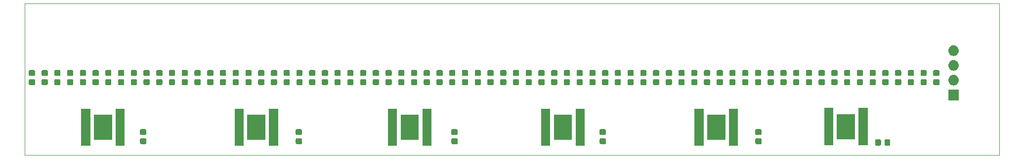
<source format=gbr>
G04 #@! TF.GenerationSoftware,KiCad,Pcbnew,(5.1.4)-1*
G04 #@! TF.CreationDate,2019-10-05T20:16:33-07:00*
G04 #@! TF.ProjectId,teh,7465682e-6b69-4636-9164-5f7063625858,rev?*
G04 #@! TF.SameCoordinates,Original*
G04 #@! TF.FileFunction,Soldermask,Top*
G04 #@! TF.FilePolarity,Negative*
%FSLAX46Y46*%
G04 Gerber Fmt 4.6, Leading zero omitted, Abs format (unit mm)*
G04 Created by KiCad (PCBNEW (5.1.4)-1) date 2019-10-05 20:16:33*
%MOMM*%
%LPD*%
G04 APERTURE LIST*
%ADD10C,0.050000*%
%ADD11C,0.150000*%
G04 APERTURE END LIST*
D10*
X91440000Y-38100000D02*
X258445000Y-38100000D01*
X91440000Y-64135000D02*
X91440000Y-38100000D01*
X258445000Y-64135000D02*
X91440000Y-64135000D01*
X258445000Y-38100000D02*
X258445000Y-64135000D01*
D11*
G36*
X213680000Y-62566000D02*
G01*
X212128000Y-62566000D01*
X212128000Y-56164000D01*
X213680000Y-56164000D01*
X213680000Y-62566000D01*
X213680000Y-62566000D01*
G37*
G36*
X207780000Y-62566000D02*
G01*
X206228000Y-62566000D01*
X206228000Y-56164000D01*
X207780000Y-56164000D01*
X207780000Y-62566000D01*
X207780000Y-62566000D01*
G37*
G36*
X134882000Y-62566000D02*
G01*
X133330000Y-62566000D01*
X133330000Y-56164000D01*
X134882000Y-56164000D01*
X134882000Y-62566000D01*
X134882000Y-62566000D01*
G37*
G36*
X128982000Y-62566000D02*
G01*
X127430000Y-62566000D01*
X127430000Y-56164000D01*
X128982000Y-56164000D01*
X128982000Y-62566000D01*
X128982000Y-62566000D01*
G37*
G36*
X102716000Y-62566000D02*
G01*
X101164000Y-62566000D01*
X101164000Y-56164000D01*
X102716000Y-56164000D01*
X102716000Y-62566000D01*
X102716000Y-62566000D01*
G37*
G36*
X108616000Y-62566000D02*
G01*
X107064000Y-62566000D01*
X107064000Y-56164000D01*
X108616000Y-56164000D01*
X108616000Y-62566000D01*
X108616000Y-62566000D01*
G37*
G36*
X161148000Y-62566000D02*
G01*
X159596000Y-62566000D01*
X159596000Y-56164000D01*
X161148000Y-56164000D01*
X161148000Y-62566000D01*
X161148000Y-62566000D01*
G37*
G36*
X155248000Y-62566000D02*
G01*
X153696000Y-62566000D01*
X153696000Y-56164000D01*
X155248000Y-56164000D01*
X155248000Y-62566000D01*
X155248000Y-62566000D01*
G37*
G36*
X181514000Y-62566000D02*
G01*
X179962000Y-62566000D01*
X179962000Y-56164000D01*
X181514000Y-56164000D01*
X181514000Y-62566000D01*
X181514000Y-62566000D01*
G37*
G36*
X187414000Y-62566000D02*
G01*
X185862000Y-62566000D01*
X185862000Y-56164000D01*
X187414000Y-56164000D01*
X187414000Y-62566000D01*
X187414000Y-62566000D01*
G37*
G36*
X238022591Y-61441385D02*
G01*
X238056569Y-61451693D01*
X238087890Y-61468434D01*
X238115339Y-61490961D01*
X238137866Y-61518410D01*
X238154607Y-61549731D01*
X238164915Y-61583709D01*
X238169000Y-61625190D01*
X238169000Y-62301410D01*
X238164915Y-62342891D01*
X238154607Y-62376869D01*
X238137866Y-62408190D01*
X238115339Y-62435639D01*
X238087890Y-62458166D01*
X238056569Y-62474907D01*
X238022591Y-62485215D01*
X237981110Y-62489300D01*
X237379890Y-62489300D01*
X237338409Y-62485215D01*
X237304431Y-62474907D01*
X237273110Y-62458166D01*
X237245661Y-62435639D01*
X237223134Y-62408190D01*
X237206393Y-62376869D01*
X237196085Y-62342891D01*
X237192000Y-62301410D01*
X237192000Y-61625190D01*
X237196085Y-61583709D01*
X237206393Y-61549731D01*
X237223134Y-61518410D01*
X237245661Y-61490961D01*
X237273110Y-61468434D01*
X237304431Y-61451693D01*
X237338409Y-61441385D01*
X237379890Y-61437300D01*
X237981110Y-61437300D01*
X238022591Y-61441385D01*
X238022591Y-61441385D01*
G37*
G36*
X239597591Y-61441385D02*
G01*
X239631569Y-61451693D01*
X239662890Y-61468434D01*
X239690339Y-61490961D01*
X239712866Y-61518410D01*
X239729607Y-61549731D01*
X239739915Y-61583709D01*
X239744000Y-61625190D01*
X239744000Y-62301410D01*
X239739915Y-62342891D01*
X239729607Y-62376869D01*
X239712866Y-62408190D01*
X239690339Y-62435639D01*
X239662890Y-62458166D01*
X239631569Y-62474907D01*
X239597591Y-62485215D01*
X239556110Y-62489300D01*
X238954890Y-62489300D01*
X238913409Y-62485215D01*
X238879431Y-62474907D01*
X238848110Y-62458166D01*
X238820661Y-62435639D01*
X238798134Y-62408190D01*
X238781393Y-62376869D01*
X238771085Y-62342891D01*
X238767000Y-62301410D01*
X238767000Y-61625190D01*
X238771085Y-61583709D01*
X238781393Y-61549731D01*
X238798134Y-61518410D01*
X238820661Y-61490961D01*
X238848110Y-61468434D01*
X238879431Y-61451693D01*
X238913409Y-61441385D01*
X238954890Y-61437300D01*
X239556110Y-61437300D01*
X239597591Y-61441385D01*
X239597591Y-61441385D01*
G37*
G36*
X235894700Y-62446500D02*
G01*
X234342700Y-62446500D01*
X234342700Y-56044500D01*
X235894700Y-56044500D01*
X235894700Y-62446500D01*
X235894700Y-62446500D01*
G37*
G36*
X229994700Y-62446500D02*
G01*
X228442700Y-62446500D01*
X228442700Y-56044500D01*
X229994700Y-56044500D01*
X229994700Y-62446500D01*
X229994700Y-62446500D01*
G37*
G36*
X217549591Y-61263085D02*
G01*
X217583569Y-61273393D01*
X217614890Y-61290134D01*
X217642339Y-61312661D01*
X217664866Y-61340110D01*
X217681607Y-61371431D01*
X217691915Y-61405409D01*
X217696000Y-61446890D01*
X217696000Y-62048110D01*
X217691915Y-62089591D01*
X217681607Y-62123569D01*
X217664866Y-62154890D01*
X217642339Y-62182339D01*
X217614890Y-62204866D01*
X217583569Y-62221607D01*
X217549591Y-62231915D01*
X217508110Y-62236000D01*
X216831890Y-62236000D01*
X216790409Y-62231915D01*
X216756431Y-62221607D01*
X216725110Y-62204866D01*
X216697661Y-62182339D01*
X216675134Y-62154890D01*
X216658393Y-62123569D01*
X216648085Y-62089591D01*
X216644000Y-62048110D01*
X216644000Y-61446890D01*
X216648085Y-61405409D01*
X216658393Y-61371431D01*
X216675134Y-61340110D01*
X216697661Y-61312661D01*
X216725110Y-61290134D01*
X216756431Y-61273393D01*
X216790409Y-61263085D01*
X216831890Y-61259000D01*
X217508110Y-61259000D01*
X217549591Y-61263085D01*
X217549591Y-61263085D01*
G37*
G36*
X112139591Y-61263085D02*
G01*
X112173569Y-61273393D01*
X112204890Y-61290134D01*
X112232339Y-61312661D01*
X112254866Y-61340110D01*
X112271607Y-61371431D01*
X112281915Y-61405409D01*
X112286000Y-61446890D01*
X112286000Y-62048110D01*
X112281915Y-62089591D01*
X112271607Y-62123569D01*
X112254866Y-62154890D01*
X112232339Y-62182339D01*
X112204890Y-62204866D01*
X112173569Y-62221607D01*
X112139591Y-62231915D01*
X112098110Y-62236000D01*
X111421890Y-62236000D01*
X111380409Y-62231915D01*
X111346431Y-62221607D01*
X111315110Y-62204866D01*
X111287661Y-62182339D01*
X111265134Y-62154890D01*
X111248393Y-62123569D01*
X111238085Y-62089591D01*
X111234000Y-62048110D01*
X111234000Y-61446890D01*
X111238085Y-61405409D01*
X111248393Y-61371431D01*
X111265134Y-61340110D01*
X111287661Y-61312661D01*
X111315110Y-61290134D01*
X111346431Y-61273393D01*
X111380409Y-61263085D01*
X111421890Y-61259000D01*
X112098110Y-61259000D01*
X112139591Y-61263085D01*
X112139591Y-61263085D01*
G37*
G36*
X138809591Y-61263085D02*
G01*
X138843569Y-61273393D01*
X138874890Y-61290134D01*
X138902339Y-61312661D01*
X138924866Y-61340110D01*
X138941607Y-61371431D01*
X138951915Y-61405409D01*
X138956000Y-61446890D01*
X138956000Y-62048110D01*
X138951915Y-62089591D01*
X138941607Y-62123569D01*
X138924866Y-62154890D01*
X138902339Y-62182339D01*
X138874890Y-62204866D01*
X138843569Y-62221607D01*
X138809591Y-62231915D01*
X138768110Y-62236000D01*
X138091890Y-62236000D01*
X138050409Y-62231915D01*
X138016431Y-62221607D01*
X137985110Y-62204866D01*
X137957661Y-62182339D01*
X137935134Y-62154890D01*
X137918393Y-62123569D01*
X137908085Y-62089591D01*
X137904000Y-62048110D01*
X137904000Y-61446890D01*
X137908085Y-61405409D01*
X137918393Y-61371431D01*
X137935134Y-61340110D01*
X137957661Y-61312661D01*
X137985110Y-61290134D01*
X138016431Y-61273393D01*
X138050409Y-61263085D01*
X138091890Y-61259000D01*
X138768110Y-61259000D01*
X138809591Y-61263085D01*
X138809591Y-61263085D01*
G37*
G36*
X165479591Y-61263085D02*
G01*
X165513569Y-61273393D01*
X165544890Y-61290134D01*
X165572339Y-61312661D01*
X165594866Y-61340110D01*
X165611607Y-61371431D01*
X165621915Y-61405409D01*
X165626000Y-61446890D01*
X165626000Y-62048110D01*
X165621915Y-62089591D01*
X165611607Y-62123569D01*
X165594866Y-62154890D01*
X165572339Y-62182339D01*
X165544890Y-62204866D01*
X165513569Y-62221607D01*
X165479591Y-62231915D01*
X165438110Y-62236000D01*
X164761890Y-62236000D01*
X164720409Y-62231915D01*
X164686431Y-62221607D01*
X164655110Y-62204866D01*
X164627661Y-62182339D01*
X164605134Y-62154890D01*
X164588393Y-62123569D01*
X164578085Y-62089591D01*
X164574000Y-62048110D01*
X164574000Y-61446890D01*
X164578085Y-61405409D01*
X164588393Y-61371431D01*
X164605134Y-61340110D01*
X164627661Y-61312661D01*
X164655110Y-61290134D01*
X164686431Y-61273393D01*
X164720409Y-61263085D01*
X164761890Y-61259000D01*
X165438110Y-61259000D01*
X165479591Y-61263085D01*
X165479591Y-61263085D01*
G37*
G36*
X190879591Y-61263085D02*
G01*
X190913569Y-61273393D01*
X190944890Y-61290134D01*
X190972339Y-61312661D01*
X190994866Y-61340110D01*
X191011607Y-61371431D01*
X191021915Y-61405409D01*
X191026000Y-61446890D01*
X191026000Y-62048110D01*
X191021915Y-62089591D01*
X191011607Y-62123569D01*
X190994866Y-62154890D01*
X190972339Y-62182339D01*
X190944890Y-62204866D01*
X190913569Y-62221607D01*
X190879591Y-62231915D01*
X190838110Y-62236000D01*
X190161890Y-62236000D01*
X190120409Y-62231915D01*
X190086431Y-62221607D01*
X190055110Y-62204866D01*
X190027661Y-62182339D01*
X190005134Y-62154890D01*
X189988393Y-62123569D01*
X189978085Y-62089591D01*
X189974000Y-62048110D01*
X189974000Y-61446890D01*
X189978085Y-61405409D01*
X189988393Y-61371431D01*
X190005134Y-61340110D01*
X190027661Y-61312661D01*
X190055110Y-61290134D01*
X190086431Y-61273393D01*
X190120409Y-61263085D01*
X190161890Y-61259000D01*
X190838110Y-61259000D01*
X190879591Y-61263085D01*
X190879591Y-61263085D01*
G37*
G36*
X132707000Y-61516000D02*
G01*
X129605000Y-61516000D01*
X129605000Y-57214000D01*
X132707000Y-57214000D01*
X132707000Y-61516000D01*
X132707000Y-61516000D01*
G37*
G36*
X185239000Y-61516000D02*
G01*
X182137000Y-61516000D01*
X182137000Y-57214000D01*
X185239000Y-57214000D01*
X185239000Y-61516000D01*
X185239000Y-61516000D01*
G37*
G36*
X106441000Y-61516000D02*
G01*
X103339000Y-61516000D01*
X103339000Y-57214000D01*
X106441000Y-57214000D01*
X106441000Y-61516000D01*
X106441000Y-61516000D01*
G37*
G36*
X158973000Y-61516000D02*
G01*
X155871000Y-61516000D01*
X155871000Y-57214000D01*
X158973000Y-57214000D01*
X158973000Y-61516000D01*
X158973000Y-61516000D01*
G37*
G36*
X211505000Y-61516000D02*
G01*
X208403000Y-61516000D01*
X208403000Y-57214000D01*
X211505000Y-57214000D01*
X211505000Y-61516000D01*
X211505000Y-61516000D01*
G37*
G36*
X233719700Y-61396500D02*
G01*
X230617700Y-61396500D01*
X230617700Y-57094500D01*
X233719700Y-57094500D01*
X233719700Y-61396500D01*
X233719700Y-61396500D01*
G37*
G36*
X217549591Y-59688085D02*
G01*
X217583569Y-59698393D01*
X217614890Y-59715134D01*
X217642339Y-59737661D01*
X217664866Y-59765110D01*
X217681607Y-59796431D01*
X217691915Y-59830409D01*
X217696000Y-59871890D01*
X217696000Y-60473110D01*
X217691915Y-60514591D01*
X217681607Y-60548569D01*
X217664866Y-60579890D01*
X217642339Y-60607339D01*
X217614890Y-60629866D01*
X217583569Y-60646607D01*
X217549591Y-60656915D01*
X217508110Y-60661000D01*
X216831890Y-60661000D01*
X216790409Y-60656915D01*
X216756431Y-60646607D01*
X216725110Y-60629866D01*
X216697661Y-60607339D01*
X216675134Y-60579890D01*
X216658393Y-60548569D01*
X216648085Y-60514591D01*
X216644000Y-60473110D01*
X216644000Y-59871890D01*
X216648085Y-59830409D01*
X216658393Y-59796431D01*
X216675134Y-59765110D01*
X216697661Y-59737661D01*
X216725110Y-59715134D01*
X216756431Y-59698393D01*
X216790409Y-59688085D01*
X216831890Y-59684000D01*
X217508110Y-59684000D01*
X217549591Y-59688085D01*
X217549591Y-59688085D01*
G37*
G36*
X165479591Y-59688085D02*
G01*
X165513569Y-59698393D01*
X165544890Y-59715134D01*
X165572339Y-59737661D01*
X165594866Y-59765110D01*
X165611607Y-59796431D01*
X165621915Y-59830409D01*
X165626000Y-59871890D01*
X165626000Y-60473110D01*
X165621915Y-60514591D01*
X165611607Y-60548569D01*
X165594866Y-60579890D01*
X165572339Y-60607339D01*
X165544890Y-60629866D01*
X165513569Y-60646607D01*
X165479591Y-60656915D01*
X165438110Y-60661000D01*
X164761890Y-60661000D01*
X164720409Y-60656915D01*
X164686431Y-60646607D01*
X164655110Y-60629866D01*
X164627661Y-60607339D01*
X164605134Y-60579890D01*
X164588393Y-60548569D01*
X164578085Y-60514591D01*
X164574000Y-60473110D01*
X164574000Y-59871890D01*
X164578085Y-59830409D01*
X164588393Y-59796431D01*
X164605134Y-59765110D01*
X164627661Y-59737661D01*
X164655110Y-59715134D01*
X164686431Y-59698393D01*
X164720409Y-59688085D01*
X164761890Y-59684000D01*
X165438110Y-59684000D01*
X165479591Y-59688085D01*
X165479591Y-59688085D01*
G37*
G36*
X138809591Y-59688085D02*
G01*
X138843569Y-59698393D01*
X138874890Y-59715134D01*
X138902339Y-59737661D01*
X138924866Y-59765110D01*
X138941607Y-59796431D01*
X138951915Y-59830409D01*
X138956000Y-59871890D01*
X138956000Y-60473110D01*
X138951915Y-60514591D01*
X138941607Y-60548569D01*
X138924866Y-60579890D01*
X138902339Y-60607339D01*
X138874890Y-60629866D01*
X138843569Y-60646607D01*
X138809591Y-60656915D01*
X138768110Y-60661000D01*
X138091890Y-60661000D01*
X138050409Y-60656915D01*
X138016431Y-60646607D01*
X137985110Y-60629866D01*
X137957661Y-60607339D01*
X137935134Y-60579890D01*
X137918393Y-60548569D01*
X137908085Y-60514591D01*
X137904000Y-60473110D01*
X137904000Y-59871890D01*
X137908085Y-59830409D01*
X137918393Y-59796431D01*
X137935134Y-59765110D01*
X137957661Y-59737661D01*
X137985110Y-59715134D01*
X138016431Y-59698393D01*
X138050409Y-59688085D01*
X138091890Y-59684000D01*
X138768110Y-59684000D01*
X138809591Y-59688085D01*
X138809591Y-59688085D01*
G37*
G36*
X190879591Y-59688085D02*
G01*
X190913569Y-59698393D01*
X190944890Y-59715134D01*
X190972339Y-59737661D01*
X190994866Y-59765110D01*
X191011607Y-59796431D01*
X191021915Y-59830409D01*
X191026000Y-59871890D01*
X191026000Y-60473110D01*
X191021915Y-60514591D01*
X191011607Y-60548569D01*
X190994866Y-60579890D01*
X190972339Y-60607339D01*
X190944890Y-60629866D01*
X190913569Y-60646607D01*
X190879591Y-60656915D01*
X190838110Y-60661000D01*
X190161890Y-60661000D01*
X190120409Y-60656915D01*
X190086431Y-60646607D01*
X190055110Y-60629866D01*
X190027661Y-60607339D01*
X190005134Y-60579890D01*
X189988393Y-60548569D01*
X189978085Y-60514591D01*
X189974000Y-60473110D01*
X189974000Y-59871890D01*
X189978085Y-59830409D01*
X189988393Y-59796431D01*
X190005134Y-59765110D01*
X190027661Y-59737661D01*
X190055110Y-59715134D01*
X190086431Y-59698393D01*
X190120409Y-59688085D01*
X190161890Y-59684000D01*
X190838110Y-59684000D01*
X190879591Y-59688085D01*
X190879591Y-59688085D01*
G37*
G36*
X112139591Y-59688085D02*
G01*
X112173569Y-59698393D01*
X112204890Y-59715134D01*
X112232339Y-59737661D01*
X112254866Y-59765110D01*
X112271607Y-59796431D01*
X112281915Y-59830409D01*
X112286000Y-59871890D01*
X112286000Y-60473110D01*
X112281915Y-60514591D01*
X112271607Y-60548569D01*
X112254866Y-60579890D01*
X112232339Y-60607339D01*
X112204890Y-60629866D01*
X112173569Y-60646607D01*
X112139591Y-60656915D01*
X112098110Y-60661000D01*
X111421890Y-60661000D01*
X111380409Y-60656915D01*
X111346431Y-60646607D01*
X111315110Y-60629866D01*
X111287661Y-60607339D01*
X111265134Y-60579890D01*
X111248393Y-60548569D01*
X111238085Y-60514591D01*
X111234000Y-60473110D01*
X111234000Y-59871890D01*
X111238085Y-59830409D01*
X111248393Y-59796431D01*
X111265134Y-59765110D01*
X111287661Y-59737661D01*
X111315110Y-59715134D01*
X111346431Y-59698393D01*
X111380409Y-59688085D01*
X111421890Y-59684000D01*
X112098110Y-59684000D01*
X112139591Y-59688085D01*
X112139591Y-59688085D01*
G37*
G36*
X251497400Y-54698200D02*
G01*
X249695400Y-54698200D01*
X249695400Y-52896200D01*
X251497400Y-52896200D01*
X251497400Y-54698200D01*
X251497400Y-54698200D01*
G37*
G36*
X250706842Y-50362718D02*
G01*
X250773027Y-50369237D01*
X250942866Y-50420757D01*
X251099391Y-50504422D01*
X251135129Y-50533752D01*
X251236586Y-50617014D01*
X251319848Y-50718471D01*
X251349178Y-50754209D01*
X251432843Y-50910734D01*
X251484363Y-51080573D01*
X251501759Y-51257200D01*
X251484363Y-51433827D01*
X251432843Y-51603666D01*
X251349178Y-51760191D01*
X251319848Y-51795929D01*
X251236586Y-51897386D01*
X251151214Y-51967448D01*
X251099391Y-52009978D01*
X251099389Y-52009979D01*
X250975874Y-52076000D01*
X250942866Y-52093643D01*
X250773027Y-52145163D01*
X250706842Y-52151682D01*
X250640660Y-52158200D01*
X250552140Y-52158200D01*
X250485958Y-52151682D01*
X250419773Y-52145163D01*
X250249934Y-52093643D01*
X250216927Y-52076000D01*
X250093411Y-52009979D01*
X250093409Y-52009978D01*
X250041586Y-51967448D01*
X249956214Y-51897386D01*
X249872952Y-51795929D01*
X249843622Y-51760191D01*
X249759957Y-51603666D01*
X249708437Y-51433827D01*
X249691041Y-51257200D01*
X249708437Y-51080573D01*
X249759957Y-50910734D01*
X249843622Y-50754209D01*
X249872952Y-50718471D01*
X249956214Y-50617014D01*
X250057671Y-50533752D01*
X250093409Y-50504422D01*
X250249934Y-50420757D01*
X250419773Y-50369237D01*
X250485957Y-50362719D01*
X250552140Y-50356200D01*
X250640660Y-50356200D01*
X250706842Y-50362718D01*
X250706842Y-50362718D01*
G37*
G36*
X243665048Y-51103085D02*
G01*
X243699026Y-51113393D01*
X243730347Y-51130134D01*
X243757796Y-51152661D01*
X243780323Y-51180110D01*
X243797064Y-51211431D01*
X243807372Y-51245409D01*
X243811457Y-51286890D01*
X243811457Y-51888110D01*
X243807372Y-51929591D01*
X243797064Y-51963569D01*
X243780323Y-51994890D01*
X243757796Y-52022339D01*
X243730347Y-52044866D01*
X243699026Y-52061607D01*
X243665048Y-52071915D01*
X243623567Y-52076000D01*
X242947347Y-52076000D01*
X242905866Y-52071915D01*
X242871888Y-52061607D01*
X242840567Y-52044866D01*
X242813118Y-52022339D01*
X242790591Y-51994890D01*
X242773850Y-51963569D01*
X242763542Y-51929591D01*
X242759457Y-51888110D01*
X242759457Y-51286890D01*
X242763542Y-51245409D01*
X242773850Y-51211431D01*
X242790591Y-51180110D01*
X242813118Y-51152661D01*
X242840567Y-51130134D01*
X242871888Y-51113393D01*
X242905866Y-51103085D01*
X242947347Y-51099000D01*
X243623567Y-51099000D01*
X243665048Y-51103085D01*
X243665048Y-51103085D01*
G37*
G36*
X241482795Y-51103085D02*
G01*
X241516773Y-51113393D01*
X241548094Y-51130134D01*
X241575543Y-51152661D01*
X241598070Y-51180110D01*
X241614811Y-51211431D01*
X241625119Y-51245409D01*
X241629204Y-51286890D01*
X241629204Y-51888110D01*
X241625119Y-51929591D01*
X241614811Y-51963569D01*
X241598070Y-51994890D01*
X241575543Y-52022339D01*
X241548094Y-52044866D01*
X241516773Y-52061607D01*
X241482795Y-52071915D01*
X241441314Y-52076000D01*
X240765094Y-52076000D01*
X240723613Y-52071915D01*
X240689635Y-52061607D01*
X240658314Y-52044866D01*
X240630865Y-52022339D01*
X240608338Y-51994890D01*
X240591597Y-51963569D01*
X240581289Y-51929591D01*
X240577204Y-51888110D01*
X240577204Y-51286890D01*
X240581289Y-51245409D01*
X240591597Y-51211431D01*
X240608338Y-51180110D01*
X240630865Y-51152661D01*
X240658314Y-51130134D01*
X240689635Y-51113393D01*
X240723613Y-51103085D01*
X240765094Y-51099000D01*
X241441314Y-51099000D01*
X241482795Y-51103085D01*
X241482795Y-51103085D01*
G37*
G36*
X239300542Y-51103085D02*
G01*
X239334520Y-51113393D01*
X239365841Y-51130134D01*
X239393290Y-51152661D01*
X239415817Y-51180110D01*
X239432558Y-51211431D01*
X239442866Y-51245409D01*
X239446951Y-51286890D01*
X239446951Y-51888110D01*
X239442866Y-51929591D01*
X239432558Y-51963569D01*
X239415817Y-51994890D01*
X239393290Y-52022339D01*
X239365841Y-52044866D01*
X239334520Y-52061607D01*
X239300542Y-52071915D01*
X239259061Y-52076000D01*
X238582841Y-52076000D01*
X238541360Y-52071915D01*
X238507382Y-52061607D01*
X238476061Y-52044866D01*
X238448612Y-52022339D01*
X238426085Y-51994890D01*
X238409344Y-51963569D01*
X238399036Y-51929591D01*
X238394951Y-51888110D01*
X238394951Y-51286890D01*
X238399036Y-51245409D01*
X238409344Y-51211431D01*
X238426085Y-51180110D01*
X238448612Y-51152661D01*
X238476061Y-51130134D01*
X238507382Y-51113393D01*
X238541360Y-51103085D01*
X238582841Y-51099000D01*
X239259061Y-51099000D01*
X239300542Y-51103085D01*
X239300542Y-51103085D01*
G37*
G36*
X197837735Y-51103085D02*
G01*
X197871713Y-51113393D01*
X197903034Y-51130134D01*
X197930483Y-51152661D01*
X197953010Y-51180110D01*
X197969751Y-51211431D01*
X197980059Y-51245409D01*
X197984144Y-51286890D01*
X197984144Y-51888110D01*
X197980059Y-51929591D01*
X197969751Y-51963569D01*
X197953010Y-51994890D01*
X197930483Y-52022339D01*
X197903034Y-52044866D01*
X197871713Y-52061607D01*
X197837735Y-52071915D01*
X197796254Y-52076000D01*
X197120034Y-52076000D01*
X197078553Y-52071915D01*
X197044575Y-52061607D01*
X197013254Y-52044866D01*
X196985805Y-52022339D01*
X196963278Y-51994890D01*
X196946537Y-51963569D01*
X196936229Y-51929591D01*
X196932144Y-51888110D01*
X196932144Y-51286890D01*
X196936229Y-51245409D01*
X196946537Y-51211431D01*
X196963278Y-51180110D01*
X196985805Y-51152661D01*
X197013254Y-51130134D01*
X197044575Y-51113393D01*
X197078553Y-51103085D01*
X197120034Y-51099000D01*
X197796254Y-51099000D01*
X197837735Y-51103085D01*
X197837735Y-51103085D01*
G37*
G36*
X237118289Y-51103085D02*
G01*
X237152267Y-51113393D01*
X237183588Y-51130134D01*
X237211037Y-51152661D01*
X237233564Y-51180110D01*
X237250305Y-51211431D01*
X237260613Y-51245409D01*
X237264698Y-51286890D01*
X237264698Y-51888110D01*
X237260613Y-51929591D01*
X237250305Y-51963569D01*
X237233564Y-51994890D01*
X237211037Y-52022339D01*
X237183588Y-52044866D01*
X237152267Y-52061607D01*
X237118289Y-52071915D01*
X237076808Y-52076000D01*
X236400588Y-52076000D01*
X236359107Y-52071915D01*
X236325129Y-52061607D01*
X236293808Y-52044866D01*
X236266359Y-52022339D01*
X236243832Y-51994890D01*
X236227091Y-51963569D01*
X236216783Y-51929591D01*
X236212698Y-51888110D01*
X236212698Y-51286890D01*
X236216783Y-51245409D01*
X236227091Y-51211431D01*
X236243832Y-51180110D01*
X236266359Y-51152661D01*
X236293808Y-51130134D01*
X236325129Y-51113393D01*
X236359107Y-51103085D01*
X236400588Y-51099000D01*
X237076808Y-51099000D01*
X237118289Y-51103085D01*
X237118289Y-51103085D01*
G37*
G36*
X234936036Y-51103085D02*
G01*
X234970014Y-51113393D01*
X235001335Y-51130134D01*
X235028784Y-51152661D01*
X235051311Y-51180110D01*
X235068052Y-51211431D01*
X235078360Y-51245409D01*
X235082445Y-51286890D01*
X235082445Y-51888110D01*
X235078360Y-51929591D01*
X235068052Y-51963569D01*
X235051311Y-51994890D01*
X235028784Y-52022339D01*
X235001335Y-52044866D01*
X234970014Y-52061607D01*
X234936036Y-52071915D01*
X234894555Y-52076000D01*
X234218335Y-52076000D01*
X234176854Y-52071915D01*
X234142876Y-52061607D01*
X234111555Y-52044866D01*
X234084106Y-52022339D01*
X234061579Y-51994890D01*
X234044838Y-51963569D01*
X234034530Y-51929591D01*
X234030445Y-51888110D01*
X234030445Y-51286890D01*
X234034530Y-51245409D01*
X234044838Y-51211431D01*
X234061579Y-51180110D01*
X234084106Y-51152661D01*
X234111555Y-51130134D01*
X234142876Y-51113393D01*
X234176854Y-51103085D01*
X234218335Y-51099000D01*
X234894555Y-51099000D01*
X234936036Y-51103085D01*
X234936036Y-51103085D01*
G37*
G36*
X232753783Y-51103085D02*
G01*
X232787761Y-51113393D01*
X232819082Y-51130134D01*
X232846531Y-51152661D01*
X232869058Y-51180110D01*
X232885799Y-51211431D01*
X232896107Y-51245409D01*
X232900192Y-51286890D01*
X232900192Y-51888110D01*
X232896107Y-51929591D01*
X232885799Y-51963569D01*
X232869058Y-51994890D01*
X232846531Y-52022339D01*
X232819082Y-52044866D01*
X232787761Y-52061607D01*
X232753783Y-52071915D01*
X232712302Y-52076000D01*
X232036082Y-52076000D01*
X231994601Y-52071915D01*
X231960623Y-52061607D01*
X231929302Y-52044866D01*
X231901853Y-52022339D01*
X231879326Y-51994890D01*
X231862585Y-51963569D01*
X231852277Y-51929591D01*
X231848192Y-51888110D01*
X231848192Y-51286890D01*
X231852277Y-51245409D01*
X231862585Y-51211431D01*
X231879326Y-51180110D01*
X231901853Y-51152661D01*
X231929302Y-51130134D01*
X231960623Y-51113393D01*
X231994601Y-51103085D01*
X232036082Y-51099000D01*
X232712302Y-51099000D01*
X232753783Y-51103085D01*
X232753783Y-51103085D01*
G37*
G36*
X230571530Y-51103085D02*
G01*
X230605508Y-51113393D01*
X230636829Y-51130134D01*
X230664278Y-51152661D01*
X230686805Y-51180110D01*
X230703546Y-51211431D01*
X230713854Y-51245409D01*
X230717939Y-51286890D01*
X230717939Y-51888110D01*
X230713854Y-51929591D01*
X230703546Y-51963569D01*
X230686805Y-51994890D01*
X230664278Y-52022339D01*
X230636829Y-52044866D01*
X230605508Y-52061607D01*
X230571530Y-52071915D01*
X230530049Y-52076000D01*
X229853829Y-52076000D01*
X229812348Y-52071915D01*
X229778370Y-52061607D01*
X229747049Y-52044866D01*
X229719600Y-52022339D01*
X229697073Y-51994890D01*
X229680332Y-51963569D01*
X229670024Y-51929591D01*
X229665939Y-51888110D01*
X229665939Y-51286890D01*
X229670024Y-51245409D01*
X229680332Y-51211431D01*
X229697073Y-51180110D01*
X229719600Y-51152661D01*
X229747049Y-51130134D01*
X229778370Y-51113393D01*
X229812348Y-51103085D01*
X229853829Y-51099000D01*
X230530049Y-51099000D01*
X230571530Y-51103085D01*
X230571530Y-51103085D01*
G37*
G36*
X228389277Y-51103085D02*
G01*
X228423255Y-51113393D01*
X228454576Y-51130134D01*
X228482025Y-51152661D01*
X228504552Y-51180110D01*
X228521293Y-51211431D01*
X228531601Y-51245409D01*
X228535686Y-51286890D01*
X228535686Y-51888110D01*
X228531601Y-51929591D01*
X228521293Y-51963569D01*
X228504552Y-51994890D01*
X228482025Y-52022339D01*
X228454576Y-52044866D01*
X228423255Y-52061607D01*
X228389277Y-52071915D01*
X228347796Y-52076000D01*
X227671576Y-52076000D01*
X227630095Y-52071915D01*
X227596117Y-52061607D01*
X227564796Y-52044866D01*
X227537347Y-52022339D01*
X227514820Y-51994890D01*
X227498079Y-51963569D01*
X227487771Y-51929591D01*
X227483686Y-51888110D01*
X227483686Y-51286890D01*
X227487771Y-51245409D01*
X227498079Y-51211431D01*
X227514820Y-51180110D01*
X227537347Y-51152661D01*
X227564796Y-51130134D01*
X227596117Y-51113393D01*
X227630095Y-51103085D01*
X227671576Y-51099000D01*
X228347796Y-51099000D01*
X228389277Y-51103085D01*
X228389277Y-51103085D01*
G37*
G36*
X226207024Y-51103085D02*
G01*
X226241002Y-51113393D01*
X226272323Y-51130134D01*
X226299772Y-51152661D01*
X226322299Y-51180110D01*
X226339040Y-51211431D01*
X226349348Y-51245409D01*
X226353433Y-51286890D01*
X226353433Y-51888110D01*
X226349348Y-51929591D01*
X226339040Y-51963569D01*
X226322299Y-51994890D01*
X226299772Y-52022339D01*
X226272323Y-52044866D01*
X226241002Y-52061607D01*
X226207024Y-52071915D01*
X226165543Y-52076000D01*
X225489323Y-52076000D01*
X225447842Y-52071915D01*
X225413864Y-52061607D01*
X225382543Y-52044866D01*
X225355094Y-52022339D01*
X225332567Y-51994890D01*
X225315826Y-51963569D01*
X225305518Y-51929591D01*
X225301433Y-51888110D01*
X225301433Y-51286890D01*
X225305518Y-51245409D01*
X225315826Y-51211431D01*
X225332567Y-51180110D01*
X225355094Y-51152661D01*
X225382543Y-51130134D01*
X225413864Y-51113393D01*
X225447842Y-51103085D01*
X225489323Y-51099000D01*
X226165543Y-51099000D01*
X226207024Y-51103085D01*
X226207024Y-51103085D01*
G37*
G36*
X221842518Y-51103085D02*
G01*
X221876496Y-51113393D01*
X221907817Y-51130134D01*
X221935266Y-51152661D01*
X221957793Y-51180110D01*
X221974534Y-51211431D01*
X221984842Y-51245409D01*
X221988927Y-51286890D01*
X221988927Y-51888110D01*
X221984842Y-51929591D01*
X221974534Y-51963569D01*
X221957793Y-51994890D01*
X221935266Y-52022339D01*
X221907817Y-52044866D01*
X221876496Y-52061607D01*
X221842518Y-52071915D01*
X221801037Y-52076000D01*
X221124817Y-52076000D01*
X221083336Y-52071915D01*
X221049358Y-52061607D01*
X221018037Y-52044866D01*
X220990588Y-52022339D01*
X220968061Y-51994890D01*
X220951320Y-51963569D01*
X220941012Y-51929591D01*
X220936927Y-51888110D01*
X220936927Y-51286890D01*
X220941012Y-51245409D01*
X220951320Y-51211431D01*
X220968061Y-51180110D01*
X220990588Y-51152661D01*
X221018037Y-51130134D01*
X221049358Y-51113393D01*
X221083336Y-51103085D01*
X221124817Y-51099000D01*
X221801037Y-51099000D01*
X221842518Y-51103085D01*
X221842518Y-51103085D01*
G37*
G36*
X208749000Y-51103085D02*
G01*
X208782978Y-51113393D01*
X208814299Y-51130134D01*
X208841748Y-51152661D01*
X208864275Y-51180110D01*
X208881016Y-51211431D01*
X208891324Y-51245409D01*
X208895409Y-51286890D01*
X208895409Y-51888110D01*
X208891324Y-51929591D01*
X208881016Y-51963569D01*
X208864275Y-51994890D01*
X208841748Y-52022339D01*
X208814299Y-52044866D01*
X208782978Y-52061607D01*
X208749000Y-52071915D01*
X208707519Y-52076000D01*
X208031299Y-52076000D01*
X207989818Y-52071915D01*
X207955840Y-52061607D01*
X207924519Y-52044866D01*
X207897070Y-52022339D01*
X207874543Y-51994890D01*
X207857802Y-51963569D01*
X207847494Y-51929591D01*
X207843409Y-51888110D01*
X207843409Y-51286890D01*
X207847494Y-51245409D01*
X207857802Y-51211431D01*
X207874543Y-51180110D01*
X207897070Y-51152661D01*
X207924519Y-51130134D01*
X207955840Y-51113393D01*
X207989818Y-51103085D01*
X208031299Y-51099000D01*
X208707519Y-51099000D01*
X208749000Y-51103085D01*
X208749000Y-51103085D01*
G37*
G36*
X206566747Y-51103085D02*
G01*
X206600725Y-51113393D01*
X206632046Y-51130134D01*
X206659495Y-51152661D01*
X206682022Y-51180110D01*
X206698763Y-51211431D01*
X206709071Y-51245409D01*
X206713156Y-51286890D01*
X206713156Y-51888110D01*
X206709071Y-51929591D01*
X206698763Y-51963569D01*
X206682022Y-51994890D01*
X206659495Y-52022339D01*
X206632046Y-52044866D01*
X206600725Y-52061607D01*
X206566747Y-52071915D01*
X206525266Y-52076000D01*
X205849046Y-52076000D01*
X205807565Y-52071915D01*
X205773587Y-52061607D01*
X205742266Y-52044866D01*
X205714817Y-52022339D01*
X205692290Y-51994890D01*
X205675549Y-51963569D01*
X205665241Y-51929591D01*
X205661156Y-51888110D01*
X205661156Y-51286890D01*
X205665241Y-51245409D01*
X205675549Y-51211431D01*
X205692290Y-51180110D01*
X205714817Y-51152661D01*
X205742266Y-51130134D01*
X205773587Y-51113393D01*
X205807565Y-51103085D01*
X205849046Y-51099000D01*
X206525266Y-51099000D01*
X206566747Y-51103085D01*
X206566747Y-51103085D01*
G37*
G36*
X224024771Y-51103085D02*
G01*
X224058749Y-51113393D01*
X224090070Y-51130134D01*
X224117519Y-51152661D01*
X224140046Y-51180110D01*
X224156787Y-51211431D01*
X224167095Y-51245409D01*
X224171180Y-51286890D01*
X224171180Y-51888110D01*
X224167095Y-51929591D01*
X224156787Y-51963569D01*
X224140046Y-51994890D01*
X224117519Y-52022339D01*
X224090070Y-52044866D01*
X224058749Y-52061607D01*
X224024771Y-52071915D01*
X223983290Y-52076000D01*
X223307070Y-52076000D01*
X223265589Y-52071915D01*
X223231611Y-52061607D01*
X223200290Y-52044866D01*
X223172841Y-52022339D01*
X223150314Y-51994890D01*
X223133573Y-51963569D01*
X223123265Y-51929591D01*
X223119180Y-51888110D01*
X223119180Y-51286890D01*
X223123265Y-51245409D01*
X223133573Y-51211431D01*
X223150314Y-51180110D01*
X223172841Y-51152661D01*
X223200290Y-51130134D01*
X223231611Y-51113393D01*
X223265589Y-51103085D01*
X223307070Y-51099000D01*
X223983290Y-51099000D01*
X224024771Y-51103085D01*
X224024771Y-51103085D01*
G37*
G36*
X215295759Y-51103085D02*
G01*
X215329737Y-51113393D01*
X215361058Y-51130134D01*
X215388507Y-51152661D01*
X215411034Y-51180110D01*
X215427775Y-51211431D01*
X215438083Y-51245409D01*
X215442168Y-51286890D01*
X215442168Y-51888110D01*
X215438083Y-51929591D01*
X215427775Y-51963569D01*
X215411034Y-51994890D01*
X215388507Y-52022339D01*
X215361058Y-52044866D01*
X215329737Y-52061607D01*
X215295759Y-52071915D01*
X215254278Y-52076000D01*
X214578058Y-52076000D01*
X214536577Y-52071915D01*
X214502599Y-52061607D01*
X214471278Y-52044866D01*
X214443829Y-52022339D01*
X214421302Y-51994890D01*
X214404561Y-51963569D01*
X214394253Y-51929591D01*
X214390168Y-51888110D01*
X214390168Y-51286890D01*
X214394253Y-51245409D01*
X214404561Y-51211431D01*
X214421302Y-51180110D01*
X214443829Y-51152661D01*
X214471278Y-51130134D01*
X214502599Y-51113393D01*
X214536577Y-51103085D01*
X214578058Y-51099000D01*
X215254278Y-51099000D01*
X215295759Y-51103085D01*
X215295759Y-51103085D01*
G37*
G36*
X200019988Y-51103085D02*
G01*
X200053966Y-51113393D01*
X200085287Y-51130134D01*
X200112736Y-51152661D01*
X200135263Y-51180110D01*
X200152004Y-51211431D01*
X200162312Y-51245409D01*
X200166397Y-51286890D01*
X200166397Y-51888110D01*
X200162312Y-51929591D01*
X200152004Y-51963569D01*
X200135263Y-51994890D01*
X200112736Y-52022339D01*
X200085287Y-52044866D01*
X200053966Y-52061607D01*
X200019988Y-52071915D01*
X199978507Y-52076000D01*
X199302287Y-52076000D01*
X199260806Y-52071915D01*
X199226828Y-52061607D01*
X199195507Y-52044866D01*
X199168058Y-52022339D01*
X199145531Y-51994890D01*
X199128790Y-51963569D01*
X199118482Y-51929591D01*
X199114397Y-51888110D01*
X199114397Y-51286890D01*
X199118482Y-51245409D01*
X199128790Y-51211431D01*
X199145531Y-51180110D01*
X199168058Y-51152661D01*
X199195507Y-51130134D01*
X199226828Y-51113393D01*
X199260806Y-51103085D01*
X199302287Y-51099000D01*
X199978507Y-51099000D01*
X200019988Y-51103085D01*
X200019988Y-51103085D01*
G37*
G36*
X213113506Y-51103085D02*
G01*
X213147484Y-51113393D01*
X213178805Y-51130134D01*
X213206254Y-51152661D01*
X213228781Y-51180110D01*
X213245522Y-51211431D01*
X213255830Y-51245409D01*
X213259915Y-51286890D01*
X213259915Y-51888110D01*
X213255830Y-51929591D01*
X213245522Y-51963569D01*
X213228781Y-51994890D01*
X213206254Y-52022339D01*
X213178805Y-52044866D01*
X213147484Y-52061607D01*
X213113506Y-52071915D01*
X213072025Y-52076000D01*
X212395805Y-52076000D01*
X212354324Y-52071915D01*
X212320346Y-52061607D01*
X212289025Y-52044866D01*
X212261576Y-52022339D01*
X212239049Y-51994890D01*
X212222308Y-51963569D01*
X212212000Y-51929591D01*
X212207915Y-51888110D01*
X212207915Y-51286890D01*
X212212000Y-51245409D01*
X212222308Y-51211431D01*
X212239049Y-51180110D01*
X212261576Y-51152661D01*
X212289025Y-51130134D01*
X212320346Y-51113393D01*
X212354324Y-51103085D01*
X212395805Y-51099000D01*
X213072025Y-51099000D01*
X213113506Y-51103085D01*
X213113506Y-51103085D01*
G37*
G36*
X93089591Y-51103085D02*
G01*
X93123569Y-51113393D01*
X93154890Y-51130134D01*
X93182339Y-51152661D01*
X93204866Y-51180110D01*
X93221607Y-51211431D01*
X93231915Y-51245409D01*
X93236000Y-51286890D01*
X93236000Y-51888110D01*
X93231915Y-51929591D01*
X93221607Y-51963569D01*
X93204866Y-51994890D01*
X93182339Y-52022339D01*
X93154890Y-52044866D01*
X93123569Y-52061607D01*
X93089591Y-52071915D01*
X93048110Y-52076000D01*
X92371890Y-52076000D01*
X92330409Y-52071915D01*
X92296431Y-52061607D01*
X92265110Y-52044866D01*
X92237661Y-52022339D01*
X92215134Y-51994890D01*
X92198393Y-51963569D01*
X92188085Y-51929591D01*
X92184000Y-51888110D01*
X92184000Y-51286890D01*
X92188085Y-51245409D01*
X92198393Y-51211431D01*
X92215134Y-51180110D01*
X92237661Y-51152661D01*
X92265110Y-51130134D01*
X92296431Y-51113393D01*
X92330409Y-51103085D01*
X92371890Y-51099000D01*
X93048110Y-51099000D01*
X93089591Y-51103085D01*
X93089591Y-51103085D01*
G37*
G36*
X114912121Y-51103085D02*
G01*
X114946099Y-51113393D01*
X114977420Y-51130134D01*
X115004869Y-51152661D01*
X115027396Y-51180110D01*
X115044137Y-51211431D01*
X115054445Y-51245409D01*
X115058530Y-51286890D01*
X115058530Y-51888110D01*
X115054445Y-51929591D01*
X115044137Y-51963569D01*
X115027396Y-51994890D01*
X115004869Y-52022339D01*
X114977420Y-52044866D01*
X114946099Y-52061607D01*
X114912121Y-52071915D01*
X114870640Y-52076000D01*
X114194420Y-52076000D01*
X114152939Y-52071915D01*
X114118961Y-52061607D01*
X114087640Y-52044866D01*
X114060191Y-52022339D01*
X114037664Y-51994890D01*
X114020923Y-51963569D01*
X114010615Y-51929591D01*
X114006530Y-51888110D01*
X114006530Y-51286890D01*
X114010615Y-51245409D01*
X114020923Y-51211431D01*
X114037664Y-51180110D01*
X114060191Y-51152661D01*
X114087640Y-51130134D01*
X114118961Y-51113393D01*
X114152939Y-51103085D01*
X114194420Y-51099000D01*
X114870640Y-51099000D01*
X114912121Y-51103085D01*
X114912121Y-51103085D01*
G37*
G36*
X99636350Y-51103085D02*
G01*
X99670328Y-51113393D01*
X99701649Y-51130134D01*
X99729098Y-51152661D01*
X99751625Y-51180110D01*
X99768366Y-51211431D01*
X99778674Y-51245409D01*
X99782759Y-51286890D01*
X99782759Y-51888110D01*
X99778674Y-51929591D01*
X99768366Y-51963569D01*
X99751625Y-51994890D01*
X99729098Y-52022339D01*
X99701649Y-52044866D01*
X99670328Y-52061607D01*
X99636350Y-52071915D01*
X99594869Y-52076000D01*
X98918649Y-52076000D01*
X98877168Y-52071915D01*
X98843190Y-52061607D01*
X98811869Y-52044866D01*
X98784420Y-52022339D01*
X98761893Y-51994890D01*
X98745152Y-51963569D01*
X98734844Y-51929591D01*
X98730759Y-51888110D01*
X98730759Y-51286890D01*
X98734844Y-51245409D01*
X98745152Y-51211431D01*
X98761893Y-51180110D01*
X98784420Y-51152661D01*
X98811869Y-51130134D01*
X98843190Y-51113393D01*
X98877168Y-51103085D01*
X98918649Y-51099000D01*
X99594869Y-51099000D01*
X99636350Y-51103085D01*
X99636350Y-51103085D01*
G37*
G36*
X101818603Y-51103085D02*
G01*
X101852581Y-51113393D01*
X101883902Y-51130134D01*
X101911351Y-51152661D01*
X101933878Y-51180110D01*
X101950619Y-51211431D01*
X101960927Y-51245409D01*
X101965012Y-51286890D01*
X101965012Y-51888110D01*
X101960927Y-51929591D01*
X101950619Y-51963569D01*
X101933878Y-51994890D01*
X101911351Y-52022339D01*
X101883902Y-52044866D01*
X101852581Y-52061607D01*
X101818603Y-52071915D01*
X101777122Y-52076000D01*
X101100902Y-52076000D01*
X101059421Y-52071915D01*
X101025443Y-52061607D01*
X100994122Y-52044866D01*
X100966673Y-52022339D01*
X100944146Y-51994890D01*
X100927405Y-51963569D01*
X100917097Y-51929591D01*
X100913012Y-51888110D01*
X100913012Y-51286890D01*
X100917097Y-51245409D01*
X100927405Y-51211431D01*
X100944146Y-51180110D01*
X100966673Y-51152661D01*
X100994122Y-51130134D01*
X101025443Y-51113393D01*
X101059421Y-51103085D01*
X101100902Y-51099000D01*
X101777122Y-51099000D01*
X101818603Y-51103085D01*
X101818603Y-51103085D01*
G37*
G36*
X104000856Y-51103085D02*
G01*
X104034834Y-51113393D01*
X104066155Y-51130134D01*
X104093604Y-51152661D01*
X104116131Y-51180110D01*
X104132872Y-51211431D01*
X104143180Y-51245409D01*
X104147265Y-51286890D01*
X104147265Y-51888110D01*
X104143180Y-51929591D01*
X104132872Y-51963569D01*
X104116131Y-51994890D01*
X104093604Y-52022339D01*
X104066155Y-52044866D01*
X104034834Y-52061607D01*
X104000856Y-52071915D01*
X103959375Y-52076000D01*
X103283155Y-52076000D01*
X103241674Y-52071915D01*
X103207696Y-52061607D01*
X103176375Y-52044866D01*
X103148926Y-52022339D01*
X103126399Y-51994890D01*
X103109658Y-51963569D01*
X103099350Y-51929591D01*
X103095265Y-51888110D01*
X103095265Y-51286890D01*
X103099350Y-51245409D01*
X103109658Y-51211431D01*
X103126399Y-51180110D01*
X103148926Y-51152661D01*
X103176375Y-51130134D01*
X103207696Y-51113393D01*
X103241674Y-51103085D01*
X103283155Y-51099000D01*
X103959375Y-51099000D01*
X104000856Y-51103085D01*
X104000856Y-51103085D01*
G37*
G36*
X141099157Y-51103085D02*
G01*
X141133135Y-51113393D01*
X141164456Y-51130134D01*
X141191905Y-51152661D01*
X141214432Y-51180110D01*
X141231173Y-51211431D01*
X141241481Y-51245409D01*
X141245566Y-51286890D01*
X141245566Y-51888110D01*
X141241481Y-51929591D01*
X141231173Y-51963569D01*
X141214432Y-51994890D01*
X141191905Y-52022339D01*
X141164456Y-52044866D01*
X141133135Y-52061607D01*
X141099157Y-52071915D01*
X141057676Y-52076000D01*
X140381456Y-52076000D01*
X140339975Y-52071915D01*
X140305997Y-52061607D01*
X140274676Y-52044866D01*
X140247227Y-52022339D01*
X140224700Y-51994890D01*
X140207959Y-51963569D01*
X140197651Y-51929591D01*
X140193566Y-51888110D01*
X140193566Y-51286890D01*
X140197651Y-51245409D01*
X140207959Y-51211431D01*
X140224700Y-51180110D01*
X140247227Y-51152661D01*
X140274676Y-51130134D01*
X140305997Y-51113393D01*
X140339975Y-51103085D01*
X140381456Y-51099000D01*
X141057676Y-51099000D01*
X141099157Y-51103085D01*
X141099157Y-51103085D01*
G37*
G36*
X117094374Y-51103085D02*
G01*
X117128352Y-51113393D01*
X117159673Y-51130134D01*
X117187122Y-51152661D01*
X117209649Y-51180110D01*
X117226390Y-51211431D01*
X117236698Y-51245409D01*
X117240783Y-51286890D01*
X117240783Y-51888110D01*
X117236698Y-51929591D01*
X117226390Y-51963569D01*
X117209649Y-51994890D01*
X117187122Y-52022339D01*
X117159673Y-52044866D01*
X117128352Y-52061607D01*
X117094374Y-52071915D01*
X117052893Y-52076000D01*
X116376673Y-52076000D01*
X116335192Y-52071915D01*
X116301214Y-52061607D01*
X116269893Y-52044866D01*
X116242444Y-52022339D01*
X116219917Y-51994890D01*
X116203176Y-51963569D01*
X116192868Y-51929591D01*
X116188783Y-51888110D01*
X116188783Y-51286890D01*
X116192868Y-51245409D01*
X116203176Y-51211431D01*
X116219917Y-51180110D01*
X116242444Y-51152661D01*
X116269893Y-51130134D01*
X116301214Y-51113393D01*
X116335192Y-51103085D01*
X116376673Y-51099000D01*
X117052893Y-51099000D01*
X117094374Y-51103085D01*
X117094374Y-51103085D01*
G37*
G36*
X132370145Y-51103085D02*
G01*
X132404123Y-51113393D01*
X132435444Y-51130134D01*
X132462893Y-51152661D01*
X132485420Y-51180110D01*
X132502161Y-51211431D01*
X132512469Y-51245409D01*
X132516554Y-51286890D01*
X132516554Y-51888110D01*
X132512469Y-51929591D01*
X132502161Y-51963569D01*
X132485420Y-51994890D01*
X132462893Y-52022339D01*
X132435444Y-52044866D01*
X132404123Y-52061607D01*
X132370145Y-52071915D01*
X132328664Y-52076000D01*
X131652444Y-52076000D01*
X131610963Y-52071915D01*
X131576985Y-52061607D01*
X131545664Y-52044866D01*
X131518215Y-52022339D01*
X131495688Y-51994890D01*
X131478947Y-51963569D01*
X131468639Y-51929591D01*
X131464554Y-51888110D01*
X131464554Y-51286890D01*
X131468639Y-51245409D01*
X131478947Y-51211431D01*
X131495688Y-51180110D01*
X131518215Y-51152661D01*
X131545664Y-51130134D01*
X131576985Y-51113393D01*
X131610963Y-51103085D01*
X131652444Y-51099000D01*
X132328664Y-51099000D01*
X132370145Y-51103085D01*
X132370145Y-51103085D01*
G37*
G36*
X134552398Y-51103085D02*
G01*
X134586376Y-51113393D01*
X134617697Y-51130134D01*
X134645146Y-51152661D01*
X134667673Y-51180110D01*
X134684414Y-51211431D01*
X134694722Y-51245409D01*
X134698807Y-51286890D01*
X134698807Y-51888110D01*
X134694722Y-51929591D01*
X134684414Y-51963569D01*
X134667673Y-51994890D01*
X134645146Y-52022339D01*
X134617697Y-52044866D01*
X134586376Y-52061607D01*
X134552398Y-52071915D01*
X134510917Y-52076000D01*
X133834697Y-52076000D01*
X133793216Y-52071915D01*
X133759238Y-52061607D01*
X133727917Y-52044866D01*
X133700468Y-52022339D01*
X133677941Y-51994890D01*
X133661200Y-51963569D01*
X133650892Y-51929591D01*
X133646807Y-51888110D01*
X133646807Y-51286890D01*
X133650892Y-51245409D01*
X133661200Y-51211431D01*
X133677941Y-51180110D01*
X133700468Y-51152661D01*
X133727917Y-51130134D01*
X133759238Y-51113393D01*
X133793216Y-51103085D01*
X133834697Y-51099000D01*
X134510917Y-51099000D01*
X134552398Y-51103085D01*
X134552398Y-51103085D01*
G37*
G36*
X136734651Y-51103085D02*
G01*
X136768629Y-51113393D01*
X136799950Y-51130134D01*
X136827399Y-51152661D01*
X136849926Y-51180110D01*
X136866667Y-51211431D01*
X136876975Y-51245409D01*
X136881060Y-51286890D01*
X136881060Y-51888110D01*
X136876975Y-51929591D01*
X136866667Y-51963569D01*
X136849926Y-51994890D01*
X136827399Y-52022339D01*
X136799950Y-52044866D01*
X136768629Y-52061607D01*
X136734651Y-52071915D01*
X136693170Y-52076000D01*
X136016950Y-52076000D01*
X135975469Y-52071915D01*
X135941491Y-52061607D01*
X135910170Y-52044866D01*
X135882721Y-52022339D01*
X135860194Y-51994890D01*
X135843453Y-51963569D01*
X135833145Y-51929591D01*
X135829060Y-51888110D01*
X135829060Y-51286890D01*
X135833145Y-51245409D01*
X135843453Y-51211431D01*
X135860194Y-51180110D01*
X135882721Y-51152661D01*
X135910170Y-51130134D01*
X135941491Y-51113393D01*
X135975469Y-51103085D01*
X136016950Y-51099000D01*
X136693170Y-51099000D01*
X136734651Y-51103085D01*
X136734651Y-51103085D01*
G37*
G36*
X245847301Y-51103085D02*
G01*
X245881279Y-51113393D01*
X245912600Y-51130134D01*
X245940049Y-51152661D01*
X245962576Y-51180110D01*
X245979317Y-51211431D01*
X245989625Y-51245409D01*
X245993710Y-51286890D01*
X245993710Y-51888110D01*
X245989625Y-51929591D01*
X245979317Y-51963569D01*
X245962576Y-51994890D01*
X245940049Y-52022339D01*
X245912600Y-52044866D01*
X245881279Y-52061607D01*
X245847301Y-52071915D01*
X245805820Y-52076000D01*
X245129600Y-52076000D01*
X245088119Y-52071915D01*
X245054141Y-52061607D01*
X245022820Y-52044866D01*
X244995371Y-52022339D01*
X244972844Y-51994890D01*
X244956103Y-51963569D01*
X244945795Y-51929591D01*
X244941710Y-51888110D01*
X244941710Y-51286890D01*
X244945795Y-51245409D01*
X244956103Y-51211431D01*
X244972844Y-51180110D01*
X244995371Y-51152661D01*
X245022820Y-51130134D01*
X245054141Y-51113393D01*
X245088119Y-51103085D01*
X245129600Y-51099000D01*
X245805820Y-51099000D01*
X245847301Y-51103085D01*
X245847301Y-51103085D01*
G37*
G36*
X112729868Y-51103085D02*
G01*
X112763846Y-51113393D01*
X112795167Y-51130134D01*
X112822616Y-51152661D01*
X112845143Y-51180110D01*
X112861884Y-51211431D01*
X112872192Y-51245409D01*
X112876277Y-51286890D01*
X112876277Y-51888110D01*
X112872192Y-51929591D01*
X112861884Y-51963569D01*
X112845143Y-51994890D01*
X112822616Y-52022339D01*
X112795167Y-52044866D01*
X112763846Y-52061607D01*
X112729868Y-52071915D01*
X112688387Y-52076000D01*
X112012167Y-52076000D01*
X111970686Y-52071915D01*
X111936708Y-52061607D01*
X111905387Y-52044866D01*
X111877938Y-52022339D01*
X111855411Y-51994890D01*
X111838670Y-51963569D01*
X111828362Y-51929591D01*
X111824277Y-51888110D01*
X111824277Y-51286890D01*
X111828362Y-51245409D01*
X111838670Y-51211431D01*
X111855411Y-51180110D01*
X111877938Y-51152661D01*
X111905387Y-51130134D01*
X111936708Y-51113393D01*
X111970686Y-51103085D01*
X112012167Y-51099000D01*
X112688387Y-51099000D01*
X112729868Y-51103085D01*
X112729868Y-51103085D01*
G37*
G36*
X97454097Y-51103085D02*
G01*
X97488075Y-51113393D01*
X97519396Y-51130134D01*
X97546845Y-51152661D01*
X97569372Y-51180110D01*
X97586113Y-51211431D01*
X97596421Y-51245409D01*
X97600506Y-51286890D01*
X97600506Y-51888110D01*
X97596421Y-51929591D01*
X97586113Y-51963569D01*
X97569372Y-51994890D01*
X97546845Y-52022339D01*
X97519396Y-52044866D01*
X97488075Y-52061607D01*
X97454097Y-52071915D01*
X97412616Y-52076000D01*
X96736396Y-52076000D01*
X96694915Y-52071915D01*
X96660937Y-52061607D01*
X96629616Y-52044866D01*
X96602167Y-52022339D01*
X96579640Y-51994890D01*
X96562899Y-51963569D01*
X96552591Y-51929591D01*
X96548506Y-51888110D01*
X96548506Y-51286890D01*
X96552591Y-51245409D01*
X96562899Y-51211431D01*
X96579640Y-51180110D01*
X96602167Y-51152661D01*
X96629616Y-51130134D01*
X96660937Y-51113393D01*
X96694915Y-51103085D01*
X96736396Y-51099000D01*
X97412616Y-51099000D01*
X97454097Y-51103085D01*
X97454097Y-51103085D01*
G37*
G36*
X110547615Y-51103085D02*
G01*
X110581593Y-51113393D01*
X110612914Y-51130134D01*
X110640363Y-51152661D01*
X110662890Y-51180110D01*
X110679631Y-51211431D01*
X110689939Y-51245409D01*
X110694024Y-51286890D01*
X110694024Y-51888110D01*
X110689939Y-51929591D01*
X110679631Y-51963569D01*
X110662890Y-51994890D01*
X110640363Y-52022339D01*
X110612914Y-52044866D01*
X110581593Y-52061607D01*
X110547615Y-52071915D01*
X110506134Y-52076000D01*
X109829914Y-52076000D01*
X109788433Y-52071915D01*
X109754455Y-52061607D01*
X109723134Y-52044866D01*
X109695685Y-52022339D01*
X109673158Y-51994890D01*
X109656417Y-51963569D01*
X109646109Y-51929591D01*
X109642024Y-51888110D01*
X109642024Y-51286890D01*
X109646109Y-51245409D01*
X109656417Y-51211431D01*
X109673158Y-51180110D01*
X109695685Y-51152661D01*
X109723134Y-51130134D01*
X109754455Y-51113393D01*
X109788433Y-51103085D01*
X109829914Y-51099000D01*
X110506134Y-51099000D01*
X110547615Y-51103085D01*
X110547615Y-51103085D01*
G37*
G36*
X95271844Y-51103085D02*
G01*
X95305822Y-51113393D01*
X95337143Y-51130134D01*
X95364592Y-51152661D01*
X95387119Y-51180110D01*
X95403860Y-51211431D01*
X95414168Y-51245409D01*
X95418253Y-51286890D01*
X95418253Y-51888110D01*
X95414168Y-51929591D01*
X95403860Y-51963569D01*
X95387119Y-51994890D01*
X95364592Y-52022339D01*
X95337143Y-52044866D01*
X95305822Y-52061607D01*
X95271844Y-52071915D01*
X95230363Y-52076000D01*
X94554143Y-52076000D01*
X94512662Y-52071915D01*
X94478684Y-52061607D01*
X94447363Y-52044866D01*
X94419914Y-52022339D01*
X94397387Y-51994890D01*
X94380646Y-51963569D01*
X94370338Y-51929591D01*
X94366253Y-51888110D01*
X94366253Y-51286890D01*
X94370338Y-51245409D01*
X94380646Y-51211431D01*
X94397387Y-51180110D01*
X94419914Y-51152661D01*
X94447363Y-51130134D01*
X94478684Y-51113393D01*
X94512662Y-51103085D01*
X94554143Y-51099000D01*
X95230363Y-51099000D01*
X95271844Y-51103085D01*
X95271844Y-51103085D01*
G37*
G36*
X108365362Y-51103085D02*
G01*
X108399340Y-51113393D01*
X108430661Y-51130134D01*
X108458110Y-51152661D01*
X108480637Y-51180110D01*
X108497378Y-51211431D01*
X108507686Y-51245409D01*
X108511771Y-51286890D01*
X108511771Y-51888110D01*
X108507686Y-51929591D01*
X108497378Y-51963569D01*
X108480637Y-51994890D01*
X108458110Y-52022339D01*
X108430661Y-52044866D01*
X108399340Y-52061607D01*
X108365362Y-52071915D01*
X108323881Y-52076000D01*
X107647661Y-52076000D01*
X107606180Y-52071915D01*
X107572202Y-52061607D01*
X107540881Y-52044866D01*
X107513432Y-52022339D01*
X107490905Y-51994890D01*
X107474164Y-51963569D01*
X107463856Y-51929591D01*
X107459771Y-51888110D01*
X107459771Y-51286890D01*
X107463856Y-51245409D01*
X107474164Y-51211431D01*
X107490905Y-51180110D01*
X107513432Y-51152661D01*
X107540881Y-51130134D01*
X107572202Y-51113393D01*
X107606180Y-51103085D01*
X107647661Y-51099000D01*
X108323881Y-51099000D01*
X108365362Y-51103085D01*
X108365362Y-51103085D01*
G37*
G36*
X106183109Y-51103085D02*
G01*
X106217087Y-51113393D01*
X106248408Y-51130134D01*
X106275857Y-51152661D01*
X106298384Y-51180110D01*
X106315125Y-51211431D01*
X106325433Y-51245409D01*
X106329518Y-51286890D01*
X106329518Y-51888110D01*
X106325433Y-51929591D01*
X106315125Y-51963569D01*
X106298384Y-51994890D01*
X106275857Y-52022339D01*
X106248408Y-52044866D01*
X106217087Y-52061607D01*
X106183109Y-52071915D01*
X106141628Y-52076000D01*
X105465408Y-52076000D01*
X105423927Y-52071915D01*
X105389949Y-52061607D01*
X105358628Y-52044866D01*
X105331179Y-52022339D01*
X105308652Y-51994890D01*
X105291911Y-51963569D01*
X105281603Y-51929591D01*
X105277518Y-51888110D01*
X105277518Y-51286890D01*
X105281603Y-51245409D01*
X105291911Y-51211431D01*
X105308652Y-51180110D01*
X105331179Y-51152661D01*
X105358628Y-51130134D01*
X105389949Y-51113393D01*
X105423927Y-51103085D01*
X105465408Y-51099000D01*
X106141628Y-51099000D01*
X106183109Y-51103085D01*
X106183109Y-51103085D01*
G37*
G36*
X143281410Y-51103085D02*
G01*
X143315388Y-51113393D01*
X143346709Y-51130134D01*
X143374158Y-51152661D01*
X143396685Y-51180110D01*
X143413426Y-51211431D01*
X143423734Y-51245409D01*
X143427819Y-51286890D01*
X143427819Y-51888110D01*
X143423734Y-51929591D01*
X143413426Y-51963569D01*
X143396685Y-51994890D01*
X143374158Y-52022339D01*
X143346709Y-52044866D01*
X143315388Y-52061607D01*
X143281410Y-52071915D01*
X143239929Y-52076000D01*
X142563709Y-52076000D01*
X142522228Y-52071915D01*
X142488250Y-52061607D01*
X142456929Y-52044866D01*
X142429480Y-52022339D01*
X142406953Y-51994890D01*
X142390212Y-51963569D01*
X142379904Y-51929591D01*
X142375819Y-51888110D01*
X142375819Y-51286890D01*
X142379904Y-51245409D01*
X142390212Y-51211431D01*
X142406953Y-51180110D01*
X142429480Y-51152661D01*
X142456929Y-51130134D01*
X142488250Y-51113393D01*
X142522228Y-51103085D01*
X142563709Y-51099000D01*
X143239929Y-51099000D01*
X143281410Y-51103085D01*
X143281410Y-51103085D01*
G37*
G36*
X248029591Y-51103085D02*
G01*
X248063569Y-51113393D01*
X248094890Y-51130134D01*
X248122339Y-51152661D01*
X248144866Y-51180110D01*
X248161607Y-51211431D01*
X248171915Y-51245409D01*
X248176000Y-51286890D01*
X248176000Y-51888110D01*
X248171915Y-51929591D01*
X248161607Y-51963569D01*
X248144866Y-51994890D01*
X248122339Y-52022339D01*
X248094890Y-52044866D01*
X248063569Y-52061607D01*
X248029591Y-52071915D01*
X247988110Y-52076000D01*
X247311890Y-52076000D01*
X247270409Y-52071915D01*
X247236431Y-52061607D01*
X247205110Y-52044866D01*
X247177661Y-52022339D01*
X247155134Y-51994890D01*
X247138393Y-51963569D01*
X247128085Y-51929591D01*
X247124000Y-51888110D01*
X247124000Y-51286890D01*
X247128085Y-51245409D01*
X247138393Y-51211431D01*
X247155134Y-51180110D01*
X247177661Y-51152661D01*
X247205110Y-51130134D01*
X247236431Y-51113393D01*
X247270409Y-51103085D01*
X247311890Y-51099000D01*
X247988110Y-51099000D01*
X248029591Y-51103085D01*
X248029591Y-51103085D01*
G37*
G36*
X193473229Y-51103085D02*
G01*
X193507207Y-51113393D01*
X193538528Y-51130134D01*
X193565977Y-51152661D01*
X193588504Y-51180110D01*
X193605245Y-51211431D01*
X193615553Y-51245409D01*
X193619638Y-51286890D01*
X193619638Y-51888110D01*
X193615553Y-51929591D01*
X193605245Y-51963569D01*
X193588504Y-51994890D01*
X193565977Y-52022339D01*
X193538528Y-52044866D01*
X193507207Y-52061607D01*
X193473229Y-52071915D01*
X193431748Y-52076000D01*
X192755528Y-52076000D01*
X192714047Y-52071915D01*
X192680069Y-52061607D01*
X192648748Y-52044866D01*
X192621299Y-52022339D01*
X192598772Y-51994890D01*
X192582031Y-51963569D01*
X192571723Y-51929591D01*
X192567638Y-51888110D01*
X192567638Y-51286890D01*
X192571723Y-51245409D01*
X192582031Y-51211431D01*
X192598772Y-51180110D01*
X192621299Y-51152661D01*
X192648748Y-51130134D01*
X192680069Y-51113393D01*
X192714047Y-51103085D01*
X192755528Y-51099000D01*
X193431748Y-51099000D01*
X193473229Y-51103085D01*
X193473229Y-51103085D01*
G37*
G36*
X167286193Y-51103085D02*
G01*
X167320171Y-51113393D01*
X167351492Y-51130134D01*
X167378941Y-51152661D01*
X167401468Y-51180110D01*
X167418209Y-51211431D01*
X167428517Y-51245409D01*
X167432602Y-51286890D01*
X167432602Y-51888110D01*
X167428517Y-51929591D01*
X167418209Y-51963569D01*
X167401468Y-51994890D01*
X167378941Y-52022339D01*
X167351492Y-52044866D01*
X167320171Y-52061607D01*
X167286193Y-52071915D01*
X167244712Y-52076000D01*
X166568492Y-52076000D01*
X166527011Y-52071915D01*
X166493033Y-52061607D01*
X166461712Y-52044866D01*
X166434263Y-52022339D01*
X166411736Y-51994890D01*
X166394995Y-51963569D01*
X166384687Y-51929591D01*
X166380602Y-51888110D01*
X166380602Y-51286890D01*
X166384687Y-51245409D01*
X166394995Y-51211431D01*
X166411736Y-51180110D01*
X166434263Y-51152661D01*
X166461712Y-51130134D01*
X166493033Y-51113393D01*
X166527011Y-51103085D01*
X166568492Y-51099000D01*
X167244712Y-51099000D01*
X167286193Y-51103085D01*
X167286193Y-51103085D01*
G37*
G36*
X158557181Y-51103085D02*
G01*
X158591159Y-51113393D01*
X158622480Y-51130134D01*
X158649929Y-51152661D01*
X158672456Y-51180110D01*
X158689197Y-51211431D01*
X158699505Y-51245409D01*
X158703590Y-51286890D01*
X158703590Y-51888110D01*
X158699505Y-51929591D01*
X158689197Y-51963569D01*
X158672456Y-51994890D01*
X158649929Y-52022339D01*
X158622480Y-52044866D01*
X158591159Y-52061607D01*
X158557181Y-52071915D01*
X158515700Y-52076000D01*
X157839480Y-52076000D01*
X157797999Y-52071915D01*
X157764021Y-52061607D01*
X157732700Y-52044866D01*
X157705251Y-52022339D01*
X157682724Y-51994890D01*
X157665983Y-51963569D01*
X157655675Y-51929591D01*
X157651590Y-51888110D01*
X157651590Y-51286890D01*
X157655675Y-51245409D01*
X157665983Y-51211431D01*
X157682724Y-51180110D01*
X157705251Y-51152661D01*
X157732700Y-51130134D01*
X157764021Y-51113393D01*
X157797999Y-51103085D01*
X157839480Y-51099000D01*
X158515700Y-51099000D01*
X158557181Y-51103085D01*
X158557181Y-51103085D01*
G37*
G36*
X145463663Y-51103085D02*
G01*
X145497641Y-51113393D01*
X145528962Y-51130134D01*
X145556411Y-51152661D01*
X145578938Y-51180110D01*
X145595679Y-51211431D01*
X145605987Y-51245409D01*
X145610072Y-51286890D01*
X145610072Y-51888110D01*
X145605987Y-51929591D01*
X145595679Y-51963569D01*
X145578938Y-51994890D01*
X145556411Y-52022339D01*
X145528962Y-52044866D01*
X145497641Y-52061607D01*
X145463663Y-52071915D01*
X145422182Y-52076000D01*
X144745962Y-52076000D01*
X144704481Y-52071915D01*
X144670503Y-52061607D01*
X144639182Y-52044866D01*
X144611733Y-52022339D01*
X144589206Y-51994890D01*
X144572465Y-51963569D01*
X144562157Y-51929591D01*
X144558072Y-51888110D01*
X144558072Y-51286890D01*
X144562157Y-51245409D01*
X144572465Y-51211431D01*
X144589206Y-51180110D01*
X144611733Y-51152661D01*
X144639182Y-51130134D01*
X144670503Y-51113393D01*
X144704481Y-51103085D01*
X144745962Y-51099000D01*
X145422182Y-51099000D01*
X145463663Y-51103085D01*
X145463663Y-51103085D01*
G37*
G36*
X160739434Y-51103085D02*
G01*
X160773412Y-51113393D01*
X160804733Y-51130134D01*
X160832182Y-51152661D01*
X160854709Y-51180110D01*
X160871450Y-51211431D01*
X160881758Y-51245409D01*
X160885843Y-51286890D01*
X160885843Y-51888110D01*
X160881758Y-51929591D01*
X160871450Y-51963569D01*
X160854709Y-51994890D01*
X160832182Y-52022339D01*
X160804733Y-52044866D01*
X160773412Y-52061607D01*
X160739434Y-52071915D01*
X160697953Y-52076000D01*
X160021733Y-52076000D01*
X159980252Y-52071915D01*
X159946274Y-52061607D01*
X159914953Y-52044866D01*
X159887504Y-52022339D01*
X159864977Y-51994890D01*
X159848236Y-51963569D01*
X159837928Y-51929591D01*
X159833843Y-51888110D01*
X159833843Y-51286890D01*
X159837928Y-51245409D01*
X159848236Y-51211431D01*
X159864977Y-51180110D01*
X159887504Y-51152661D01*
X159914953Y-51130134D01*
X159946274Y-51113393D01*
X159980252Y-51103085D01*
X160021733Y-51099000D01*
X160697953Y-51099000D01*
X160739434Y-51103085D01*
X160739434Y-51103085D01*
G37*
G36*
X147645916Y-51103085D02*
G01*
X147679894Y-51113393D01*
X147711215Y-51130134D01*
X147738664Y-51152661D01*
X147761191Y-51180110D01*
X147777932Y-51211431D01*
X147788240Y-51245409D01*
X147792325Y-51286890D01*
X147792325Y-51888110D01*
X147788240Y-51929591D01*
X147777932Y-51963569D01*
X147761191Y-51994890D01*
X147738664Y-52022339D01*
X147711215Y-52044866D01*
X147679894Y-52061607D01*
X147645916Y-52071915D01*
X147604435Y-52076000D01*
X146928215Y-52076000D01*
X146886734Y-52071915D01*
X146852756Y-52061607D01*
X146821435Y-52044866D01*
X146793986Y-52022339D01*
X146771459Y-51994890D01*
X146754718Y-51963569D01*
X146744410Y-51929591D01*
X146740325Y-51888110D01*
X146740325Y-51286890D01*
X146744410Y-51245409D01*
X146754718Y-51211431D01*
X146771459Y-51180110D01*
X146793986Y-51152661D01*
X146821435Y-51130134D01*
X146852756Y-51113393D01*
X146886734Y-51103085D01*
X146928215Y-51099000D01*
X147604435Y-51099000D01*
X147645916Y-51103085D01*
X147645916Y-51103085D01*
G37*
G36*
X162921687Y-51103085D02*
G01*
X162955665Y-51113393D01*
X162986986Y-51130134D01*
X163014435Y-51152661D01*
X163036962Y-51180110D01*
X163053703Y-51211431D01*
X163064011Y-51245409D01*
X163068096Y-51286890D01*
X163068096Y-51888110D01*
X163064011Y-51929591D01*
X163053703Y-51963569D01*
X163036962Y-51994890D01*
X163014435Y-52022339D01*
X162986986Y-52044866D01*
X162955665Y-52061607D01*
X162921687Y-52071915D01*
X162880206Y-52076000D01*
X162203986Y-52076000D01*
X162162505Y-52071915D01*
X162128527Y-52061607D01*
X162097206Y-52044866D01*
X162069757Y-52022339D01*
X162047230Y-51994890D01*
X162030489Y-51963569D01*
X162020181Y-51929591D01*
X162016096Y-51888110D01*
X162016096Y-51286890D01*
X162020181Y-51245409D01*
X162030489Y-51211431D01*
X162047230Y-51180110D01*
X162069757Y-51152661D01*
X162097206Y-51130134D01*
X162128527Y-51113393D01*
X162162505Y-51103085D01*
X162203986Y-51099000D01*
X162880206Y-51099000D01*
X162921687Y-51103085D01*
X162921687Y-51103085D01*
G37*
G36*
X152010422Y-51103085D02*
G01*
X152044400Y-51113393D01*
X152075721Y-51130134D01*
X152103170Y-51152661D01*
X152125697Y-51180110D01*
X152142438Y-51211431D01*
X152152746Y-51245409D01*
X152156831Y-51286890D01*
X152156831Y-51888110D01*
X152152746Y-51929591D01*
X152142438Y-51963569D01*
X152125697Y-51994890D01*
X152103170Y-52022339D01*
X152075721Y-52044866D01*
X152044400Y-52061607D01*
X152010422Y-52071915D01*
X151968941Y-52076000D01*
X151292721Y-52076000D01*
X151251240Y-52071915D01*
X151217262Y-52061607D01*
X151185941Y-52044866D01*
X151158492Y-52022339D01*
X151135965Y-51994890D01*
X151119224Y-51963569D01*
X151108916Y-51929591D01*
X151104831Y-51888110D01*
X151104831Y-51286890D01*
X151108916Y-51245409D01*
X151119224Y-51211431D01*
X151135965Y-51180110D01*
X151158492Y-51152661D01*
X151185941Y-51130134D01*
X151217262Y-51113393D01*
X151251240Y-51103085D01*
X151292721Y-51099000D01*
X151968941Y-51099000D01*
X152010422Y-51103085D01*
X152010422Y-51103085D01*
G37*
G36*
X165103940Y-51103085D02*
G01*
X165137918Y-51113393D01*
X165169239Y-51130134D01*
X165196688Y-51152661D01*
X165219215Y-51180110D01*
X165235956Y-51211431D01*
X165246264Y-51245409D01*
X165250349Y-51286890D01*
X165250349Y-51888110D01*
X165246264Y-51929591D01*
X165235956Y-51963569D01*
X165219215Y-51994890D01*
X165196688Y-52022339D01*
X165169239Y-52044866D01*
X165137918Y-52061607D01*
X165103940Y-52071915D01*
X165062459Y-52076000D01*
X164386239Y-52076000D01*
X164344758Y-52071915D01*
X164310780Y-52061607D01*
X164279459Y-52044866D01*
X164252010Y-52022339D01*
X164229483Y-51994890D01*
X164212742Y-51963569D01*
X164202434Y-51929591D01*
X164198349Y-51888110D01*
X164198349Y-51286890D01*
X164202434Y-51245409D01*
X164212742Y-51211431D01*
X164229483Y-51180110D01*
X164252010Y-51152661D01*
X164279459Y-51130134D01*
X164310780Y-51113393D01*
X164344758Y-51103085D01*
X164386239Y-51099000D01*
X165062459Y-51099000D01*
X165103940Y-51103085D01*
X165103940Y-51103085D01*
G37*
G36*
X123641133Y-51103085D02*
G01*
X123675111Y-51113393D01*
X123706432Y-51130134D01*
X123733881Y-51152661D01*
X123756408Y-51180110D01*
X123773149Y-51211431D01*
X123783457Y-51245409D01*
X123787542Y-51286890D01*
X123787542Y-51888110D01*
X123783457Y-51929591D01*
X123773149Y-51963569D01*
X123756408Y-51994890D01*
X123733881Y-52022339D01*
X123706432Y-52044866D01*
X123675111Y-52061607D01*
X123641133Y-52071915D01*
X123599652Y-52076000D01*
X122923432Y-52076000D01*
X122881951Y-52071915D01*
X122847973Y-52061607D01*
X122816652Y-52044866D01*
X122789203Y-52022339D01*
X122766676Y-51994890D01*
X122749935Y-51963569D01*
X122739627Y-51929591D01*
X122735542Y-51888110D01*
X122735542Y-51286890D01*
X122739627Y-51245409D01*
X122749935Y-51211431D01*
X122766676Y-51180110D01*
X122789203Y-51152661D01*
X122816652Y-51130134D01*
X122847973Y-51113393D01*
X122881951Y-51103085D01*
X122923432Y-51099000D01*
X123599652Y-51099000D01*
X123641133Y-51103085D01*
X123641133Y-51103085D01*
G37*
G36*
X182561964Y-51103085D02*
G01*
X182595942Y-51113393D01*
X182627263Y-51130134D01*
X182654712Y-51152661D01*
X182677239Y-51180110D01*
X182693980Y-51211431D01*
X182704288Y-51245409D01*
X182708373Y-51286890D01*
X182708373Y-51888110D01*
X182704288Y-51929591D01*
X182693980Y-51963569D01*
X182677239Y-51994890D01*
X182654712Y-52022339D01*
X182627263Y-52044866D01*
X182595942Y-52061607D01*
X182561964Y-52071915D01*
X182520483Y-52076000D01*
X181844263Y-52076000D01*
X181802782Y-52071915D01*
X181768804Y-52061607D01*
X181737483Y-52044866D01*
X181710034Y-52022339D01*
X181687507Y-51994890D01*
X181670766Y-51963569D01*
X181660458Y-51929591D01*
X181656373Y-51888110D01*
X181656373Y-51286890D01*
X181660458Y-51245409D01*
X181670766Y-51211431D01*
X181687507Y-51180110D01*
X181710034Y-51152661D01*
X181737483Y-51130134D01*
X181768804Y-51113393D01*
X181802782Y-51103085D01*
X181844263Y-51099000D01*
X182520483Y-51099000D01*
X182561964Y-51103085D01*
X182561964Y-51103085D01*
G37*
G36*
X130187892Y-51103085D02*
G01*
X130221870Y-51113393D01*
X130253191Y-51130134D01*
X130280640Y-51152661D01*
X130303167Y-51180110D01*
X130319908Y-51211431D01*
X130330216Y-51245409D01*
X130334301Y-51286890D01*
X130334301Y-51888110D01*
X130330216Y-51929591D01*
X130319908Y-51963569D01*
X130303167Y-51994890D01*
X130280640Y-52022339D01*
X130253191Y-52044866D01*
X130221870Y-52061607D01*
X130187892Y-52071915D01*
X130146411Y-52076000D01*
X129470191Y-52076000D01*
X129428710Y-52071915D01*
X129394732Y-52061607D01*
X129363411Y-52044866D01*
X129335962Y-52022339D01*
X129313435Y-51994890D01*
X129296694Y-51963569D01*
X129286386Y-51929591D01*
X129282301Y-51888110D01*
X129282301Y-51286890D01*
X129286386Y-51245409D01*
X129296694Y-51211431D01*
X129313435Y-51180110D01*
X129335962Y-51152661D01*
X129363411Y-51130134D01*
X129394732Y-51113393D01*
X129428710Y-51103085D01*
X129470191Y-51099000D01*
X130146411Y-51099000D01*
X130187892Y-51103085D01*
X130187892Y-51103085D01*
G37*
G36*
X217478012Y-51103085D02*
G01*
X217511990Y-51113393D01*
X217543311Y-51130134D01*
X217570760Y-51152661D01*
X217593287Y-51180110D01*
X217610028Y-51211431D01*
X217620336Y-51245409D01*
X217624421Y-51286890D01*
X217624421Y-51888110D01*
X217620336Y-51929591D01*
X217610028Y-51963569D01*
X217593287Y-51994890D01*
X217570760Y-52022339D01*
X217543311Y-52044866D01*
X217511990Y-52061607D01*
X217478012Y-52071915D01*
X217436531Y-52076000D01*
X216760311Y-52076000D01*
X216718830Y-52071915D01*
X216684852Y-52061607D01*
X216653531Y-52044866D01*
X216626082Y-52022339D01*
X216603555Y-51994890D01*
X216586814Y-51963569D01*
X216576506Y-51929591D01*
X216572421Y-51888110D01*
X216572421Y-51286890D01*
X216576506Y-51245409D01*
X216586814Y-51211431D01*
X216603555Y-51180110D01*
X216626082Y-51152661D01*
X216653531Y-51130134D01*
X216684852Y-51113393D01*
X216718830Y-51103085D01*
X216760311Y-51099000D01*
X217436531Y-51099000D01*
X217478012Y-51103085D01*
X217478012Y-51103085D01*
G37*
G36*
X204384494Y-51103085D02*
G01*
X204418472Y-51113393D01*
X204449793Y-51130134D01*
X204477242Y-51152661D01*
X204499769Y-51180110D01*
X204516510Y-51211431D01*
X204526818Y-51245409D01*
X204530903Y-51286890D01*
X204530903Y-51888110D01*
X204526818Y-51929591D01*
X204516510Y-51963569D01*
X204499769Y-51994890D01*
X204477242Y-52022339D01*
X204449793Y-52044866D01*
X204418472Y-52061607D01*
X204384494Y-52071915D01*
X204343013Y-52076000D01*
X203666793Y-52076000D01*
X203625312Y-52071915D01*
X203591334Y-52061607D01*
X203560013Y-52044866D01*
X203532564Y-52022339D01*
X203510037Y-51994890D01*
X203493296Y-51963569D01*
X203482988Y-51929591D01*
X203478903Y-51888110D01*
X203478903Y-51286890D01*
X203482988Y-51245409D01*
X203493296Y-51211431D01*
X203510037Y-51180110D01*
X203532564Y-51152661D01*
X203560013Y-51130134D01*
X203591334Y-51113393D01*
X203625312Y-51103085D01*
X203666793Y-51099000D01*
X204343013Y-51099000D01*
X204384494Y-51103085D01*
X204384494Y-51103085D01*
G37*
G36*
X219660265Y-51103085D02*
G01*
X219694243Y-51113393D01*
X219725564Y-51130134D01*
X219753013Y-51152661D01*
X219775540Y-51180110D01*
X219792281Y-51211431D01*
X219802589Y-51245409D01*
X219806674Y-51286890D01*
X219806674Y-51888110D01*
X219802589Y-51929591D01*
X219792281Y-51963569D01*
X219775540Y-51994890D01*
X219753013Y-52022339D01*
X219725564Y-52044866D01*
X219694243Y-52061607D01*
X219660265Y-52071915D01*
X219618784Y-52076000D01*
X218942564Y-52076000D01*
X218901083Y-52071915D01*
X218867105Y-52061607D01*
X218835784Y-52044866D01*
X218808335Y-52022339D01*
X218785808Y-51994890D01*
X218769067Y-51963569D01*
X218758759Y-51929591D01*
X218754674Y-51888110D01*
X218754674Y-51286890D01*
X218758759Y-51245409D01*
X218769067Y-51211431D01*
X218785808Y-51180110D01*
X218808335Y-51152661D01*
X218835784Y-51130134D01*
X218867105Y-51113393D01*
X218901083Y-51103085D01*
X218942564Y-51099000D01*
X219618784Y-51099000D01*
X219660265Y-51103085D01*
X219660265Y-51103085D01*
G37*
G36*
X125823386Y-51103085D02*
G01*
X125857364Y-51113393D01*
X125888685Y-51130134D01*
X125916134Y-51152661D01*
X125938661Y-51180110D01*
X125955402Y-51211431D01*
X125965710Y-51245409D01*
X125969795Y-51286890D01*
X125969795Y-51888110D01*
X125965710Y-51929591D01*
X125955402Y-51963569D01*
X125938661Y-51994890D01*
X125916134Y-52022339D01*
X125888685Y-52044866D01*
X125857364Y-52061607D01*
X125823386Y-52071915D01*
X125781905Y-52076000D01*
X125105685Y-52076000D01*
X125064204Y-52071915D01*
X125030226Y-52061607D01*
X124998905Y-52044866D01*
X124971456Y-52022339D01*
X124948929Y-51994890D01*
X124932188Y-51963569D01*
X124921880Y-51929591D01*
X124917795Y-51888110D01*
X124917795Y-51286890D01*
X124921880Y-51245409D01*
X124932188Y-51211431D01*
X124948929Y-51180110D01*
X124971456Y-51152661D01*
X124998905Y-51130134D01*
X125030226Y-51113393D01*
X125064204Y-51103085D01*
X125105685Y-51099000D01*
X125781905Y-51099000D01*
X125823386Y-51103085D01*
X125823386Y-51103085D01*
G37*
G36*
X128005639Y-51103085D02*
G01*
X128039617Y-51113393D01*
X128070938Y-51130134D01*
X128098387Y-51152661D01*
X128120914Y-51180110D01*
X128137655Y-51211431D01*
X128147963Y-51245409D01*
X128152048Y-51286890D01*
X128152048Y-51888110D01*
X128147963Y-51929591D01*
X128137655Y-51963569D01*
X128120914Y-51994890D01*
X128098387Y-52022339D01*
X128070938Y-52044866D01*
X128039617Y-52061607D01*
X128005639Y-52071915D01*
X127964158Y-52076000D01*
X127287938Y-52076000D01*
X127246457Y-52071915D01*
X127212479Y-52061607D01*
X127181158Y-52044866D01*
X127153709Y-52022339D01*
X127131182Y-51994890D01*
X127114441Y-51963569D01*
X127104133Y-51929591D01*
X127100048Y-51888110D01*
X127100048Y-51286890D01*
X127104133Y-51245409D01*
X127114441Y-51211431D01*
X127131182Y-51180110D01*
X127153709Y-51152661D01*
X127181158Y-51130134D01*
X127212479Y-51113393D01*
X127246457Y-51103085D01*
X127287938Y-51099000D01*
X127964158Y-51099000D01*
X128005639Y-51103085D01*
X128005639Y-51103085D01*
G37*
G36*
X119276627Y-51103085D02*
G01*
X119310605Y-51113393D01*
X119341926Y-51130134D01*
X119369375Y-51152661D01*
X119391902Y-51180110D01*
X119408643Y-51211431D01*
X119418951Y-51245409D01*
X119423036Y-51286890D01*
X119423036Y-51888110D01*
X119418951Y-51929591D01*
X119408643Y-51963569D01*
X119391902Y-51994890D01*
X119369375Y-52022339D01*
X119341926Y-52044866D01*
X119310605Y-52061607D01*
X119276627Y-52071915D01*
X119235146Y-52076000D01*
X118558926Y-52076000D01*
X118517445Y-52071915D01*
X118483467Y-52061607D01*
X118452146Y-52044866D01*
X118424697Y-52022339D01*
X118402170Y-51994890D01*
X118385429Y-51963569D01*
X118375121Y-51929591D01*
X118371036Y-51888110D01*
X118371036Y-51286890D01*
X118375121Y-51245409D01*
X118385429Y-51211431D01*
X118402170Y-51180110D01*
X118424697Y-51152661D01*
X118452146Y-51130134D01*
X118483467Y-51113393D01*
X118517445Y-51103085D01*
X118558926Y-51099000D01*
X119235146Y-51099000D01*
X119276627Y-51103085D01*
X119276627Y-51103085D01*
G37*
G36*
X210931253Y-51103085D02*
G01*
X210965231Y-51113393D01*
X210996552Y-51130134D01*
X211024001Y-51152661D01*
X211046528Y-51180110D01*
X211063269Y-51211431D01*
X211073577Y-51245409D01*
X211077662Y-51286890D01*
X211077662Y-51888110D01*
X211073577Y-51929591D01*
X211063269Y-51963569D01*
X211046528Y-51994890D01*
X211024001Y-52022339D01*
X210996552Y-52044866D01*
X210965231Y-52061607D01*
X210931253Y-52071915D01*
X210889772Y-52076000D01*
X210213552Y-52076000D01*
X210172071Y-52071915D01*
X210138093Y-52061607D01*
X210106772Y-52044866D01*
X210079323Y-52022339D01*
X210056796Y-51994890D01*
X210040055Y-51963569D01*
X210029747Y-51929591D01*
X210025662Y-51888110D01*
X210025662Y-51286890D01*
X210029747Y-51245409D01*
X210040055Y-51211431D01*
X210056796Y-51180110D01*
X210079323Y-51152661D01*
X210106772Y-51130134D01*
X210138093Y-51113393D01*
X210172071Y-51103085D01*
X210213552Y-51099000D01*
X210889772Y-51099000D01*
X210931253Y-51103085D01*
X210931253Y-51103085D01*
G37*
G36*
X169468446Y-51103085D02*
G01*
X169502424Y-51113393D01*
X169533745Y-51130134D01*
X169561194Y-51152661D01*
X169583721Y-51180110D01*
X169600462Y-51211431D01*
X169610770Y-51245409D01*
X169614855Y-51286890D01*
X169614855Y-51888110D01*
X169610770Y-51929591D01*
X169600462Y-51963569D01*
X169583721Y-51994890D01*
X169561194Y-52022339D01*
X169533745Y-52044866D01*
X169502424Y-52061607D01*
X169468446Y-52071915D01*
X169426965Y-52076000D01*
X168750745Y-52076000D01*
X168709264Y-52071915D01*
X168675286Y-52061607D01*
X168643965Y-52044866D01*
X168616516Y-52022339D01*
X168593989Y-51994890D01*
X168577248Y-51963569D01*
X168566940Y-51929591D01*
X168562855Y-51888110D01*
X168562855Y-51286890D01*
X168566940Y-51245409D01*
X168577248Y-51211431D01*
X168593989Y-51180110D01*
X168616516Y-51152661D01*
X168643965Y-51130134D01*
X168675286Y-51113393D01*
X168709264Y-51103085D01*
X168750745Y-51099000D01*
X169426965Y-51099000D01*
X169468446Y-51103085D01*
X169468446Y-51103085D01*
G37*
G36*
X154192675Y-51103085D02*
G01*
X154226653Y-51113393D01*
X154257974Y-51130134D01*
X154285423Y-51152661D01*
X154307950Y-51180110D01*
X154324691Y-51211431D01*
X154334999Y-51245409D01*
X154339084Y-51286890D01*
X154339084Y-51888110D01*
X154334999Y-51929591D01*
X154324691Y-51963569D01*
X154307950Y-51994890D01*
X154285423Y-52022339D01*
X154257974Y-52044866D01*
X154226653Y-52061607D01*
X154192675Y-52071915D01*
X154151194Y-52076000D01*
X153474974Y-52076000D01*
X153433493Y-52071915D01*
X153399515Y-52061607D01*
X153368194Y-52044866D01*
X153340745Y-52022339D01*
X153318218Y-51994890D01*
X153301477Y-51963569D01*
X153291169Y-51929591D01*
X153287084Y-51888110D01*
X153287084Y-51286890D01*
X153291169Y-51245409D01*
X153301477Y-51211431D01*
X153318218Y-51180110D01*
X153340745Y-51152661D01*
X153368194Y-51130134D01*
X153399515Y-51113393D01*
X153433493Y-51103085D01*
X153474974Y-51099000D01*
X154151194Y-51099000D01*
X154192675Y-51103085D01*
X154192675Y-51103085D01*
G37*
G36*
X195655482Y-51103085D02*
G01*
X195689460Y-51113393D01*
X195720781Y-51130134D01*
X195748230Y-51152661D01*
X195770757Y-51180110D01*
X195787498Y-51211431D01*
X195797806Y-51245409D01*
X195801891Y-51286890D01*
X195801891Y-51888110D01*
X195797806Y-51929591D01*
X195787498Y-51963569D01*
X195770757Y-51994890D01*
X195748230Y-52022339D01*
X195720781Y-52044866D01*
X195689460Y-52061607D01*
X195655482Y-52071915D01*
X195614001Y-52076000D01*
X194937781Y-52076000D01*
X194896300Y-52071915D01*
X194862322Y-52061607D01*
X194831001Y-52044866D01*
X194803552Y-52022339D01*
X194781025Y-51994890D01*
X194764284Y-51963569D01*
X194753976Y-51929591D01*
X194749891Y-51888110D01*
X194749891Y-51286890D01*
X194753976Y-51245409D01*
X194764284Y-51211431D01*
X194781025Y-51180110D01*
X194803552Y-51152661D01*
X194831001Y-51130134D01*
X194862322Y-51113393D01*
X194896300Y-51103085D01*
X194937781Y-51099000D01*
X195614001Y-51099000D01*
X195655482Y-51103085D01*
X195655482Y-51103085D01*
G37*
G36*
X180379711Y-51103085D02*
G01*
X180413689Y-51113393D01*
X180445010Y-51130134D01*
X180472459Y-51152661D01*
X180494986Y-51180110D01*
X180511727Y-51211431D01*
X180522035Y-51245409D01*
X180526120Y-51286890D01*
X180526120Y-51888110D01*
X180522035Y-51929591D01*
X180511727Y-51963569D01*
X180494986Y-51994890D01*
X180472459Y-52022339D01*
X180445010Y-52044866D01*
X180413689Y-52061607D01*
X180379711Y-52071915D01*
X180338230Y-52076000D01*
X179662010Y-52076000D01*
X179620529Y-52071915D01*
X179586551Y-52061607D01*
X179555230Y-52044866D01*
X179527781Y-52022339D01*
X179505254Y-51994890D01*
X179488513Y-51963569D01*
X179478205Y-51929591D01*
X179474120Y-51888110D01*
X179474120Y-51286890D01*
X179478205Y-51245409D01*
X179488513Y-51211431D01*
X179505254Y-51180110D01*
X179527781Y-51152661D01*
X179555230Y-51130134D01*
X179586551Y-51113393D01*
X179620529Y-51103085D01*
X179662010Y-51099000D01*
X180338230Y-51099000D01*
X180379711Y-51103085D01*
X180379711Y-51103085D01*
G37*
G36*
X149828169Y-51103085D02*
G01*
X149862147Y-51113393D01*
X149893468Y-51130134D01*
X149920917Y-51152661D01*
X149943444Y-51180110D01*
X149960185Y-51211431D01*
X149970493Y-51245409D01*
X149974578Y-51286890D01*
X149974578Y-51888110D01*
X149970493Y-51929591D01*
X149960185Y-51963569D01*
X149943444Y-51994890D01*
X149920917Y-52022339D01*
X149893468Y-52044866D01*
X149862147Y-52061607D01*
X149828169Y-52071915D01*
X149786688Y-52076000D01*
X149110468Y-52076000D01*
X149068987Y-52071915D01*
X149035009Y-52061607D01*
X149003688Y-52044866D01*
X148976239Y-52022339D01*
X148953712Y-51994890D01*
X148936971Y-51963569D01*
X148926663Y-51929591D01*
X148922578Y-51888110D01*
X148922578Y-51286890D01*
X148926663Y-51245409D01*
X148936971Y-51211431D01*
X148953712Y-51180110D01*
X148976239Y-51152661D01*
X149003688Y-51130134D01*
X149035009Y-51113393D01*
X149068987Y-51103085D01*
X149110468Y-51099000D01*
X149786688Y-51099000D01*
X149828169Y-51103085D01*
X149828169Y-51103085D01*
G37*
G36*
X178197458Y-51103085D02*
G01*
X178231436Y-51113393D01*
X178262757Y-51130134D01*
X178290206Y-51152661D01*
X178312733Y-51180110D01*
X178329474Y-51211431D01*
X178339782Y-51245409D01*
X178343867Y-51286890D01*
X178343867Y-51888110D01*
X178339782Y-51929591D01*
X178329474Y-51963569D01*
X178312733Y-51994890D01*
X178290206Y-52022339D01*
X178262757Y-52044866D01*
X178231436Y-52061607D01*
X178197458Y-52071915D01*
X178155977Y-52076000D01*
X177479757Y-52076000D01*
X177438276Y-52071915D01*
X177404298Y-52061607D01*
X177372977Y-52044866D01*
X177345528Y-52022339D01*
X177323001Y-51994890D01*
X177306260Y-51963569D01*
X177295952Y-51929591D01*
X177291867Y-51888110D01*
X177291867Y-51286890D01*
X177295952Y-51245409D01*
X177306260Y-51211431D01*
X177323001Y-51180110D01*
X177345528Y-51152661D01*
X177372977Y-51130134D01*
X177404298Y-51113393D01*
X177438276Y-51103085D01*
X177479757Y-51099000D01*
X178155977Y-51099000D01*
X178197458Y-51103085D01*
X178197458Y-51103085D01*
G37*
G36*
X191290976Y-51103085D02*
G01*
X191324954Y-51113393D01*
X191356275Y-51130134D01*
X191383724Y-51152661D01*
X191406251Y-51180110D01*
X191422992Y-51211431D01*
X191433300Y-51245409D01*
X191437385Y-51286890D01*
X191437385Y-51888110D01*
X191433300Y-51929591D01*
X191422992Y-51963569D01*
X191406251Y-51994890D01*
X191383724Y-52022339D01*
X191356275Y-52044866D01*
X191324954Y-52061607D01*
X191290976Y-52071915D01*
X191249495Y-52076000D01*
X190573275Y-52076000D01*
X190531794Y-52071915D01*
X190497816Y-52061607D01*
X190466495Y-52044866D01*
X190439046Y-52022339D01*
X190416519Y-51994890D01*
X190399778Y-51963569D01*
X190389470Y-51929591D01*
X190385385Y-51888110D01*
X190385385Y-51286890D01*
X190389470Y-51245409D01*
X190399778Y-51211431D01*
X190416519Y-51180110D01*
X190439046Y-51152661D01*
X190466495Y-51130134D01*
X190497816Y-51113393D01*
X190531794Y-51103085D01*
X190573275Y-51099000D01*
X191249495Y-51099000D01*
X191290976Y-51103085D01*
X191290976Y-51103085D01*
G37*
G36*
X176015205Y-51103085D02*
G01*
X176049183Y-51113393D01*
X176080504Y-51130134D01*
X176107953Y-51152661D01*
X176130480Y-51180110D01*
X176147221Y-51211431D01*
X176157529Y-51245409D01*
X176161614Y-51286890D01*
X176161614Y-51888110D01*
X176157529Y-51929591D01*
X176147221Y-51963569D01*
X176130480Y-51994890D01*
X176107953Y-52022339D01*
X176080504Y-52044866D01*
X176049183Y-52061607D01*
X176015205Y-52071915D01*
X175973724Y-52076000D01*
X175297504Y-52076000D01*
X175256023Y-52071915D01*
X175222045Y-52061607D01*
X175190724Y-52044866D01*
X175163275Y-52022339D01*
X175140748Y-51994890D01*
X175124007Y-51963569D01*
X175113699Y-51929591D01*
X175109614Y-51888110D01*
X175109614Y-51286890D01*
X175113699Y-51245409D01*
X175124007Y-51211431D01*
X175140748Y-51180110D01*
X175163275Y-51152661D01*
X175190724Y-51130134D01*
X175222045Y-51113393D01*
X175256023Y-51103085D01*
X175297504Y-51099000D01*
X175973724Y-51099000D01*
X176015205Y-51103085D01*
X176015205Y-51103085D01*
G37*
G36*
X189108723Y-51103085D02*
G01*
X189142701Y-51113393D01*
X189174022Y-51130134D01*
X189201471Y-51152661D01*
X189223998Y-51180110D01*
X189240739Y-51211431D01*
X189251047Y-51245409D01*
X189255132Y-51286890D01*
X189255132Y-51888110D01*
X189251047Y-51929591D01*
X189240739Y-51963569D01*
X189223998Y-51994890D01*
X189201471Y-52022339D01*
X189174022Y-52044866D01*
X189142701Y-52061607D01*
X189108723Y-52071915D01*
X189067242Y-52076000D01*
X188391022Y-52076000D01*
X188349541Y-52071915D01*
X188315563Y-52061607D01*
X188284242Y-52044866D01*
X188256793Y-52022339D01*
X188234266Y-51994890D01*
X188217525Y-51963569D01*
X188207217Y-51929591D01*
X188203132Y-51888110D01*
X188203132Y-51286890D01*
X188207217Y-51245409D01*
X188217525Y-51211431D01*
X188234266Y-51180110D01*
X188256793Y-51152661D01*
X188284242Y-51130134D01*
X188315563Y-51113393D01*
X188349541Y-51103085D01*
X188391022Y-51099000D01*
X189067242Y-51099000D01*
X189108723Y-51103085D01*
X189108723Y-51103085D01*
G37*
G36*
X186926470Y-51103085D02*
G01*
X186960448Y-51113393D01*
X186991769Y-51130134D01*
X187019218Y-51152661D01*
X187041745Y-51180110D01*
X187058486Y-51211431D01*
X187068794Y-51245409D01*
X187072879Y-51286890D01*
X187072879Y-51888110D01*
X187068794Y-51929591D01*
X187058486Y-51963569D01*
X187041745Y-51994890D01*
X187019218Y-52022339D01*
X186991769Y-52044866D01*
X186960448Y-52061607D01*
X186926470Y-52071915D01*
X186884989Y-52076000D01*
X186208769Y-52076000D01*
X186167288Y-52071915D01*
X186133310Y-52061607D01*
X186101989Y-52044866D01*
X186074540Y-52022339D01*
X186052013Y-51994890D01*
X186035272Y-51963569D01*
X186024964Y-51929591D01*
X186020879Y-51888110D01*
X186020879Y-51286890D01*
X186024964Y-51245409D01*
X186035272Y-51211431D01*
X186052013Y-51180110D01*
X186074540Y-51152661D01*
X186101989Y-51130134D01*
X186133310Y-51113393D01*
X186167288Y-51103085D01*
X186208769Y-51099000D01*
X186884989Y-51099000D01*
X186926470Y-51103085D01*
X186926470Y-51103085D01*
G37*
G36*
X202202241Y-51103085D02*
G01*
X202236219Y-51113393D01*
X202267540Y-51130134D01*
X202294989Y-51152661D01*
X202317516Y-51180110D01*
X202334257Y-51211431D01*
X202344565Y-51245409D01*
X202348650Y-51286890D01*
X202348650Y-51888110D01*
X202344565Y-51929591D01*
X202334257Y-51963569D01*
X202317516Y-51994890D01*
X202294989Y-52022339D01*
X202267540Y-52044866D01*
X202236219Y-52061607D01*
X202202241Y-52071915D01*
X202160760Y-52076000D01*
X201484540Y-52076000D01*
X201443059Y-52071915D01*
X201409081Y-52061607D01*
X201377760Y-52044866D01*
X201350311Y-52022339D01*
X201327784Y-51994890D01*
X201311043Y-51963569D01*
X201300735Y-51929591D01*
X201296650Y-51888110D01*
X201296650Y-51286890D01*
X201300735Y-51245409D01*
X201311043Y-51211431D01*
X201327784Y-51180110D01*
X201350311Y-51152661D01*
X201377760Y-51130134D01*
X201409081Y-51113393D01*
X201443059Y-51103085D01*
X201484540Y-51099000D01*
X202160760Y-51099000D01*
X202202241Y-51103085D01*
X202202241Y-51103085D01*
G37*
G36*
X121458880Y-51103085D02*
G01*
X121492858Y-51113393D01*
X121524179Y-51130134D01*
X121551628Y-51152661D01*
X121574155Y-51180110D01*
X121590896Y-51211431D01*
X121601204Y-51245409D01*
X121605289Y-51286890D01*
X121605289Y-51888110D01*
X121601204Y-51929591D01*
X121590896Y-51963569D01*
X121574155Y-51994890D01*
X121551628Y-52022339D01*
X121524179Y-52044866D01*
X121492858Y-52061607D01*
X121458880Y-52071915D01*
X121417399Y-52076000D01*
X120741179Y-52076000D01*
X120699698Y-52071915D01*
X120665720Y-52061607D01*
X120634399Y-52044866D01*
X120606950Y-52022339D01*
X120584423Y-51994890D01*
X120567682Y-51963569D01*
X120557374Y-51929591D01*
X120553289Y-51888110D01*
X120553289Y-51286890D01*
X120557374Y-51245409D01*
X120567682Y-51211431D01*
X120584423Y-51180110D01*
X120606950Y-51152661D01*
X120634399Y-51130134D01*
X120665720Y-51113393D01*
X120699698Y-51103085D01*
X120741179Y-51099000D01*
X121417399Y-51099000D01*
X121458880Y-51103085D01*
X121458880Y-51103085D01*
G37*
G36*
X138916904Y-51103085D02*
G01*
X138950882Y-51113393D01*
X138982203Y-51130134D01*
X139009652Y-51152661D01*
X139032179Y-51180110D01*
X139048920Y-51211431D01*
X139059228Y-51245409D01*
X139063313Y-51286890D01*
X139063313Y-51888110D01*
X139059228Y-51929591D01*
X139048920Y-51963569D01*
X139032179Y-51994890D01*
X139009652Y-52022339D01*
X138982203Y-52044866D01*
X138950882Y-52061607D01*
X138916904Y-52071915D01*
X138875423Y-52076000D01*
X138199203Y-52076000D01*
X138157722Y-52071915D01*
X138123744Y-52061607D01*
X138092423Y-52044866D01*
X138064974Y-52022339D01*
X138042447Y-51994890D01*
X138025706Y-51963569D01*
X138015398Y-51929591D01*
X138011313Y-51888110D01*
X138011313Y-51286890D01*
X138015398Y-51245409D01*
X138025706Y-51211431D01*
X138042447Y-51180110D01*
X138064974Y-51152661D01*
X138092423Y-51130134D01*
X138123744Y-51113393D01*
X138157722Y-51103085D01*
X138199203Y-51099000D01*
X138875423Y-51099000D01*
X138916904Y-51103085D01*
X138916904Y-51103085D01*
G37*
G36*
X171650699Y-51103085D02*
G01*
X171684677Y-51113393D01*
X171715998Y-51130134D01*
X171743447Y-51152661D01*
X171765974Y-51180110D01*
X171782715Y-51211431D01*
X171793023Y-51245409D01*
X171797108Y-51286890D01*
X171797108Y-51888110D01*
X171793023Y-51929591D01*
X171782715Y-51963569D01*
X171765974Y-51994890D01*
X171743447Y-52022339D01*
X171715998Y-52044866D01*
X171684677Y-52061607D01*
X171650699Y-52071915D01*
X171609218Y-52076000D01*
X170932998Y-52076000D01*
X170891517Y-52071915D01*
X170857539Y-52061607D01*
X170826218Y-52044866D01*
X170798769Y-52022339D01*
X170776242Y-51994890D01*
X170759501Y-51963569D01*
X170749193Y-51929591D01*
X170745108Y-51888110D01*
X170745108Y-51286890D01*
X170749193Y-51245409D01*
X170759501Y-51211431D01*
X170776242Y-51180110D01*
X170798769Y-51152661D01*
X170826218Y-51130134D01*
X170857539Y-51113393D01*
X170891517Y-51103085D01*
X170932998Y-51099000D01*
X171609218Y-51099000D01*
X171650699Y-51103085D01*
X171650699Y-51103085D01*
G37*
G36*
X184744217Y-51103085D02*
G01*
X184778195Y-51113393D01*
X184809516Y-51130134D01*
X184836965Y-51152661D01*
X184859492Y-51180110D01*
X184876233Y-51211431D01*
X184886541Y-51245409D01*
X184890626Y-51286890D01*
X184890626Y-51888110D01*
X184886541Y-51929591D01*
X184876233Y-51963569D01*
X184859492Y-51994890D01*
X184836965Y-52022339D01*
X184809516Y-52044866D01*
X184778195Y-52061607D01*
X184744217Y-52071915D01*
X184702736Y-52076000D01*
X184026516Y-52076000D01*
X183985035Y-52071915D01*
X183951057Y-52061607D01*
X183919736Y-52044866D01*
X183892287Y-52022339D01*
X183869760Y-51994890D01*
X183853019Y-51963569D01*
X183842711Y-51929591D01*
X183838626Y-51888110D01*
X183838626Y-51286890D01*
X183842711Y-51245409D01*
X183853019Y-51211431D01*
X183869760Y-51180110D01*
X183892287Y-51152661D01*
X183919736Y-51130134D01*
X183951057Y-51113393D01*
X183985035Y-51103085D01*
X184026516Y-51099000D01*
X184702736Y-51099000D01*
X184744217Y-51103085D01*
X184744217Y-51103085D01*
G37*
G36*
X156374928Y-51103085D02*
G01*
X156408906Y-51113393D01*
X156440227Y-51130134D01*
X156467676Y-51152661D01*
X156490203Y-51180110D01*
X156506944Y-51211431D01*
X156517252Y-51245409D01*
X156521337Y-51286890D01*
X156521337Y-51888110D01*
X156517252Y-51929591D01*
X156506944Y-51963569D01*
X156490203Y-51994890D01*
X156467676Y-52022339D01*
X156440227Y-52044866D01*
X156408906Y-52061607D01*
X156374928Y-52071915D01*
X156333447Y-52076000D01*
X155657227Y-52076000D01*
X155615746Y-52071915D01*
X155581768Y-52061607D01*
X155550447Y-52044866D01*
X155522998Y-52022339D01*
X155500471Y-51994890D01*
X155483730Y-51963569D01*
X155473422Y-51929591D01*
X155469337Y-51888110D01*
X155469337Y-51286890D01*
X155473422Y-51245409D01*
X155483730Y-51211431D01*
X155500471Y-51180110D01*
X155522998Y-51152661D01*
X155550447Y-51130134D01*
X155581768Y-51113393D01*
X155615746Y-51103085D01*
X155657227Y-51099000D01*
X156333447Y-51099000D01*
X156374928Y-51103085D01*
X156374928Y-51103085D01*
G37*
G36*
X173832952Y-51103085D02*
G01*
X173866930Y-51113393D01*
X173898251Y-51130134D01*
X173925700Y-51152661D01*
X173948227Y-51180110D01*
X173964968Y-51211431D01*
X173975276Y-51245409D01*
X173979361Y-51286890D01*
X173979361Y-51888110D01*
X173975276Y-51929591D01*
X173964968Y-51963569D01*
X173948227Y-51994890D01*
X173925700Y-52022339D01*
X173898251Y-52044866D01*
X173866930Y-52061607D01*
X173832952Y-52071915D01*
X173791471Y-52076000D01*
X173115251Y-52076000D01*
X173073770Y-52071915D01*
X173039792Y-52061607D01*
X173008471Y-52044866D01*
X172981022Y-52022339D01*
X172958495Y-51994890D01*
X172941754Y-51963569D01*
X172931446Y-51929591D01*
X172927361Y-51888110D01*
X172927361Y-51286890D01*
X172931446Y-51245409D01*
X172941754Y-51211431D01*
X172958495Y-51180110D01*
X172981022Y-51152661D01*
X173008471Y-51130134D01*
X173039792Y-51113393D01*
X173073770Y-51103085D01*
X173115251Y-51099000D01*
X173791471Y-51099000D01*
X173832952Y-51103085D01*
X173832952Y-51103085D01*
G37*
G36*
X210931253Y-49528085D02*
G01*
X210965231Y-49538393D01*
X210996552Y-49555134D01*
X211024001Y-49577661D01*
X211046528Y-49605110D01*
X211063269Y-49636431D01*
X211073577Y-49670409D01*
X211077662Y-49711890D01*
X211077662Y-50313110D01*
X211073577Y-50354591D01*
X211063269Y-50388569D01*
X211046528Y-50419890D01*
X211024001Y-50447339D01*
X210996552Y-50469866D01*
X210965231Y-50486607D01*
X210931253Y-50496915D01*
X210889772Y-50501000D01*
X210213552Y-50501000D01*
X210172071Y-50496915D01*
X210138093Y-50486607D01*
X210106772Y-50469866D01*
X210079323Y-50447339D01*
X210056796Y-50419890D01*
X210040055Y-50388569D01*
X210029747Y-50354591D01*
X210025662Y-50313110D01*
X210025662Y-49711890D01*
X210029747Y-49670409D01*
X210040055Y-49636431D01*
X210056796Y-49605110D01*
X210079323Y-49577661D01*
X210106772Y-49555134D01*
X210138093Y-49538393D01*
X210172071Y-49528085D01*
X210213552Y-49524000D01*
X210889772Y-49524000D01*
X210931253Y-49528085D01*
X210931253Y-49528085D01*
G37*
G36*
X213113506Y-49528085D02*
G01*
X213147484Y-49538393D01*
X213178805Y-49555134D01*
X213206254Y-49577661D01*
X213228781Y-49605110D01*
X213245522Y-49636431D01*
X213255830Y-49670409D01*
X213259915Y-49711890D01*
X213259915Y-50313110D01*
X213255830Y-50354591D01*
X213245522Y-50388569D01*
X213228781Y-50419890D01*
X213206254Y-50447339D01*
X213178805Y-50469866D01*
X213147484Y-50486607D01*
X213113506Y-50496915D01*
X213072025Y-50501000D01*
X212395805Y-50501000D01*
X212354324Y-50496915D01*
X212320346Y-50486607D01*
X212289025Y-50469866D01*
X212261576Y-50447339D01*
X212239049Y-50419890D01*
X212222308Y-50388569D01*
X212212000Y-50354591D01*
X212207915Y-50313110D01*
X212207915Y-49711890D01*
X212212000Y-49670409D01*
X212222308Y-49636431D01*
X212239049Y-49605110D01*
X212261576Y-49577661D01*
X212289025Y-49555134D01*
X212320346Y-49538393D01*
X212354324Y-49528085D01*
X212395805Y-49524000D01*
X213072025Y-49524000D01*
X213113506Y-49528085D01*
X213113506Y-49528085D01*
G37*
G36*
X215295759Y-49528085D02*
G01*
X215329737Y-49538393D01*
X215361058Y-49555134D01*
X215388507Y-49577661D01*
X215411034Y-49605110D01*
X215427775Y-49636431D01*
X215438083Y-49670409D01*
X215442168Y-49711890D01*
X215442168Y-50313110D01*
X215438083Y-50354591D01*
X215427775Y-50388569D01*
X215411034Y-50419890D01*
X215388507Y-50447339D01*
X215361058Y-50469866D01*
X215329737Y-50486607D01*
X215295759Y-50496915D01*
X215254278Y-50501000D01*
X214578058Y-50501000D01*
X214536577Y-50496915D01*
X214502599Y-50486607D01*
X214471278Y-50469866D01*
X214443829Y-50447339D01*
X214421302Y-50419890D01*
X214404561Y-50388569D01*
X214394253Y-50354591D01*
X214390168Y-50313110D01*
X214390168Y-49711890D01*
X214394253Y-49670409D01*
X214404561Y-49636431D01*
X214421302Y-49605110D01*
X214443829Y-49577661D01*
X214471278Y-49555134D01*
X214502599Y-49538393D01*
X214536577Y-49528085D01*
X214578058Y-49524000D01*
X215254278Y-49524000D01*
X215295759Y-49528085D01*
X215295759Y-49528085D01*
G37*
G36*
X217478012Y-49528085D02*
G01*
X217511990Y-49538393D01*
X217543311Y-49555134D01*
X217570760Y-49577661D01*
X217593287Y-49605110D01*
X217610028Y-49636431D01*
X217620336Y-49670409D01*
X217624421Y-49711890D01*
X217624421Y-50313110D01*
X217620336Y-50354591D01*
X217610028Y-50388569D01*
X217593287Y-50419890D01*
X217570760Y-50447339D01*
X217543311Y-50469866D01*
X217511990Y-50486607D01*
X217478012Y-50496915D01*
X217436531Y-50501000D01*
X216760311Y-50501000D01*
X216718830Y-50496915D01*
X216684852Y-50486607D01*
X216653531Y-50469866D01*
X216626082Y-50447339D01*
X216603555Y-50419890D01*
X216586814Y-50388569D01*
X216576506Y-50354591D01*
X216572421Y-50313110D01*
X216572421Y-49711890D01*
X216576506Y-49670409D01*
X216586814Y-49636431D01*
X216603555Y-49605110D01*
X216626082Y-49577661D01*
X216653531Y-49555134D01*
X216684852Y-49538393D01*
X216718830Y-49528085D01*
X216760311Y-49524000D01*
X217436531Y-49524000D01*
X217478012Y-49528085D01*
X217478012Y-49528085D01*
G37*
G36*
X219660265Y-49528085D02*
G01*
X219694243Y-49538393D01*
X219725564Y-49555134D01*
X219753013Y-49577661D01*
X219775540Y-49605110D01*
X219792281Y-49636431D01*
X219802589Y-49670409D01*
X219806674Y-49711890D01*
X219806674Y-50313110D01*
X219802589Y-50354591D01*
X219792281Y-50388569D01*
X219775540Y-50419890D01*
X219753013Y-50447339D01*
X219725564Y-50469866D01*
X219694243Y-50486607D01*
X219660265Y-50496915D01*
X219618784Y-50501000D01*
X218942564Y-50501000D01*
X218901083Y-50496915D01*
X218867105Y-50486607D01*
X218835784Y-50469866D01*
X218808335Y-50447339D01*
X218785808Y-50419890D01*
X218769067Y-50388569D01*
X218758759Y-50354591D01*
X218754674Y-50313110D01*
X218754674Y-49711890D01*
X218758759Y-49670409D01*
X218769067Y-49636431D01*
X218785808Y-49605110D01*
X218808335Y-49577661D01*
X218835784Y-49555134D01*
X218867105Y-49538393D01*
X218901083Y-49528085D01*
X218942564Y-49524000D01*
X219618784Y-49524000D01*
X219660265Y-49528085D01*
X219660265Y-49528085D01*
G37*
G36*
X221842518Y-49528085D02*
G01*
X221876496Y-49538393D01*
X221907817Y-49555134D01*
X221935266Y-49577661D01*
X221957793Y-49605110D01*
X221974534Y-49636431D01*
X221984842Y-49670409D01*
X221988927Y-49711890D01*
X221988927Y-50313110D01*
X221984842Y-50354591D01*
X221974534Y-50388569D01*
X221957793Y-50419890D01*
X221935266Y-50447339D01*
X221907817Y-50469866D01*
X221876496Y-50486607D01*
X221842518Y-50496915D01*
X221801037Y-50501000D01*
X221124817Y-50501000D01*
X221083336Y-50496915D01*
X221049358Y-50486607D01*
X221018037Y-50469866D01*
X220990588Y-50447339D01*
X220968061Y-50419890D01*
X220951320Y-50388569D01*
X220941012Y-50354591D01*
X220936927Y-50313110D01*
X220936927Y-49711890D01*
X220941012Y-49670409D01*
X220951320Y-49636431D01*
X220968061Y-49605110D01*
X220990588Y-49577661D01*
X221018037Y-49555134D01*
X221049358Y-49538393D01*
X221083336Y-49528085D01*
X221124817Y-49524000D01*
X221801037Y-49524000D01*
X221842518Y-49528085D01*
X221842518Y-49528085D01*
G37*
G36*
X204384494Y-49528085D02*
G01*
X204418472Y-49538393D01*
X204449793Y-49555134D01*
X204477242Y-49577661D01*
X204499769Y-49605110D01*
X204516510Y-49636431D01*
X204526818Y-49670409D01*
X204530903Y-49711890D01*
X204530903Y-50313110D01*
X204526818Y-50354591D01*
X204516510Y-50388569D01*
X204499769Y-50419890D01*
X204477242Y-50447339D01*
X204449793Y-50469866D01*
X204418472Y-50486607D01*
X204384494Y-50496915D01*
X204343013Y-50501000D01*
X203666793Y-50501000D01*
X203625312Y-50496915D01*
X203591334Y-50486607D01*
X203560013Y-50469866D01*
X203532564Y-50447339D01*
X203510037Y-50419890D01*
X203493296Y-50388569D01*
X203482988Y-50354591D01*
X203478903Y-50313110D01*
X203478903Y-49711890D01*
X203482988Y-49670409D01*
X203493296Y-49636431D01*
X203510037Y-49605110D01*
X203532564Y-49577661D01*
X203560013Y-49555134D01*
X203591334Y-49538393D01*
X203625312Y-49528085D01*
X203666793Y-49524000D01*
X204343013Y-49524000D01*
X204384494Y-49528085D01*
X204384494Y-49528085D01*
G37*
G36*
X243665048Y-49528085D02*
G01*
X243699026Y-49538393D01*
X243730347Y-49555134D01*
X243757796Y-49577661D01*
X243780323Y-49605110D01*
X243797064Y-49636431D01*
X243807372Y-49670409D01*
X243811457Y-49711890D01*
X243811457Y-50313110D01*
X243807372Y-50354591D01*
X243797064Y-50388569D01*
X243780323Y-50419890D01*
X243757796Y-50447339D01*
X243730347Y-50469866D01*
X243699026Y-50486607D01*
X243665048Y-50496915D01*
X243623567Y-50501000D01*
X242947347Y-50501000D01*
X242905866Y-50496915D01*
X242871888Y-50486607D01*
X242840567Y-50469866D01*
X242813118Y-50447339D01*
X242790591Y-50419890D01*
X242773850Y-50388569D01*
X242763542Y-50354591D01*
X242759457Y-50313110D01*
X242759457Y-49711890D01*
X242763542Y-49670409D01*
X242773850Y-49636431D01*
X242790591Y-49605110D01*
X242813118Y-49577661D01*
X242840567Y-49555134D01*
X242871888Y-49538393D01*
X242905866Y-49528085D01*
X242947347Y-49524000D01*
X243623567Y-49524000D01*
X243665048Y-49528085D01*
X243665048Y-49528085D01*
G37*
G36*
X128005639Y-49528085D02*
G01*
X128039617Y-49538393D01*
X128070938Y-49555134D01*
X128098387Y-49577661D01*
X128120914Y-49605110D01*
X128137655Y-49636431D01*
X128147963Y-49670409D01*
X128152048Y-49711890D01*
X128152048Y-50313110D01*
X128147963Y-50354591D01*
X128137655Y-50388569D01*
X128120914Y-50419890D01*
X128098387Y-50447339D01*
X128070938Y-50469866D01*
X128039617Y-50486607D01*
X128005639Y-50496915D01*
X127964158Y-50501000D01*
X127287938Y-50501000D01*
X127246457Y-50496915D01*
X127212479Y-50486607D01*
X127181158Y-50469866D01*
X127153709Y-50447339D01*
X127131182Y-50419890D01*
X127114441Y-50388569D01*
X127104133Y-50354591D01*
X127100048Y-50313110D01*
X127100048Y-49711890D01*
X127104133Y-49670409D01*
X127114441Y-49636431D01*
X127131182Y-49605110D01*
X127153709Y-49577661D01*
X127181158Y-49555134D01*
X127212479Y-49538393D01*
X127246457Y-49528085D01*
X127287938Y-49524000D01*
X127964158Y-49524000D01*
X128005639Y-49528085D01*
X128005639Y-49528085D01*
G37*
G36*
X208749000Y-49528085D02*
G01*
X208782978Y-49538393D01*
X208814299Y-49555134D01*
X208841748Y-49577661D01*
X208864275Y-49605110D01*
X208881016Y-49636431D01*
X208891324Y-49670409D01*
X208895409Y-49711890D01*
X208895409Y-50313110D01*
X208891324Y-50354591D01*
X208881016Y-50388569D01*
X208864275Y-50419890D01*
X208841748Y-50447339D01*
X208814299Y-50469866D01*
X208782978Y-50486607D01*
X208749000Y-50496915D01*
X208707519Y-50501000D01*
X208031299Y-50501000D01*
X207989818Y-50496915D01*
X207955840Y-50486607D01*
X207924519Y-50469866D01*
X207897070Y-50447339D01*
X207874543Y-50419890D01*
X207857802Y-50388569D01*
X207847494Y-50354591D01*
X207843409Y-50313110D01*
X207843409Y-49711890D01*
X207847494Y-49670409D01*
X207857802Y-49636431D01*
X207874543Y-49605110D01*
X207897070Y-49577661D01*
X207924519Y-49555134D01*
X207955840Y-49538393D01*
X207989818Y-49528085D01*
X208031299Y-49524000D01*
X208707519Y-49524000D01*
X208749000Y-49528085D01*
X208749000Y-49528085D01*
G37*
G36*
X224024771Y-49528085D02*
G01*
X224058749Y-49538393D01*
X224090070Y-49555134D01*
X224117519Y-49577661D01*
X224140046Y-49605110D01*
X224156787Y-49636431D01*
X224167095Y-49670409D01*
X224171180Y-49711890D01*
X224171180Y-50313110D01*
X224167095Y-50354591D01*
X224156787Y-50388569D01*
X224140046Y-50419890D01*
X224117519Y-50447339D01*
X224090070Y-50469866D01*
X224058749Y-50486607D01*
X224024771Y-50496915D01*
X223983290Y-50501000D01*
X223307070Y-50501000D01*
X223265589Y-50496915D01*
X223231611Y-50486607D01*
X223200290Y-50469866D01*
X223172841Y-50447339D01*
X223150314Y-50419890D01*
X223133573Y-50388569D01*
X223123265Y-50354591D01*
X223119180Y-50313110D01*
X223119180Y-49711890D01*
X223123265Y-49670409D01*
X223133573Y-49636431D01*
X223150314Y-49605110D01*
X223172841Y-49577661D01*
X223200290Y-49555134D01*
X223231611Y-49538393D01*
X223265589Y-49528085D01*
X223307070Y-49524000D01*
X223983290Y-49524000D01*
X224024771Y-49528085D01*
X224024771Y-49528085D01*
G37*
G36*
X119276627Y-49528085D02*
G01*
X119310605Y-49538393D01*
X119341926Y-49555134D01*
X119369375Y-49577661D01*
X119391902Y-49605110D01*
X119408643Y-49636431D01*
X119418951Y-49670409D01*
X119423036Y-49711890D01*
X119423036Y-50313110D01*
X119418951Y-50354591D01*
X119408643Y-50388569D01*
X119391902Y-50419890D01*
X119369375Y-50447339D01*
X119341926Y-50469866D01*
X119310605Y-50486607D01*
X119276627Y-50496915D01*
X119235146Y-50501000D01*
X118558926Y-50501000D01*
X118517445Y-50496915D01*
X118483467Y-50486607D01*
X118452146Y-50469866D01*
X118424697Y-50447339D01*
X118402170Y-50419890D01*
X118385429Y-50388569D01*
X118375121Y-50354591D01*
X118371036Y-50313110D01*
X118371036Y-49711890D01*
X118375121Y-49670409D01*
X118385429Y-49636431D01*
X118402170Y-49605110D01*
X118424697Y-49577661D01*
X118452146Y-49555134D01*
X118483467Y-49538393D01*
X118517445Y-49528085D01*
X118558926Y-49524000D01*
X119235146Y-49524000D01*
X119276627Y-49528085D01*
X119276627Y-49528085D01*
G37*
G36*
X123641133Y-49528085D02*
G01*
X123675111Y-49538393D01*
X123706432Y-49555134D01*
X123733881Y-49577661D01*
X123756408Y-49605110D01*
X123773149Y-49636431D01*
X123783457Y-49670409D01*
X123787542Y-49711890D01*
X123787542Y-50313110D01*
X123783457Y-50354591D01*
X123773149Y-50388569D01*
X123756408Y-50419890D01*
X123733881Y-50447339D01*
X123706432Y-50469866D01*
X123675111Y-50486607D01*
X123641133Y-50496915D01*
X123599652Y-50501000D01*
X122923432Y-50501000D01*
X122881951Y-50496915D01*
X122847973Y-50486607D01*
X122816652Y-50469866D01*
X122789203Y-50447339D01*
X122766676Y-50419890D01*
X122749935Y-50388569D01*
X122739627Y-50354591D01*
X122735542Y-50313110D01*
X122735542Y-49711890D01*
X122739627Y-49670409D01*
X122749935Y-49636431D01*
X122766676Y-49605110D01*
X122789203Y-49577661D01*
X122816652Y-49555134D01*
X122847973Y-49538393D01*
X122881951Y-49528085D01*
X122923432Y-49524000D01*
X123599652Y-49524000D01*
X123641133Y-49528085D01*
X123641133Y-49528085D01*
G37*
G36*
X239300542Y-49528085D02*
G01*
X239334520Y-49538393D01*
X239365841Y-49555134D01*
X239393290Y-49577661D01*
X239415817Y-49605110D01*
X239432558Y-49636431D01*
X239442866Y-49670409D01*
X239446951Y-49711890D01*
X239446951Y-50313110D01*
X239442866Y-50354591D01*
X239432558Y-50388569D01*
X239415817Y-50419890D01*
X239393290Y-50447339D01*
X239365841Y-50469866D01*
X239334520Y-50486607D01*
X239300542Y-50496915D01*
X239259061Y-50501000D01*
X238582841Y-50501000D01*
X238541360Y-50496915D01*
X238507382Y-50486607D01*
X238476061Y-50469866D01*
X238448612Y-50447339D01*
X238426085Y-50419890D01*
X238409344Y-50388569D01*
X238399036Y-50354591D01*
X238394951Y-50313110D01*
X238394951Y-49711890D01*
X238399036Y-49670409D01*
X238409344Y-49636431D01*
X238426085Y-49605110D01*
X238448612Y-49577661D01*
X238476061Y-49555134D01*
X238507382Y-49538393D01*
X238541360Y-49528085D01*
X238582841Y-49524000D01*
X239259061Y-49524000D01*
X239300542Y-49528085D01*
X239300542Y-49528085D01*
G37*
G36*
X125823386Y-49528085D02*
G01*
X125857364Y-49538393D01*
X125888685Y-49555134D01*
X125916134Y-49577661D01*
X125938661Y-49605110D01*
X125955402Y-49636431D01*
X125965710Y-49670409D01*
X125969795Y-49711890D01*
X125969795Y-50313110D01*
X125965710Y-50354591D01*
X125955402Y-50388569D01*
X125938661Y-50419890D01*
X125916134Y-50447339D01*
X125888685Y-50469866D01*
X125857364Y-50486607D01*
X125823386Y-50496915D01*
X125781905Y-50501000D01*
X125105685Y-50501000D01*
X125064204Y-50496915D01*
X125030226Y-50486607D01*
X124998905Y-50469866D01*
X124971456Y-50447339D01*
X124948929Y-50419890D01*
X124932188Y-50388569D01*
X124921880Y-50354591D01*
X124917795Y-50313110D01*
X124917795Y-49711890D01*
X124921880Y-49670409D01*
X124932188Y-49636431D01*
X124948929Y-49605110D01*
X124971456Y-49577661D01*
X124998905Y-49555134D01*
X125030226Y-49538393D01*
X125064204Y-49528085D01*
X125105685Y-49524000D01*
X125781905Y-49524000D01*
X125823386Y-49528085D01*
X125823386Y-49528085D01*
G37*
G36*
X248029591Y-49528085D02*
G01*
X248063569Y-49538393D01*
X248094890Y-49555134D01*
X248122339Y-49577661D01*
X248144866Y-49605110D01*
X248161607Y-49636431D01*
X248171915Y-49670409D01*
X248176000Y-49711890D01*
X248176000Y-50313110D01*
X248171915Y-50354591D01*
X248161607Y-50388569D01*
X248144866Y-50419890D01*
X248122339Y-50447339D01*
X248094890Y-50469866D01*
X248063569Y-50486607D01*
X248029591Y-50496915D01*
X247988110Y-50501000D01*
X247311890Y-50501000D01*
X247270409Y-50496915D01*
X247236431Y-50486607D01*
X247205110Y-50469866D01*
X247177661Y-50447339D01*
X247155134Y-50419890D01*
X247138393Y-50388569D01*
X247128085Y-50354591D01*
X247124000Y-50313110D01*
X247124000Y-49711890D01*
X247128085Y-49670409D01*
X247138393Y-49636431D01*
X247155134Y-49605110D01*
X247177661Y-49577661D01*
X247205110Y-49555134D01*
X247236431Y-49538393D01*
X247270409Y-49528085D01*
X247311890Y-49524000D01*
X247988110Y-49524000D01*
X248029591Y-49528085D01*
X248029591Y-49528085D01*
G37*
G36*
X245847301Y-49528085D02*
G01*
X245881279Y-49538393D01*
X245912600Y-49555134D01*
X245940049Y-49577661D01*
X245962576Y-49605110D01*
X245979317Y-49636431D01*
X245989625Y-49670409D01*
X245993710Y-49711890D01*
X245993710Y-50313110D01*
X245989625Y-50354591D01*
X245979317Y-50388569D01*
X245962576Y-50419890D01*
X245940049Y-50447339D01*
X245912600Y-50469866D01*
X245881279Y-50486607D01*
X245847301Y-50496915D01*
X245805820Y-50501000D01*
X245129600Y-50501000D01*
X245088119Y-50496915D01*
X245054141Y-50486607D01*
X245022820Y-50469866D01*
X244995371Y-50447339D01*
X244972844Y-50419890D01*
X244956103Y-50388569D01*
X244945795Y-50354591D01*
X244941710Y-50313110D01*
X244941710Y-49711890D01*
X244945795Y-49670409D01*
X244956103Y-49636431D01*
X244972844Y-49605110D01*
X244995371Y-49577661D01*
X245022820Y-49555134D01*
X245054141Y-49538393D01*
X245088119Y-49528085D01*
X245129600Y-49524000D01*
X245805820Y-49524000D01*
X245847301Y-49528085D01*
X245847301Y-49528085D01*
G37*
G36*
X130187892Y-49528085D02*
G01*
X130221870Y-49538393D01*
X130253191Y-49555134D01*
X130280640Y-49577661D01*
X130303167Y-49605110D01*
X130319908Y-49636431D01*
X130330216Y-49670409D01*
X130334301Y-49711890D01*
X130334301Y-50313110D01*
X130330216Y-50354591D01*
X130319908Y-50388569D01*
X130303167Y-50419890D01*
X130280640Y-50447339D01*
X130253191Y-50469866D01*
X130221870Y-50486607D01*
X130187892Y-50496915D01*
X130146411Y-50501000D01*
X129470191Y-50501000D01*
X129428710Y-50496915D01*
X129394732Y-50486607D01*
X129363411Y-50469866D01*
X129335962Y-50447339D01*
X129313435Y-50419890D01*
X129296694Y-50388569D01*
X129286386Y-50354591D01*
X129282301Y-50313110D01*
X129282301Y-49711890D01*
X129286386Y-49670409D01*
X129296694Y-49636431D01*
X129313435Y-49605110D01*
X129335962Y-49577661D01*
X129363411Y-49555134D01*
X129394732Y-49538393D01*
X129428710Y-49528085D01*
X129470191Y-49524000D01*
X130146411Y-49524000D01*
X130187892Y-49528085D01*
X130187892Y-49528085D01*
G37*
G36*
X110547615Y-49528085D02*
G01*
X110581593Y-49538393D01*
X110612914Y-49555134D01*
X110640363Y-49577661D01*
X110662890Y-49605110D01*
X110679631Y-49636431D01*
X110689939Y-49670409D01*
X110694024Y-49711890D01*
X110694024Y-50313110D01*
X110689939Y-50354591D01*
X110679631Y-50388569D01*
X110662890Y-50419890D01*
X110640363Y-50447339D01*
X110612914Y-50469866D01*
X110581593Y-50486607D01*
X110547615Y-50496915D01*
X110506134Y-50501000D01*
X109829914Y-50501000D01*
X109788433Y-50496915D01*
X109754455Y-50486607D01*
X109723134Y-50469866D01*
X109695685Y-50447339D01*
X109673158Y-50419890D01*
X109656417Y-50388569D01*
X109646109Y-50354591D01*
X109642024Y-50313110D01*
X109642024Y-49711890D01*
X109646109Y-49670409D01*
X109656417Y-49636431D01*
X109673158Y-49605110D01*
X109695685Y-49577661D01*
X109723134Y-49555134D01*
X109754455Y-49538393D01*
X109788433Y-49528085D01*
X109829914Y-49524000D01*
X110506134Y-49524000D01*
X110547615Y-49528085D01*
X110547615Y-49528085D01*
G37*
G36*
X117094374Y-49528085D02*
G01*
X117128352Y-49538393D01*
X117159673Y-49555134D01*
X117187122Y-49577661D01*
X117209649Y-49605110D01*
X117226390Y-49636431D01*
X117236698Y-49670409D01*
X117240783Y-49711890D01*
X117240783Y-50313110D01*
X117236698Y-50354591D01*
X117226390Y-50388569D01*
X117209649Y-50419890D01*
X117187122Y-50447339D01*
X117159673Y-50469866D01*
X117128352Y-50486607D01*
X117094374Y-50496915D01*
X117052893Y-50501000D01*
X116376673Y-50501000D01*
X116335192Y-50496915D01*
X116301214Y-50486607D01*
X116269893Y-50469866D01*
X116242444Y-50447339D01*
X116219917Y-50419890D01*
X116203176Y-50388569D01*
X116192868Y-50354591D01*
X116188783Y-50313110D01*
X116188783Y-49711890D01*
X116192868Y-49670409D01*
X116203176Y-49636431D01*
X116219917Y-49605110D01*
X116242444Y-49577661D01*
X116269893Y-49555134D01*
X116301214Y-49538393D01*
X116335192Y-49528085D01*
X116376673Y-49524000D01*
X117052893Y-49524000D01*
X117094374Y-49528085D01*
X117094374Y-49528085D01*
G37*
G36*
X104000856Y-49528085D02*
G01*
X104034834Y-49538393D01*
X104066155Y-49555134D01*
X104093604Y-49577661D01*
X104116131Y-49605110D01*
X104132872Y-49636431D01*
X104143180Y-49670409D01*
X104147265Y-49711890D01*
X104147265Y-50313110D01*
X104143180Y-50354591D01*
X104132872Y-50388569D01*
X104116131Y-50419890D01*
X104093604Y-50447339D01*
X104066155Y-50469866D01*
X104034834Y-50486607D01*
X104000856Y-50496915D01*
X103959375Y-50501000D01*
X103283155Y-50501000D01*
X103241674Y-50496915D01*
X103207696Y-50486607D01*
X103176375Y-50469866D01*
X103148926Y-50447339D01*
X103126399Y-50419890D01*
X103109658Y-50388569D01*
X103099350Y-50354591D01*
X103095265Y-50313110D01*
X103095265Y-49711890D01*
X103099350Y-49670409D01*
X103109658Y-49636431D01*
X103126399Y-49605110D01*
X103148926Y-49577661D01*
X103176375Y-49555134D01*
X103207696Y-49538393D01*
X103241674Y-49528085D01*
X103283155Y-49524000D01*
X103959375Y-49524000D01*
X104000856Y-49528085D01*
X104000856Y-49528085D01*
G37*
G36*
X93089591Y-49528085D02*
G01*
X93123569Y-49538393D01*
X93154890Y-49555134D01*
X93182339Y-49577661D01*
X93204866Y-49605110D01*
X93221607Y-49636431D01*
X93231915Y-49670409D01*
X93236000Y-49711890D01*
X93236000Y-50313110D01*
X93231915Y-50354591D01*
X93221607Y-50388569D01*
X93204866Y-50419890D01*
X93182339Y-50447339D01*
X93154890Y-50469866D01*
X93123569Y-50486607D01*
X93089591Y-50496915D01*
X93048110Y-50501000D01*
X92371890Y-50501000D01*
X92330409Y-50496915D01*
X92296431Y-50486607D01*
X92265110Y-50469866D01*
X92237661Y-50447339D01*
X92215134Y-50419890D01*
X92198393Y-50388569D01*
X92188085Y-50354591D01*
X92184000Y-50313110D01*
X92184000Y-49711890D01*
X92188085Y-49670409D01*
X92198393Y-49636431D01*
X92215134Y-49605110D01*
X92237661Y-49577661D01*
X92265110Y-49555134D01*
X92296431Y-49538393D01*
X92330409Y-49528085D01*
X92371890Y-49524000D01*
X93048110Y-49524000D01*
X93089591Y-49528085D01*
X93089591Y-49528085D01*
G37*
G36*
X108365362Y-49528085D02*
G01*
X108399340Y-49538393D01*
X108430661Y-49555134D01*
X108458110Y-49577661D01*
X108480637Y-49605110D01*
X108497378Y-49636431D01*
X108507686Y-49670409D01*
X108511771Y-49711890D01*
X108511771Y-50313110D01*
X108507686Y-50354591D01*
X108497378Y-50388569D01*
X108480637Y-50419890D01*
X108458110Y-50447339D01*
X108430661Y-50469866D01*
X108399340Y-50486607D01*
X108365362Y-50496915D01*
X108323881Y-50501000D01*
X107647661Y-50501000D01*
X107606180Y-50496915D01*
X107572202Y-50486607D01*
X107540881Y-50469866D01*
X107513432Y-50447339D01*
X107490905Y-50419890D01*
X107474164Y-50388569D01*
X107463856Y-50354591D01*
X107459771Y-50313110D01*
X107459771Y-49711890D01*
X107463856Y-49670409D01*
X107474164Y-49636431D01*
X107490905Y-49605110D01*
X107513432Y-49577661D01*
X107540881Y-49555134D01*
X107572202Y-49538393D01*
X107606180Y-49528085D01*
X107647661Y-49524000D01*
X108323881Y-49524000D01*
X108365362Y-49528085D01*
X108365362Y-49528085D01*
G37*
G36*
X95271844Y-49528085D02*
G01*
X95305822Y-49538393D01*
X95337143Y-49555134D01*
X95364592Y-49577661D01*
X95387119Y-49605110D01*
X95403860Y-49636431D01*
X95414168Y-49670409D01*
X95418253Y-49711890D01*
X95418253Y-50313110D01*
X95414168Y-50354591D01*
X95403860Y-50388569D01*
X95387119Y-50419890D01*
X95364592Y-50447339D01*
X95337143Y-50469866D01*
X95305822Y-50486607D01*
X95271844Y-50496915D01*
X95230363Y-50501000D01*
X94554143Y-50501000D01*
X94512662Y-50496915D01*
X94478684Y-50486607D01*
X94447363Y-50469866D01*
X94419914Y-50447339D01*
X94397387Y-50419890D01*
X94380646Y-50388569D01*
X94370338Y-50354591D01*
X94366253Y-50313110D01*
X94366253Y-49711890D01*
X94370338Y-49670409D01*
X94380646Y-49636431D01*
X94397387Y-49605110D01*
X94419914Y-49577661D01*
X94447363Y-49555134D01*
X94478684Y-49538393D01*
X94512662Y-49528085D01*
X94554143Y-49524000D01*
X95230363Y-49524000D01*
X95271844Y-49528085D01*
X95271844Y-49528085D01*
G37*
G36*
X99636350Y-49528085D02*
G01*
X99670328Y-49538393D01*
X99701649Y-49555134D01*
X99729098Y-49577661D01*
X99751625Y-49605110D01*
X99768366Y-49636431D01*
X99778674Y-49670409D01*
X99782759Y-49711890D01*
X99782759Y-50313110D01*
X99778674Y-50354591D01*
X99768366Y-50388569D01*
X99751625Y-50419890D01*
X99729098Y-50447339D01*
X99701649Y-50469866D01*
X99670328Y-50486607D01*
X99636350Y-50496915D01*
X99594869Y-50501000D01*
X98918649Y-50501000D01*
X98877168Y-50496915D01*
X98843190Y-50486607D01*
X98811869Y-50469866D01*
X98784420Y-50447339D01*
X98761893Y-50419890D01*
X98745152Y-50388569D01*
X98734844Y-50354591D01*
X98730759Y-50313110D01*
X98730759Y-49711890D01*
X98734844Y-49670409D01*
X98745152Y-49636431D01*
X98761893Y-49605110D01*
X98784420Y-49577661D01*
X98811869Y-49555134D01*
X98843190Y-49538393D01*
X98877168Y-49528085D01*
X98918649Y-49524000D01*
X99594869Y-49524000D01*
X99636350Y-49528085D01*
X99636350Y-49528085D01*
G37*
G36*
X97454097Y-49528085D02*
G01*
X97488075Y-49538393D01*
X97519396Y-49555134D01*
X97546845Y-49577661D01*
X97569372Y-49605110D01*
X97586113Y-49636431D01*
X97596421Y-49670409D01*
X97600506Y-49711890D01*
X97600506Y-50313110D01*
X97596421Y-50354591D01*
X97586113Y-50388569D01*
X97569372Y-50419890D01*
X97546845Y-50447339D01*
X97519396Y-50469866D01*
X97488075Y-50486607D01*
X97454097Y-50496915D01*
X97412616Y-50501000D01*
X96736396Y-50501000D01*
X96694915Y-50496915D01*
X96660937Y-50486607D01*
X96629616Y-50469866D01*
X96602167Y-50447339D01*
X96579640Y-50419890D01*
X96562899Y-50388569D01*
X96552591Y-50354591D01*
X96548506Y-50313110D01*
X96548506Y-49711890D01*
X96552591Y-49670409D01*
X96562899Y-49636431D01*
X96579640Y-49605110D01*
X96602167Y-49577661D01*
X96629616Y-49555134D01*
X96660937Y-49538393D01*
X96694915Y-49528085D01*
X96736396Y-49524000D01*
X97412616Y-49524000D01*
X97454097Y-49528085D01*
X97454097Y-49528085D01*
G37*
G36*
X112729868Y-49528085D02*
G01*
X112763846Y-49538393D01*
X112795167Y-49555134D01*
X112822616Y-49577661D01*
X112845143Y-49605110D01*
X112861884Y-49636431D01*
X112872192Y-49670409D01*
X112876277Y-49711890D01*
X112876277Y-50313110D01*
X112872192Y-50354591D01*
X112861884Y-50388569D01*
X112845143Y-50419890D01*
X112822616Y-50447339D01*
X112795167Y-50469866D01*
X112763846Y-50486607D01*
X112729868Y-50496915D01*
X112688387Y-50501000D01*
X112012167Y-50501000D01*
X111970686Y-50496915D01*
X111936708Y-50486607D01*
X111905387Y-50469866D01*
X111877938Y-50447339D01*
X111855411Y-50419890D01*
X111838670Y-50388569D01*
X111828362Y-50354591D01*
X111824277Y-50313110D01*
X111824277Y-49711890D01*
X111828362Y-49670409D01*
X111838670Y-49636431D01*
X111855411Y-49605110D01*
X111877938Y-49577661D01*
X111905387Y-49555134D01*
X111936708Y-49538393D01*
X111970686Y-49528085D01*
X112012167Y-49524000D01*
X112688387Y-49524000D01*
X112729868Y-49528085D01*
X112729868Y-49528085D01*
G37*
G36*
X226207024Y-49528085D02*
G01*
X226241002Y-49538393D01*
X226272323Y-49555134D01*
X226299772Y-49577661D01*
X226322299Y-49605110D01*
X226339040Y-49636431D01*
X226349348Y-49670409D01*
X226353433Y-49711890D01*
X226353433Y-50313110D01*
X226349348Y-50354591D01*
X226339040Y-50388569D01*
X226322299Y-50419890D01*
X226299772Y-50447339D01*
X226272323Y-50469866D01*
X226241002Y-50486607D01*
X226207024Y-50496915D01*
X226165543Y-50501000D01*
X225489323Y-50501000D01*
X225447842Y-50496915D01*
X225413864Y-50486607D01*
X225382543Y-50469866D01*
X225355094Y-50447339D01*
X225332567Y-50419890D01*
X225315826Y-50388569D01*
X225305518Y-50354591D01*
X225301433Y-50313110D01*
X225301433Y-49711890D01*
X225305518Y-49670409D01*
X225315826Y-49636431D01*
X225332567Y-49605110D01*
X225355094Y-49577661D01*
X225382543Y-49555134D01*
X225413864Y-49538393D01*
X225447842Y-49528085D01*
X225489323Y-49524000D01*
X226165543Y-49524000D01*
X226207024Y-49528085D01*
X226207024Y-49528085D01*
G37*
G36*
X101818603Y-49528085D02*
G01*
X101852581Y-49538393D01*
X101883902Y-49555134D01*
X101911351Y-49577661D01*
X101933878Y-49605110D01*
X101950619Y-49636431D01*
X101960927Y-49670409D01*
X101965012Y-49711890D01*
X101965012Y-50313110D01*
X101960927Y-50354591D01*
X101950619Y-50388569D01*
X101933878Y-50419890D01*
X101911351Y-50447339D01*
X101883902Y-50469866D01*
X101852581Y-50486607D01*
X101818603Y-50496915D01*
X101777122Y-50501000D01*
X101100902Y-50501000D01*
X101059421Y-50496915D01*
X101025443Y-50486607D01*
X100994122Y-50469866D01*
X100966673Y-50447339D01*
X100944146Y-50419890D01*
X100927405Y-50388569D01*
X100917097Y-50354591D01*
X100913012Y-50313110D01*
X100913012Y-49711890D01*
X100917097Y-49670409D01*
X100927405Y-49636431D01*
X100944146Y-49605110D01*
X100966673Y-49577661D01*
X100994122Y-49555134D01*
X101025443Y-49538393D01*
X101059421Y-49528085D01*
X101100902Y-49524000D01*
X101777122Y-49524000D01*
X101818603Y-49528085D01*
X101818603Y-49528085D01*
G37*
G36*
X114912121Y-49528085D02*
G01*
X114946099Y-49538393D01*
X114977420Y-49555134D01*
X115004869Y-49577661D01*
X115027396Y-49605110D01*
X115044137Y-49636431D01*
X115054445Y-49670409D01*
X115058530Y-49711890D01*
X115058530Y-50313110D01*
X115054445Y-50354591D01*
X115044137Y-50388569D01*
X115027396Y-50419890D01*
X115004869Y-50447339D01*
X114977420Y-50469866D01*
X114946099Y-50486607D01*
X114912121Y-50496915D01*
X114870640Y-50501000D01*
X114194420Y-50501000D01*
X114152939Y-50496915D01*
X114118961Y-50486607D01*
X114087640Y-50469866D01*
X114060191Y-50447339D01*
X114037664Y-50419890D01*
X114020923Y-50388569D01*
X114010615Y-50354591D01*
X114006530Y-50313110D01*
X114006530Y-49711890D01*
X114010615Y-49670409D01*
X114020923Y-49636431D01*
X114037664Y-49605110D01*
X114060191Y-49577661D01*
X114087640Y-49555134D01*
X114118961Y-49538393D01*
X114152939Y-49528085D01*
X114194420Y-49524000D01*
X114870640Y-49524000D01*
X114912121Y-49528085D01*
X114912121Y-49528085D01*
G37*
G36*
X106183109Y-49528085D02*
G01*
X106217087Y-49538393D01*
X106248408Y-49555134D01*
X106275857Y-49577661D01*
X106298384Y-49605110D01*
X106315125Y-49636431D01*
X106325433Y-49670409D01*
X106329518Y-49711890D01*
X106329518Y-50313110D01*
X106325433Y-50354591D01*
X106315125Y-50388569D01*
X106298384Y-50419890D01*
X106275857Y-50447339D01*
X106248408Y-50469866D01*
X106217087Y-50486607D01*
X106183109Y-50496915D01*
X106141628Y-50501000D01*
X105465408Y-50501000D01*
X105423927Y-50496915D01*
X105389949Y-50486607D01*
X105358628Y-50469866D01*
X105331179Y-50447339D01*
X105308652Y-50419890D01*
X105291911Y-50388569D01*
X105281603Y-50354591D01*
X105277518Y-50313110D01*
X105277518Y-49711890D01*
X105281603Y-49670409D01*
X105291911Y-49636431D01*
X105308652Y-49605110D01*
X105331179Y-49577661D01*
X105358628Y-49555134D01*
X105389949Y-49538393D01*
X105423927Y-49528085D01*
X105465408Y-49524000D01*
X106141628Y-49524000D01*
X106183109Y-49528085D01*
X106183109Y-49528085D01*
G37*
G36*
X237118289Y-49528085D02*
G01*
X237152267Y-49538393D01*
X237183588Y-49555134D01*
X237211037Y-49577661D01*
X237233564Y-49605110D01*
X237250305Y-49636431D01*
X237260613Y-49670409D01*
X237264698Y-49711890D01*
X237264698Y-50313110D01*
X237260613Y-50354591D01*
X237250305Y-50388569D01*
X237233564Y-50419890D01*
X237211037Y-50447339D01*
X237183588Y-50469866D01*
X237152267Y-50486607D01*
X237118289Y-50496915D01*
X237076808Y-50501000D01*
X236400588Y-50501000D01*
X236359107Y-50496915D01*
X236325129Y-50486607D01*
X236293808Y-50469866D01*
X236266359Y-50447339D01*
X236243832Y-50419890D01*
X236227091Y-50388569D01*
X236216783Y-50354591D01*
X236212698Y-50313110D01*
X236212698Y-49711890D01*
X236216783Y-49670409D01*
X236227091Y-49636431D01*
X236243832Y-49605110D01*
X236266359Y-49577661D01*
X236293808Y-49555134D01*
X236325129Y-49538393D01*
X236359107Y-49528085D01*
X236400588Y-49524000D01*
X237076808Y-49524000D01*
X237118289Y-49528085D01*
X237118289Y-49528085D01*
G37*
G36*
X234936036Y-49528085D02*
G01*
X234970014Y-49538393D01*
X235001335Y-49555134D01*
X235028784Y-49577661D01*
X235051311Y-49605110D01*
X235068052Y-49636431D01*
X235078360Y-49670409D01*
X235082445Y-49711890D01*
X235082445Y-50313110D01*
X235078360Y-50354591D01*
X235068052Y-50388569D01*
X235051311Y-50419890D01*
X235028784Y-50447339D01*
X235001335Y-50469866D01*
X234970014Y-50486607D01*
X234936036Y-50496915D01*
X234894555Y-50501000D01*
X234218335Y-50501000D01*
X234176854Y-50496915D01*
X234142876Y-50486607D01*
X234111555Y-50469866D01*
X234084106Y-50447339D01*
X234061579Y-50419890D01*
X234044838Y-50388569D01*
X234034530Y-50354591D01*
X234030445Y-50313110D01*
X234030445Y-49711890D01*
X234034530Y-49670409D01*
X234044838Y-49636431D01*
X234061579Y-49605110D01*
X234084106Y-49577661D01*
X234111555Y-49555134D01*
X234142876Y-49538393D01*
X234176854Y-49528085D01*
X234218335Y-49524000D01*
X234894555Y-49524000D01*
X234936036Y-49528085D01*
X234936036Y-49528085D01*
G37*
G36*
X232753783Y-49528085D02*
G01*
X232787761Y-49538393D01*
X232819082Y-49555134D01*
X232846531Y-49577661D01*
X232869058Y-49605110D01*
X232885799Y-49636431D01*
X232896107Y-49670409D01*
X232900192Y-49711890D01*
X232900192Y-50313110D01*
X232896107Y-50354591D01*
X232885799Y-50388569D01*
X232869058Y-50419890D01*
X232846531Y-50447339D01*
X232819082Y-50469866D01*
X232787761Y-50486607D01*
X232753783Y-50496915D01*
X232712302Y-50501000D01*
X232036082Y-50501000D01*
X231994601Y-50496915D01*
X231960623Y-50486607D01*
X231929302Y-50469866D01*
X231901853Y-50447339D01*
X231879326Y-50419890D01*
X231862585Y-50388569D01*
X231852277Y-50354591D01*
X231848192Y-50313110D01*
X231848192Y-49711890D01*
X231852277Y-49670409D01*
X231862585Y-49636431D01*
X231879326Y-49605110D01*
X231901853Y-49577661D01*
X231929302Y-49555134D01*
X231960623Y-49538393D01*
X231994601Y-49528085D01*
X232036082Y-49524000D01*
X232712302Y-49524000D01*
X232753783Y-49528085D01*
X232753783Y-49528085D01*
G37*
G36*
X230571530Y-49528085D02*
G01*
X230605508Y-49538393D01*
X230636829Y-49555134D01*
X230664278Y-49577661D01*
X230686805Y-49605110D01*
X230703546Y-49636431D01*
X230713854Y-49670409D01*
X230717939Y-49711890D01*
X230717939Y-50313110D01*
X230713854Y-50354591D01*
X230703546Y-50388569D01*
X230686805Y-50419890D01*
X230664278Y-50447339D01*
X230636829Y-50469866D01*
X230605508Y-50486607D01*
X230571530Y-50496915D01*
X230530049Y-50501000D01*
X229853829Y-50501000D01*
X229812348Y-50496915D01*
X229778370Y-50486607D01*
X229747049Y-50469866D01*
X229719600Y-50447339D01*
X229697073Y-50419890D01*
X229680332Y-50388569D01*
X229670024Y-50354591D01*
X229665939Y-50313110D01*
X229665939Y-49711890D01*
X229670024Y-49670409D01*
X229680332Y-49636431D01*
X229697073Y-49605110D01*
X229719600Y-49577661D01*
X229747049Y-49555134D01*
X229778370Y-49538393D01*
X229812348Y-49528085D01*
X229853829Y-49524000D01*
X230530049Y-49524000D01*
X230571530Y-49528085D01*
X230571530Y-49528085D01*
G37*
G36*
X228389277Y-49528085D02*
G01*
X228423255Y-49538393D01*
X228454576Y-49555134D01*
X228482025Y-49577661D01*
X228504552Y-49605110D01*
X228521293Y-49636431D01*
X228531601Y-49670409D01*
X228535686Y-49711890D01*
X228535686Y-50313110D01*
X228531601Y-50354591D01*
X228521293Y-50388569D01*
X228504552Y-50419890D01*
X228482025Y-50447339D01*
X228454576Y-50469866D01*
X228423255Y-50486607D01*
X228389277Y-50496915D01*
X228347796Y-50501000D01*
X227671576Y-50501000D01*
X227630095Y-50496915D01*
X227596117Y-50486607D01*
X227564796Y-50469866D01*
X227537347Y-50447339D01*
X227514820Y-50419890D01*
X227498079Y-50388569D01*
X227487771Y-50354591D01*
X227483686Y-50313110D01*
X227483686Y-49711890D01*
X227487771Y-49670409D01*
X227498079Y-49636431D01*
X227514820Y-49605110D01*
X227537347Y-49577661D01*
X227564796Y-49555134D01*
X227596117Y-49538393D01*
X227630095Y-49528085D01*
X227671576Y-49524000D01*
X228347796Y-49524000D01*
X228389277Y-49528085D01*
X228389277Y-49528085D01*
G37*
G36*
X184744217Y-49528085D02*
G01*
X184778195Y-49538393D01*
X184809516Y-49555134D01*
X184836965Y-49577661D01*
X184859492Y-49605110D01*
X184876233Y-49636431D01*
X184886541Y-49670409D01*
X184890626Y-49711890D01*
X184890626Y-50313110D01*
X184886541Y-50354591D01*
X184876233Y-50388569D01*
X184859492Y-50419890D01*
X184836965Y-50447339D01*
X184809516Y-50469866D01*
X184778195Y-50486607D01*
X184744217Y-50496915D01*
X184702736Y-50501000D01*
X184026516Y-50501000D01*
X183985035Y-50496915D01*
X183951057Y-50486607D01*
X183919736Y-50469866D01*
X183892287Y-50447339D01*
X183869760Y-50419890D01*
X183853019Y-50388569D01*
X183842711Y-50354591D01*
X183838626Y-50313110D01*
X183838626Y-49711890D01*
X183842711Y-49670409D01*
X183853019Y-49636431D01*
X183869760Y-49605110D01*
X183892287Y-49577661D01*
X183919736Y-49555134D01*
X183951057Y-49538393D01*
X183985035Y-49528085D01*
X184026516Y-49524000D01*
X184702736Y-49524000D01*
X184744217Y-49528085D01*
X184744217Y-49528085D01*
G37*
G36*
X200019988Y-49528085D02*
G01*
X200053966Y-49538393D01*
X200085287Y-49555134D01*
X200112736Y-49577661D01*
X200135263Y-49605110D01*
X200152004Y-49636431D01*
X200162312Y-49670409D01*
X200166397Y-49711890D01*
X200166397Y-50313110D01*
X200162312Y-50354591D01*
X200152004Y-50388569D01*
X200135263Y-50419890D01*
X200112736Y-50447339D01*
X200085287Y-50469866D01*
X200053966Y-50486607D01*
X200019988Y-50496915D01*
X199978507Y-50501000D01*
X199302287Y-50501000D01*
X199260806Y-50496915D01*
X199226828Y-50486607D01*
X199195507Y-50469866D01*
X199168058Y-50447339D01*
X199145531Y-50419890D01*
X199128790Y-50388569D01*
X199118482Y-50354591D01*
X199114397Y-50313110D01*
X199114397Y-49711890D01*
X199118482Y-49670409D01*
X199128790Y-49636431D01*
X199145531Y-49605110D01*
X199168058Y-49577661D01*
X199195507Y-49555134D01*
X199226828Y-49538393D01*
X199260806Y-49528085D01*
X199302287Y-49524000D01*
X199978507Y-49524000D01*
X200019988Y-49528085D01*
X200019988Y-49528085D01*
G37*
G36*
X197837735Y-49528085D02*
G01*
X197871713Y-49538393D01*
X197903034Y-49555134D01*
X197930483Y-49577661D01*
X197953010Y-49605110D01*
X197969751Y-49636431D01*
X197980059Y-49670409D01*
X197984144Y-49711890D01*
X197984144Y-50313110D01*
X197980059Y-50354591D01*
X197969751Y-50388569D01*
X197953010Y-50419890D01*
X197930483Y-50447339D01*
X197903034Y-50469866D01*
X197871713Y-50486607D01*
X197837735Y-50496915D01*
X197796254Y-50501000D01*
X197120034Y-50501000D01*
X197078553Y-50496915D01*
X197044575Y-50486607D01*
X197013254Y-50469866D01*
X196985805Y-50447339D01*
X196963278Y-50419890D01*
X196946537Y-50388569D01*
X196936229Y-50354591D01*
X196932144Y-50313110D01*
X196932144Y-49711890D01*
X196936229Y-49670409D01*
X196946537Y-49636431D01*
X196963278Y-49605110D01*
X196985805Y-49577661D01*
X197013254Y-49555134D01*
X197044575Y-49538393D01*
X197078553Y-49528085D01*
X197120034Y-49524000D01*
X197796254Y-49524000D01*
X197837735Y-49528085D01*
X197837735Y-49528085D01*
G37*
G36*
X195655482Y-49528085D02*
G01*
X195689460Y-49538393D01*
X195720781Y-49555134D01*
X195748230Y-49577661D01*
X195770757Y-49605110D01*
X195787498Y-49636431D01*
X195797806Y-49670409D01*
X195801891Y-49711890D01*
X195801891Y-50313110D01*
X195797806Y-50354591D01*
X195787498Y-50388569D01*
X195770757Y-50419890D01*
X195748230Y-50447339D01*
X195720781Y-50469866D01*
X195689460Y-50486607D01*
X195655482Y-50496915D01*
X195614001Y-50501000D01*
X194937781Y-50501000D01*
X194896300Y-50496915D01*
X194862322Y-50486607D01*
X194831001Y-50469866D01*
X194803552Y-50447339D01*
X194781025Y-50419890D01*
X194764284Y-50388569D01*
X194753976Y-50354591D01*
X194749891Y-50313110D01*
X194749891Y-49711890D01*
X194753976Y-49670409D01*
X194764284Y-49636431D01*
X194781025Y-49605110D01*
X194803552Y-49577661D01*
X194831001Y-49555134D01*
X194862322Y-49538393D01*
X194896300Y-49528085D01*
X194937781Y-49524000D01*
X195614001Y-49524000D01*
X195655482Y-49528085D01*
X195655482Y-49528085D01*
G37*
G36*
X193473229Y-49528085D02*
G01*
X193507207Y-49538393D01*
X193538528Y-49555134D01*
X193565977Y-49577661D01*
X193588504Y-49605110D01*
X193605245Y-49636431D01*
X193615553Y-49670409D01*
X193619638Y-49711890D01*
X193619638Y-50313110D01*
X193615553Y-50354591D01*
X193605245Y-50388569D01*
X193588504Y-50419890D01*
X193565977Y-50447339D01*
X193538528Y-50469866D01*
X193507207Y-50486607D01*
X193473229Y-50496915D01*
X193431748Y-50501000D01*
X192755528Y-50501000D01*
X192714047Y-50496915D01*
X192680069Y-50486607D01*
X192648748Y-50469866D01*
X192621299Y-50447339D01*
X192598772Y-50419890D01*
X192582031Y-50388569D01*
X192571723Y-50354591D01*
X192567638Y-50313110D01*
X192567638Y-49711890D01*
X192571723Y-49670409D01*
X192582031Y-49636431D01*
X192598772Y-49605110D01*
X192621299Y-49577661D01*
X192648748Y-49555134D01*
X192680069Y-49538393D01*
X192714047Y-49528085D01*
X192755528Y-49524000D01*
X193431748Y-49524000D01*
X193473229Y-49528085D01*
X193473229Y-49528085D01*
G37*
G36*
X121458880Y-49528085D02*
G01*
X121492858Y-49538393D01*
X121524179Y-49555134D01*
X121551628Y-49577661D01*
X121574155Y-49605110D01*
X121590896Y-49636431D01*
X121601204Y-49670409D01*
X121605289Y-49711890D01*
X121605289Y-50313110D01*
X121601204Y-50354591D01*
X121590896Y-50388569D01*
X121574155Y-50419890D01*
X121551628Y-50447339D01*
X121524179Y-50469866D01*
X121492858Y-50486607D01*
X121458880Y-50496915D01*
X121417399Y-50501000D01*
X120741179Y-50501000D01*
X120699698Y-50496915D01*
X120665720Y-50486607D01*
X120634399Y-50469866D01*
X120606950Y-50447339D01*
X120584423Y-50419890D01*
X120567682Y-50388569D01*
X120557374Y-50354591D01*
X120553289Y-50313110D01*
X120553289Y-49711890D01*
X120557374Y-49670409D01*
X120567682Y-49636431D01*
X120584423Y-49605110D01*
X120606950Y-49577661D01*
X120634399Y-49555134D01*
X120665720Y-49538393D01*
X120699698Y-49528085D01*
X120741179Y-49524000D01*
X121417399Y-49524000D01*
X121458880Y-49528085D01*
X121458880Y-49528085D01*
G37*
G36*
X191290976Y-49528085D02*
G01*
X191324954Y-49538393D01*
X191356275Y-49555134D01*
X191383724Y-49577661D01*
X191406251Y-49605110D01*
X191422992Y-49636431D01*
X191433300Y-49670409D01*
X191437385Y-49711890D01*
X191437385Y-50313110D01*
X191433300Y-50354591D01*
X191422992Y-50388569D01*
X191406251Y-50419890D01*
X191383724Y-50447339D01*
X191356275Y-50469866D01*
X191324954Y-50486607D01*
X191290976Y-50496915D01*
X191249495Y-50501000D01*
X190573275Y-50501000D01*
X190531794Y-50496915D01*
X190497816Y-50486607D01*
X190466495Y-50469866D01*
X190439046Y-50447339D01*
X190416519Y-50419890D01*
X190399778Y-50388569D01*
X190389470Y-50354591D01*
X190385385Y-50313110D01*
X190385385Y-49711890D01*
X190389470Y-49670409D01*
X190399778Y-49636431D01*
X190416519Y-49605110D01*
X190439046Y-49577661D01*
X190466495Y-49555134D01*
X190497816Y-49538393D01*
X190531794Y-49528085D01*
X190573275Y-49524000D01*
X191249495Y-49524000D01*
X191290976Y-49528085D01*
X191290976Y-49528085D01*
G37*
G36*
X189108723Y-49528085D02*
G01*
X189142701Y-49538393D01*
X189174022Y-49555134D01*
X189201471Y-49577661D01*
X189223998Y-49605110D01*
X189240739Y-49636431D01*
X189251047Y-49670409D01*
X189255132Y-49711890D01*
X189255132Y-50313110D01*
X189251047Y-50354591D01*
X189240739Y-50388569D01*
X189223998Y-50419890D01*
X189201471Y-50447339D01*
X189174022Y-50469866D01*
X189142701Y-50486607D01*
X189108723Y-50496915D01*
X189067242Y-50501000D01*
X188391022Y-50501000D01*
X188349541Y-50496915D01*
X188315563Y-50486607D01*
X188284242Y-50469866D01*
X188256793Y-50447339D01*
X188234266Y-50419890D01*
X188217525Y-50388569D01*
X188207217Y-50354591D01*
X188203132Y-50313110D01*
X188203132Y-49711890D01*
X188207217Y-49670409D01*
X188217525Y-49636431D01*
X188234266Y-49605110D01*
X188256793Y-49577661D01*
X188284242Y-49555134D01*
X188315563Y-49538393D01*
X188349541Y-49528085D01*
X188391022Y-49524000D01*
X189067242Y-49524000D01*
X189108723Y-49528085D01*
X189108723Y-49528085D01*
G37*
G36*
X167286193Y-49528085D02*
G01*
X167320171Y-49538393D01*
X167351492Y-49555134D01*
X167378941Y-49577661D01*
X167401468Y-49605110D01*
X167418209Y-49636431D01*
X167428517Y-49670409D01*
X167432602Y-49711890D01*
X167432602Y-50313110D01*
X167428517Y-50354591D01*
X167418209Y-50388569D01*
X167401468Y-50419890D01*
X167378941Y-50447339D01*
X167351492Y-50469866D01*
X167320171Y-50486607D01*
X167286193Y-50496915D01*
X167244712Y-50501000D01*
X166568492Y-50501000D01*
X166527011Y-50496915D01*
X166493033Y-50486607D01*
X166461712Y-50469866D01*
X166434263Y-50447339D01*
X166411736Y-50419890D01*
X166394995Y-50388569D01*
X166384687Y-50354591D01*
X166380602Y-50313110D01*
X166380602Y-49711890D01*
X166384687Y-49670409D01*
X166394995Y-49636431D01*
X166411736Y-49605110D01*
X166434263Y-49577661D01*
X166461712Y-49555134D01*
X166493033Y-49538393D01*
X166527011Y-49528085D01*
X166568492Y-49524000D01*
X167244712Y-49524000D01*
X167286193Y-49528085D01*
X167286193Y-49528085D01*
G37*
G36*
X165103940Y-49528085D02*
G01*
X165137918Y-49538393D01*
X165169239Y-49555134D01*
X165196688Y-49577661D01*
X165219215Y-49605110D01*
X165235956Y-49636431D01*
X165246264Y-49670409D01*
X165250349Y-49711890D01*
X165250349Y-50313110D01*
X165246264Y-50354591D01*
X165235956Y-50388569D01*
X165219215Y-50419890D01*
X165196688Y-50447339D01*
X165169239Y-50469866D01*
X165137918Y-50486607D01*
X165103940Y-50496915D01*
X165062459Y-50501000D01*
X164386239Y-50501000D01*
X164344758Y-50496915D01*
X164310780Y-50486607D01*
X164279459Y-50469866D01*
X164252010Y-50447339D01*
X164229483Y-50419890D01*
X164212742Y-50388569D01*
X164202434Y-50354591D01*
X164198349Y-50313110D01*
X164198349Y-49711890D01*
X164202434Y-49670409D01*
X164212742Y-49636431D01*
X164229483Y-49605110D01*
X164252010Y-49577661D01*
X164279459Y-49555134D01*
X164310780Y-49538393D01*
X164344758Y-49528085D01*
X164386239Y-49524000D01*
X165062459Y-49524000D01*
X165103940Y-49528085D01*
X165103940Y-49528085D01*
G37*
G36*
X182561964Y-49528085D02*
G01*
X182595942Y-49538393D01*
X182627263Y-49555134D01*
X182654712Y-49577661D01*
X182677239Y-49605110D01*
X182693980Y-49636431D01*
X182704288Y-49670409D01*
X182708373Y-49711890D01*
X182708373Y-50313110D01*
X182704288Y-50354591D01*
X182693980Y-50388569D01*
X182677239Y-50419890D01*
X182654712Y-50447339D01*
X182627263Y-50469866D01*
X182595942Y-50486607D01*
X182561964Y-50496915D01*
X182520483Y-50501000D01*
X181844263Y-50501000D01*
X181802782Y-50496915D01*
X181768804Y-50486607D01*
X181737483Y-50469866D01*
X181710034Y-50447339D01*
X181687507Y-50419890D01*
X181670766Y-50388569D01*
X181660458Y-50354591D01*
X181656373Y-50313110D01*
X181656373Y-49711890D01*
X181660458Y-49670409D01*
X181670766Y-49636431D01*
X181687507Y-49605110D01*
X181710034Y-49577661D01*
X181737483Y-49555134D01*
X181768804Y-49538393D01*
X181802782Y-49528085D01*
X181844263Y-49524000D01*
X182520483Y-49524000D01*
X182561964Y-49528085D01*
X182561964Y-49528085D01*
G37*
G36*
X180379711Y-49528085D02*
G01*
X180413689Y-49538393D01*
X180445010Y-49555134D01*
X180472459Y-49577661D01*
X180494986Y-49605110D01*
X180511727Y-49636431D01*
X180522035Y-49670409D01*
X180526120Y-49711890D01*
X180526120Y-50313110D01*
X180522035Y-50354591D01*
X180511727Y-50388569D01*
X180494986Y-50419890D01*
X180472459Y-50447339D01*
X180445010Y-50469866D01*
X180413689Y-50486607D01*
X180379711Y-50496915D01*
X180338230Y-50501000D01*
X179662010Y-50501000D01*
X179620529Y-50496915D01*
X179586551Y-50486607D01*
X179555230Y-50469866D01*
X179527781Y-50447339D01*
X179505254Y-50419890D01*
X179488513Y-50388569D01*
X179478205Y-50354591D01*
X179474120Y-50313110D01*
X179474120Y-49711890D01*
X179478205Y-49670409D01*
X179488513Y-49636431D01*
X179505254Y-49605110D01*
X179527781Y-49577661D01*
X179555230Y-49555134D01*
X179586551Y-49538393D01*
X179620529Y-49528085D01*
X179662010Y-49524000D01*
X180338230Y-49524000D01*
X180379711Y-49528085D01*
X180379711Y-49528085D01*
G37*
G36*
X178197458Y-49528085D02*
G01*
X178231436Y-49538393D01*
X178262757Y-49555134D01*
X178290206Y-49577661D01*
X178312733Y-49605110D01*
X178329474Y-49636431D01*
X178339782Y-49670409D01*
X178343867Y-49711890D01*
X178343867Y-50313110D01*
X178339782Y-50354591D01*
X178329474Y-50388569D01*
X178312733Y-50419890D01*
X178290206Y-50447339D01*
X178262757Y-50469866D01*
X178231436Y-50486607D01*
X178197458Y-50496915D01*
X178155977Y-50501000D01*
X177479757Y-50501000D01*
X177438276Y-50496915D01*
X177404298Y-50486607D01*
X177372977Y-50469866D01*
X177345528Y-50447339D01*
X177323001Y-50419890D01*
X177306260Y-50388569D01*
X177295952Y-50354591D01*
X177291867Y-50313110D01*
X177291867Y-49711890D01*
X177295952Y-49670409D01*
X177306260Y-49636431D01*
X177323001Y-49605110D01*
X177345528Y-49577661D01*
X177372977Y-49555134D01*
X177404298Y-49538393D01*
X177438276Y-49528085D01*
X177479757Y-49524000D01*
X178155977Y-49524000D01*
X178197458Y-49528085D01*
X178197458Y-49528085D01*
G37*
G36*
X176015205Y-49528085D02*
G01*
X176049183Y-49538393D01*
X176080504Y-49555134D01*
X176107953Y-49577661D01*
X176130480Y-49605110D01*
X176147221Y-49636431D01*
X176157529Y-49670409D01*
X176161614Y-49711890D01*
X176161614Y-50313110D01*
X176157529Y-50354591D01*
X176147221Y-50388569D01*
X176130480Y-50419890D01*
X176107953Y-50447339D01*
X176080504Y-50469866D01*
X176049183Y-50486607D01*
X176015205Y-50496915D01*
X175973724Y-50501000D01*
X175297504Y-50501000D01*
X175256023Y-50496915D01*
X175222045Y-50486607D01*
X175190724Y-50469866D01*
X175163275Y-50447339D01*
X175140748Y-50419890D01*
X175124007Y-50388569D01*
X175113699Y-50354591D01*
X175109614Y-50313110D01*
X175109614Y-49711890D01*
X175113699Y-49670409D01*
X175124007Y-49636431D01*
X175140748Y-49605110D01*
X175163275Y-49577661D01*
X175190724Y-49555134D01*
X175222045Y-49538393D01*
X175256023Y-49528085D01*
X175297504Y-49524000D01*
X175973724Y-49524000D01*
X176015205Y-49528085D01*
X176015205Y-49528085D01*
G37*
G36*
X173832952Y-49528085D02*
G01*
X173866930Y-49538393D01*
X173898251Y-49555134D01*
X173925700Y-49577661D01*
X173948227Y-49605110D01*
X173964968Y-49636431D01*
X173975276Y-49670409D01*
X173979361Y-49711890D01*
X173979361Y-50313110D01*
X173975276Y-50354591D01*
X173964968Y-50388569D01*
X173948227Y-50419890D01*
X173925700Y-50447339D01*
X173898251Y-50469866D01*
X173866930Y-50486607D01*
X173832952Y-50496915D01*
X173791471Y-50501000D01*
X173115251Y-50501000D01*
X173073770Y-50496915D01*
X173039792Y-50486607D01*
X173008471Y-50469866D01*
X172981022Y-50447339D01*
X172958495Y-50419890D01*
X172941754Y-50388569D01*
X172931446Y-50354591D01*
X172927361Y-50313110D01*
X172927361Y-49711890D01*
X172931446Y-49670409D01*
X172941754Y-49636431D01*
X172958495Y-49605110D01*
X172981022Y-49577661D01*
X173008471Y-49555134D01*
X173039792Y-49538393D01*
X173073770Y-49528085D01*
X173115251Y-49524000D01*
X173791471Y-49524000D01*
X173832952Y-49528085D01*
X173832952Y-49528085D01*
G37*
G36*
X171650699Y-49528085D02*
G01*
X171684677Y-49538393D01*
X171715998Y-49555134D01*
X171743447Y-49577661D01*
X171765974Y-49605110D01*
X171782715Y-49636431D01*
X171793023Y-49670409D01*
X171797108Y-49711890D01*
X171797108Y-50313110D01*
X171793023Y-50354591D01*
X171782715Y-50388569D01*
X171765974Y-50419890D01*
X171743447Y-50447339D01*
X171715998Y-50469866D01*
X171684677Y-50486607D01*
X171650699Y-50496915D01*
X171609218Y-50501000D01*
X170932998Y-50501000D01*
X170891517Y-50496915D01*
X170857539Y-50486607D01*
X170826218Y-50469866D01*
X170798769Y-50447339D01*
X170776242Y-50419890D01*
X170759501Y-50388569D01*
X170749193Y-50354591D01*
X170745108Y-50313110D01*
X170745108Y-49711890D01*
X170749193Y-49670409D01*
X170759501Y-49636431D01*
X170776242Y-49605110D01*
X170798769Y-49577661D01*
X170826218Y-49555134D01*
X170857539Y-49538393D01*
X170891517Y-49528085D01*
X170932998Y-49524000D01*
X171609218Y-49524000D01*
X171650699Y-49528085D01*
X171650699Y-49528085D01*
G37*
G36*
X169468446Y-49528085D02*
G01*
X169502424Y-49538393D01*
X169533745Y-49555134D01*
X169561194Y-49577661D01*
X169583721Y-49605110D01*
X169600462Y-49636431D01*
X169610770Y-49670409D01*
X169614855Y-49711890D01*
X169614855Y-50313110D01*
X169610770Y-50354591D01*
X169600462Y-50388569D01*
X169583721Y-50419890D01*
X169561194Y-50447339D01*
X169533745Y-50469866D01*
X169502424Y-50486607D01*
X169468446Y-50496915D01*
X169426965Y-50501000D01*
X168750745Y-50501000D01*
X168709264Y-50496915D01*
X168675286Y-50486607D01*
X168643965Y-50469866D01*
X168616516Y-50447339D01*
X168593989Y-50419890D01*
X168577248Y-50388569D01*
X168566940Y-50354591D01*
X168562855Y-50313110D01*
X168562855Y-49711890D01*
X168566940Y-49670409D01*
X168577248Y-49636431D01*
X168593989Y-49605110D01*
X168616516Y-49577661D01*
X168643965Y-49555134D01*
X168675286Y-49538393D01*
X168709264Y-49528085D01*
X168750745Y-49524000D01*
X169426965Y-49524000D01*
X169468446Y-49528085D01*
X169468446Y-49528085D01*
G37*
G36*
X186926470Y-49528085D02*
G01*
X186960448Y-49538393D01*
X186991769Y-49555134D01*
X187019218Y-49577661D01*
X187041745Y-49605110D01*
X187058486Y-49636431D01*
X187068794Y-49670409D01*
X187072879Y-49711890D01*
X187072879Y-50313110D01*
X187068794Y-50354591D01*
X187058486Y-50388569D01*
X187041745Y-50419890D01*
X187019218Y-50447339D01*
X186991769Y-50469866D01*
X186960448Y-50486607D01*
X186926470Y-50496915D01*
X186884989Y-50501000D01*
X186208769Y-50501000D01*
X186167288Y-50496915D01*
X186133310Y-50486607D01*
X186101989Y-50469866D01*
X186074540Y-50447339D01*
X186052013Y-50419890D01*
X186035272Y-50388569D01*
X186024964Y-50354591D01*
X186020879Y-50313110D01*
X186020879Y-49711890D01*
X186024964Y-49670409D01*
X186035272Y-49636431D01*
X186052013Y-49605110D01*
X186074540Y-49577661D01*
X186101989Y-49555134D01*
X186133310Y-49538393D01*
X186167288Y-49528085D01*
X186208769Y-49524000D01*
X186884989Y-49524000D01*
X186926470Y-49528085D01*
X186926470Y-49528085D01*
G37*
G36*
X147645916Y-49528085D02*
G01*
X147679894Y-49538393D01*
X147711215Y-49555134D01*
X147738664Y-49577661D01*
X147761191Y-49605110D01*
X147777932Y-49636431D01*
X147788240Y-49670409D01*
X147792325Y-49711890D01*
X147792325Y-50313110D01*
X147788240Y-50354591D01*
X147777932Y-50388569D01*
X147761191Y-50419890D01*
X147738664Y-50447339D01*
X147711215Y-50469866D01*
X147679894Y-50486607D01*
X147645916Y-50496915D01*
X147604435Y-50501000D01*
X146928215Y-50501000D01*
X146886734Y-50496915D01*
X146852756Y-50486607D01*
X146821435Y-50469866D01*
X146793986Y-50447339D01*
X146771459Y-50419890D01*
X146754718Y-50388569D01*
X146744410Y-50354591D01*
X146740325Y-50313110D01*
X146740325Y-49711890D01*
X146744410Y-49670409D01*
X146754718Y-49636431D01*
X146771459Y-49605110D01*
X146793986Y-49577661D01*
X146821435Y-49555134D01*
X146852756Y-49538393D01*
X146886734Y-49528085D01*
X146928215Y-49524000D01*
X147604435Y-49524000D01*
X147645916Y-49528085D01*
X147645916Y-49528085D01*
G37*
G36*
X241482795Y-49528085D02*
G01*
X241516773Y-49538393D01*
X241548094Y-49555134D01*
X241575543Y-49577661D01*
X241598070Y-49605110D01*
X241614811Y-49636431D01*
X241625119Y-49670409D01*
X241629204Y-49711890D01*
X241629204Y-50313110D01*
X241625119Y-50354591D01*
X241614811Y-50388569D01*
X241598070Y-50419890D01*
X241575543Y-50447339D01*
X241548094Y-50469866D01*
X241516773Y-50486607D01*
X241482795Y-50496915D01*
X241441314Y-50501000D01*
X240765094Y-50501000D01*
X240723613Y-50496915D01*
X240689635Y-50486607D01*
X240658314Y-50469866D01*
X240630865Y-50447339D01*
X240608338Y-50419890D01*
X240591597Y-50388569D01*
X240581289Y-50354591D01*
X240577204Y-50313110D01*
X240577204Y-49711890D01*
X240581289Y-49670409D01*
X240591597Y-49636431D01*
X240608338Y-49605110D01*
X240630865Y-49577661D01*
X240658314Y-49555134D01*
X240689635Y-49538393D01*
X240723613Y-49528085D01*
X240765094Y-49524000D01*
X241441314Y-49524000D01*
X241482795Y-49528085D01*
X241482795Y-49528085D01*
G37*
G36*
X162921687Y-49528085D02*
G01*
X162955665Y-49538393D01*
X162986986Y-49555134D01*
X163014435Y-49577661D01*
X163036962Y-49605110D01*
X163053703Y-49636431D01*
X163064011Y-49670409D01*
X163068096Y-49711890D01*
X163068096Y-50313110D01*
X163064011Y-50354591D01*
X163053703Y-50388569D01*
X163036962Y-50419890D01*
X163014435Y-50447339D01*
X162986986Y-50469866D01*
X162955665Y-50486607D01*
X162921687Y-50496915D01*
X162880206Y-50501000D01*
X162203986Y-50501000D01*
X162162505Y-50496915D01*
X162128527Y-50486607D01*
X162097206Y-50469866D01*
X162069757Y-50447339D01*
X162047230Y-50419890D01*
X162030489Y-50388569D01*
X162020181Y-50354591D01*
X162016096Y-50313110D01*
X162016096Y-49711890D01*
X162020181Y-49670409D01*
X162030489Y-49636431D01*
X162047230Y-49605110D01*
X162069757Y-49577661D01*
X162097206Y-49555134D01*
X162128527Y-49538393D01*
X162162505Y-49528085D01*
X162203986Y-49524000D01*
X162880206Y-49524000D01*
X162921687Y-49528085D01*
X162921687Y-49528085D01*
G37*
G36*
X160739434Y-49528085D02*
G01*
X160773412Y-49538393D01*
X160804733Y-49555134D01*
X160832182Y-49577661D01*
X160854709Y-49605110D01*
X160871450Y-49636431D01*
X160881758Y-49670409D01*
X160885843Y-49711890D01*
X160885843Y-50313110D01*
X160881758Y-50354591D01*
X160871450Y-50388569D01*
X160854709Y-50419890D01*
X160832182Y-50447339D01*
X160804733Y-50469866D01*
X160773412Y-50486607D01*
X160739434Y-50496915D01*
X160697953Y-50501000D01*
X160021733Y-50501000D01*
X159980252Y-50496915D01*
X159946274Y-50486607D01*
X159914953Y-50469866D01*
X159887504Y-50447339D01*
X159864977Y-50419890D01*
X159848236Y-50388569D01*
X159837928Y-50354591D01*
X159833843Y-50313110D01*
X159833843Y-49711890D01*
X159837928Y-49670409D01*
X159848236Y-49636431D01*
X159864977Y-49605110D01*
X159887504Y-49577661D01*
X159914953Y-49555134D01*
X159946274Y-49538393D01*
X159980252Y-49528085D01*
X160021733Y-49524000D01*
X160697953Y-49524000D01*
X160739434Y-49528085D01*
X160739434Y-49528085D01*
G37*
G36*
X158557181Y-49528085D02*
G01*
X158591159Y-49538393D01*
X158622480Y-49555134D01*
X158649929Y-49577661D01*
X158672456Y-49605110D01*
X158689197Y-49636431D01*
X158699505Y-49670409D01*
X158703590Y-49711890D01*
X158703590Y-50313110D01*
X158699505Y-50354591D01*
X158689197Y-50388569D01*
X158672456Y-50419890D01*
X158649929Y-50447339D01*
X158622480Y-50469866D01*
X158591159Y-50486607D01*
X158557181Y-50496915D01*
X158515700Y-50501000D01*
X157839480Y-50501000D01*
X157797999Y-50496915D01*
X157764021Y-50486607D01*
X157732700Y-50469866D01*
X157705251Y-50447339D01*
X157682724Y-50419890D01*
X157665983Y-50388569D01*
X157655675Y-50354591D01*
X157651590Y-50313110D01*
X157651590Y-49711890D01*
X157655675Y-49670409D01*
X157665983Y-49636431D01*
X157682724Y-49605110D01*
X157705251Y-49577661D01*
X157732700Y-49555134D01*
X157764021Y-49538393D01*
X157797999Y-49528085D01*
X157839480Y-49524000D01*
X158515700Y-49524000D01*
X158557181Y-49528085D01*
X158557181Y-49528085D01*
G37*
G36*
X156374928Y-49528085D02*
G01*
X156408906Y-49538393D01*
X156440227Y-49555134D01*
X156467676Y-49577661D01*
X156490203Y-49605110D01*
X156506944Y-49636431D01*
X156517252Y-49670409D01*
X156521337Y-49711890D01*
X156521337Y-50313110D01*
X156517252Y-50354591D01*
X156506944Y-50388569D01*
X156490203Y-50419890D01*
X156467676Y-50447339D01*
X156440227Y-50469866D01*
X156408906Y-50486607D01*
X156374928Y-50496915D01*
X156333447Y-50501000D01*
X155657227Y-50501000D01*
X155615746Y-50496915D01*
X155581768Y-50486607D01*
X155550447Y-50469866D01*
X155522998Y-50447339D01*
X155500471Y-50419890D01*
X155483730Y-50388569D01*
X155473422Y-50354591D01*
X155469337Y-50313110D01*
X155469337Y-49711890D01*
X155473422Y-49670409D01*
X155483730Y-49636431D01*
X155500471Y-49605110D01*
X155522998Y-49577661D01*
X155550447Y-49555134D01*
X155581768Y-49538393D01*
X155615746Y-49528085D01*
X155657227Y-49524000D01*
X156333447Y-49524000D01*
X156374928Y-49528085D01*
X156374928Y-49528085D01*
G37*
G36*
X154192675Y-49528085D02*
G01*
X154226653Y-49538393D01*
X154257974Y-49555134D01*
X154285423Y-49577661D01*
X154307950Y-49605110D01*
X154324691Y-49636431D01*
X154334999Y-49670409D01*
X154339084Y-49711890D01*
X154339084Y-50313110D01*
X154334999Y-50354591D01*
X154324691Y-50388569D01*
X154307950Y-50419890D01*
X154285423Y-50447339D01*
X154257974Y-50469866D01*
X154226653Y-50486607D01*
X154192675Y-50496915D01*
X154151194Y-50501000D01*
X153474974Y-50501000D01*
X153433493Y-50496915D01*
X153399515Y-50486607D01*
X153368194Y-50469866D01*
X153340745Y-50447339D01*
X153318218Y-50419890D01*
X153301477Y-50388569D01*
X153291169Y-50354591D01*
X153287084Y-50313110D01*
X153287084Y-49711890D01*
X153291169Y-49670409D01*
X153301477Y-49636431D01*
X153318218Y-49605110D01*
X153340745Y-49577661D01*
X153368194Y-49555134D01*
X153399515Y-49538393D01*
X153433493Y-49528085D01*
X153474974Y-49524000D01*
X154151194Y-49524000D01*
X154192675Y-49528085D01*
X154192675Y-49528085D01*
G37*
G36*
X152010422Y-49528085D02*
G01*
X152044400Y-49538393D01*
X152075721Y-49555134D01*
X152103170Y-49577661D01*
X152125697Y-49605110D01*
X152142438Y-49636431D01*
X152152746Y-49670409D01*
X152156831Y-49711890D01*
X152156831Y-50313110D01*
X152152746Y-50354591D01*
X152142438Y-50388569D01*
X152125697Y-50419890D01*
X152103170Y-50447339D01*
X152075721Y-50469866D01*
X152044400Y-50486607D01*
X152010422Y-50496915D01*
X151968941Y-50501000D01*
X151292721Y-50501000D01*
X151251240Y-50496915D01*
X151217262Y-50486607D01*
X151185941Y-50469866D01*
X151158492Y-50447339D01*
X151135965Y-50419890D01*
X151119224Y-50388569D01*
X151108916Y-50354591D01*
X151104831Y-50313110D01*
X151104831Y-49711890D01*
X151108916Y-49670409D01*
X151119224Y-49636431D01*
X151135965Y-49605110D01*
X151158492Y-49577661D01*
X151185941Y-49555134D01*
X151217262Y-49538393D01*
X151251240Y-49528085D01*
X151292721Y-49524000D01*
X151968941Y-49524000D01*
X152010422Y-49528085D01*
X152010422Y-49528085D01*
G37*
G36*
X149828169Y-49528085D02*
G01*
X149862147Y-49538393D01*
X149893468Y-49555134D01*
X149920917Y-49577661D01*
X149943444Y-49605110D01*
X149960185Y-49636431D01*
X149970493Y-49670409D01*
X149974578Y-49711890D01*
X149974578Y-50313110D01*
X149970493Y-50354591D01*
X149960185Y-50388569D01*
X149943444Y-50419890D01*
X149920917Y-50447339D01*
X149893468Y-50469866D01*
X149862147Y-50486607D01*
X149828169Y-50496915D01*
X149786688Y-50501000D01*
X149110468Y-50501000D01*
X149068987Y-50496915D01*
X149035009Y-50486607D01*
X149003688Y-50469866D01*
X148976239Y-50447339D01*
X148953712Y-50419890D01*
X148936971Y-50388569D01*
X148926663Y-50354591D01*
X148922578Y-50313110D01*
X148922578Y-49711890D01*
X148926663Y-49670409D01*
X148936971Y-49636431D01*
X148953712Y-49605110D01*
X148976239Y-49577661D01*
X149003688Y-49555134D01*
X149035009Y-49538393D01*
X149068987Y-49528085D01*
X149110468Y-49524000D01*
X149786688Y-49524000D01*
X149828169Y-49528085D01*
X149828169Y-49528085D01*
G37*
G36*
X206566747Y-49528085D02*
G01*
X206600725Y-49538393D01*
X206632046Y-49555134D01*
X206659495Y-49577661D01*
X206682022Y-49605110D01*
X206698763Y-49636431D01*
X206709071Y-49670409D01*
X206713156Y-49711890D01*
X206713156Y-50313110D01*
X206709071Y-50354591D01*
X206698763Y-50388569D01*
X206682022Y-50419890D01*
X206659495Y-50447339D01*
X206632046Y-50469866D01*
X206600725Y-50486607D01*
X206566747Y-50496915D01*
X206525266Y-50501000D01*
X205849046Y-50501000D01*
X205807565Y-50496915D01*
X205773587Y-50486607D01*
X205742266Y-50469866D01*
X205714817Y-50447339D01*
X205692290Y-50419890D01*
X205675549Y-50388569D01*
X205665241Y-50354591D01*
X205661156Y-50313110D01*
X205661156Y-49711890D01*
X205665241Y-49670409D01*
X205675549Y-49636431D01*
X205692290Y-49605110D01*
X205714817Y-49577661D01*
X205742266Y-49555134D01*
X205773587Y-49538393D01*
X205807565Y-49528085D01*
X205849046Y-49524000D01*
X206525266Y-49524000D01*
X206566747Y-49528085D01*
X206566747Y-49528085D01*
G37*
G36*
X145463663Y-49528085D02*
G01*
X145497641Y-49538393D01*
X145528962Y-49555134D01*
X145556411Y-49577661D01*
X145578938Y-49605110D01*
X145595679Y-49636431D01*
X145605987Y-49670409D01*
X145610072Y-49711890D01*
X145610072Y-50313110D01*
X145605987Y-50354591D01*
X145595679Y-50388569D01*
X145578938Y-50419890D01*
X145556411Y-50447339D01*
X145528962Y-50469866D01*
X145497641Y-50486607D01*
X145463663Y-50496915D01*
X145422182Y-50501000D01*
X144745962Y-50501000D01*
X144704481Y-50496915D01*
X144670503Y-50486607D01*
X144639182Y-50469866D01*
X144611733Y-50447339D01*
X144589206Y-50419890D01*
X144572465Y-50388569D01*
X144562157Y-50354591D01*
X144558072Y-50313110D01*
X144558072Y-49711890D01*
X144562157Y-49670409D01*
X144572465Y-49636431D01*
X144589206Y-49605110D01*
X144611733Y-49577661D01*
X144639182Y-49555134D01*
X144670503Y-49538393D01*
X144704481Y-49528085D01*
X144745962Y-49524000D01*
X145422182Y-49524000D01*
X145463663Y-49528085D01*
X145463663Y-49528085D01*
G37*
G36*
X143281410Y-49528085D02*
G01*
X143315388Y-49538393D01*
X143346709Y-49555134D01*
X143374158Y-49577661D01*
X143396685Y-49605110D01*
X143413426Y-49636431D01*
X143423734Y-49670409D01*
X143427819Y-49711890D01*
X143427819Y-50313110D01*
X143423734Y-50354591D01*
X143413426Y-50388569D01*
X143396685Y-50419890D01*
X143374158Y-50447339D01*
X143346709Y-50469866D01*
X143315388Y-50486607D01*
X143281410Y-50496915D01*
X143239929Y-50501000D01*
X142563709Y-50501000D01*
X142522228Y-50496915D01*
X142488250Y-50486607D01*
X142456929Y-50469866D01*
X142429480Y-50447339D01*
X142406953Y-50419890D01*
X142390212Y-50388569D01*
X142379904Y-50354591D01*
X142375819Y-50313110D01*
X142375819Y-49711890D01*
X142379904Y-49670409D01*
X142390212Y-49636431D01*
X142406953Y-49605110D01*
X142429480Y-49577661D01*
X142456929Y-49555134D01*
X142488250Y-49538393D01*
X142522228Y-49528085D01*
X142563709Y-49524000D01*
X143239929Y-49524000D01*
X143281410Y-49528085D01*
X143281410Y-49528085D01*
G37*
G36*
X141099157Y-49528085D02*
G01*
X141133135Y-49538393D01*
X141164456Y-49555134D01*
X141191905Y-49577661D01*
X141214432Y-49605110D01*
X141231173Y-49636431D01*
X141241481Y-49670409D01*
X141245566Y-49711890D01*
X141245566Y-50313110D01*
X141241481Y-50354591D01*
X141231173Y-50388569D01*
X141214432Y-50419890D01*
X141191905Y-50447339D01*
X141164456Y-50469866D01*
X141133135Y-50486607D01*
X141099157Y-50496915D01*
X141057676Y-50501000D01*
X140381456Y-50501000D01*
X140339975Y-50496915D01*
X140305997Y-50486607D01*
X140274676Y-50469866D01*
X140247227Y-50447339D01*
X140224700Y-50419890D01*
X140207959Y-50388569D01*
X140197651Y-50354591D01*
X140193566Y-50313110D01*
X140193566Y-49711890D01*
X140197651Y-49670409D01*
X140207959Y-49636431D01*
X140224700Y-49605110D01*
X140247227Y-49577661D01*
X140274676Y-49555134D01*
X140305997Y-49538393D01*
X140339975Y-49528085D01*
X140381456Y-49524000D01*
X141057676Y-49524000D01*
X141099157Y-49528085D01*
X141099157Y-49528085D01*
G37*
G36*
X138916904Y-49528085D02*
G01*
X138950882Y-49538393D01*
X138982203Y-49555134D01*
X139009652Y-49577661D01*
X139032179Y-49605110D01*
X139048920Y-49636431D01*
X139059228Y-49670409D01*
X139063313Y-49711890D01*
X139063313Y-50313110D01*
X139059228Y-50354591D01*
X139048920Y-50388569D01*
X139032179Y-50419890D01*
X139009652Y-50447339D01*
X138982203Y-50469866D01*
X138950882Y-50486607D01*
X138916904Y-50496915D01*
X138875423Y-50501000D01*
X138199203Y-50501000D01*
X138157722Y-50496915D01*
X138123744Y-50486607D01*
X138092423Y-50469866D01*
X138064974Y-50447339D01*
X138042447Y-50419890D01*
X138025706Y-50388569D01*
X138015398Y-50354591D01*
X138011313Y-50313110D01*
X138011313Y-49711890D01*
X138015398Y-49670409D01*
X138025706Y-49636431D01*
X138042447Y-49605110D01*
X138064974Y-49577661D01*
X138092423Y-49555134D01*
X138123744Y-49538393D01*
X138157722Y-49528085D01*
X138199203Y-49524000D01*
X138875423Y-49524000D01*
X138916904Y-49528085D01*
X138916904Y-49528085D01*
G37*
G36*
X136734651Y-49528085D02*
G01*
X136768629Y-49538393D01*
X136799950Y-49555134D01*
X136827399Y-49577661D01*
X136849926Y-49605110D01*
X136866667Y-49636431D01*
X136876975Y-49670409D01*
X136881060Y-49711890D01*
X136881060Y-50313110D01*
X136876975Y-50354591D01*
X136866667Y-50388569D01*
X136849926Y-50419890D01*
X136827399Y-50447339D01*
X136799950Y-50469866D01*
X136768629Y-50486607D01*
X136734651Y-50496915D01*
X136693170Y-50501000D01*
X136016950Y-50501000D01*
X135975469Y-50496915D01*
X135941491Y-50486607D01*
X135910170Y-50469866D01*
X135882721Y-50447339D01*
X135860194Y-50419890D01*
X135843453Y-50388569D01*
X135833145Y-50354591D01*
X135829060Y-50313110D01*
X135829060Y-49711890D01*
X135833145Y-49670409D01*
X135843453Y-49636431D01*
X135860194Y-49605110D01*
X135882721Y-49577661D01*
X135910170Y-49555134D01*
X135941491Y-49538393D01*
X135975469Y-49528085D01*
X136016950Y-49524000D01*
X136693170Y-49524000D01*
X136734651Y-49528085D01*
X136734651Y-49528085D01*
G37*
G36*
X134552398Y-49528085D02*
G01*
X134586376Y-49538393D01*
X134617697Y-49555134D01*
X134645146Y-49577661D01*
X134667673Y-49605110D01*
X134684414Y-49636431D01*
X134694722Y-49670409D01*
X134698807Y-49711890D01*
X134698807Y-50313110D01*
X134694722Y-50354591D01*
X134684414Y-50388569D01*
X134667673Y-50419890D01*
X134645146Y-50447339D01*
X134617697Y-50469866D01*
X134586376Y-50486607D01*
X134552398Y-50496915D01*
X134510917Y-50501000D01*
X133834697Y-50501000D01*
X133793216Y-50496915D01*
X133759238Y-50486607D01*
X133727917Y-50469866D01*
X133700468Y-50447339D01*
X133677941Y-50419890D01*
X133661200Y-50388569D01*
X133650892Y-50354591D01*
X133646807Y-50313110D01*
X133646807Y-49711890D01*
X133650892Y-49670409D01*
X133661200Y-49636431D01*
X133677941Y-49605110D01*
X133700468Y-49577661D01*
X133727917Y-49555134D01*
X133759238Y-49538393D01*
X133793216Y-49528085D01*
X133834697Y-49524000D01*
X134510917Y-49524000D01*
X134552398Y-49528085D01*
X134552398Y-49528085D01*
G37*
G36*
X132370145Y-49528085D02*
G01*
X132404123Y-49538393D01*
X132435444Y-49555134D01*
X132462893Y-49577661D01*
X132485420Y-49605110D01*
X132502161Y-49636431D01*
X132512469Y-49670409D01*
X132516554Y-49711890D01*
X132516554Y-50313110D01*
X132512469Y-50354591D01*
X132502161Y-50388569D01*
X132485420Y-50419890D01*
X132462893Y-50447339D01*
X132435444Y-50469866D01*
X132404123Y-50486607D01*
X132370145Y-50496915D01*
X132328664Y-50501000D01*
X131652444Y-50501000D01*
X131610963Y-50496915D01*
X131576985Y-50486607D01*
X131545664Y-50469866D01*
X131518215Y-50447339D01*
X131495688Y-50419890D01*
X131478947Y-50388569D01*
X131468639Y-50354591D01*
X131464554Y-50313110D01*
X131464554Y-49711890D01*
X131468639Y-49670409D01*
X131478947Y-49636431D01*
X131495688Y-49605110D01*
X131518215Y-49577661D01*
X131545664Y-49555134D01*
X131576985Y-49538393D01*
X131610963Y-49528085D01*
X131652444Y-49524000D01*
X132328664Y-49524000D01*
X132370145Y-49528085D01*
X132370145Y-49528085D01*
G37*
G36*
X202202241Y-49528085D02*
G01*
X202236219Y-49538393D01*
X202267540Y-49555134D01*
X202294989Y-49577661D01*
X202317516Y-49605110D01*
X202334257Y-49636431D01*
X202344565Y-49670409D01*
X202348650Y-49711890D01*
X202348650Y-50313110D01*
X202344565Y-50354591D01*
X202334257Y-50388569D01*
X202317516Y-50419890D01*
X202294989Y-50447339D01*
X202267540Y-50469866D01*
X202236219Y-50486607D01*
X202202241Y-50496915D01*
X202160760Y-50501000D01*
X201484540Y-50501000D01*
X201443059Y-50496915D01*
X201409081Y-50486607D01*
X201377760Y-50469866D01*
X201350311Y-50447339D01*
X201327784Y-50419890D01*
X201311043Y-50388569D01*
X201300735Y-50354591D01*
X201296650Y-50313110D01*
X201296650Y-49711890D01*
X201300735Y-49670409D01*
X201311043Y-49636431D01*
X201327784Y-49605110D01*
X201350311Y-49577661D01*
X201377760Y-49555134D01*
X201409081Y-49538393D01*
X201443059Y-49528085D01*
X201484540Y-49524000D01*
X202160760Y-49524000D01*
X202202241Y-49528085D01*
X202202241Y-49528085D01*
G37*
G36*
X250706842Y-47822718D02*
G01*
X250773027Y-47829237D01*
X250942866Y-47880757D01*
X251099391Y-47964422D01*
X251135129Y-47993752D01*
X251236586Y-48077014D01*
X251319848Y-48178471D01*
X251349178Y-48214209D01*
X251432843Y-48370734D01*
X251484363Y-48540573D01*
X251501759Y-48717200D01*
X251484363Y-48893827D01*
X251432843Y-49063666D01*
X251349178Y-49220191D01*
X251319848Y-49255929D01*
X251236586Y-49357386D01*
X251135129Y-49440648D01*
X251099391Y-49469978D01*
X250942866Y-49553643D01*
X250773027Y-49605163D01*
X250706843Y-49611681D01*
X250640660Y-49618200D01*
X250552140Y-49618200D01*
X250485958Y-49611682D01*
X250419773Y-49605163D01*
X250249934Y-49553643D01*
X250093409Y-49469978D01*
X250057671Y-49440648D01*
X249956214Y-49357386D01*
X249872952Y-49255929D01*
X249843622Y-49220191D01*
X249759957Y-49063666D01*
X249708437Y-48893827D01*
X249691041Y-48717200D01*
X249708437Y-48540573D01*
X249759957Y-48370734D01*
X249843622Y-48214209D01*
X249872952Y-48178471D01*
X249956214Y-48077014D01*
X250057671Y-47993752D01*
X250093409Y-47964422D01*
X250249934Y-47880757D01*
X250419773Y-47829237D01*
X250485958Y-47822718D01*
X250552140Y-47816200D01*
X250640660Y-47816200D01*
X250706842Y-47822718D01*
X250706842Y-47822718D01*
G37*
G36*
X250706843Y-45282719D02*
G01*
X250773027Y-45289237D01*
X250942866Y-45340757D01*
X251099391Y-45424422D01*
X251135129Y-45453752D01*
X251236586Y-45537014D01*
X251319848Y-45638471D01*
X251349178Y-45674209D01*
X251432843Y-45830734D01*
X251484363Y-46000573D01*
X251501759Y-46177200D01*
X251484363Y-46353827D01*
X251432843Y-46523666D01*
X251349178Y-46680191D01*
X251319848Y-46715929D01*
X251236586Y-46817386D01*
X251135129Y-46900648D01*
X251099391Y-46929978D01*
X250942866Y-47013643D01*
X250773027Y-47065163D01*
X250706843Y-47071681D01*
X250640660Y-47078200D01*
X250552140Y-47078200D01*
X250485957Y-47071681D01*
X250419773Y-47065163D01*
X250249934Y-47013643D01*
X250093409Y-46929978D01*
X250057671Y-46900648D01*
X249956214Y-46817386D01*
X249872952Y-46715929D01*
X249843622Y-46680191D01*
X249759957Y-46523666D01*
X249708437Y-46353827D01*
X249691041Y-46177200D01*
X249708437Y-46000573D01*
X249759957Y-45830734D01*
X249843622Y-45674209D01*
X249872952Y-45638471D01*
X249956214Y-45537014D01*
X250057671Y-45453752D01*
X250093409Y-45424422D01*
X250249934Y-45340757D01*
X250419773Y-45289237D01*
X250485958Y-45282718D01*
X250552140Y-45276200D01*
X250640660Y-45276200D01*
X250706843Y-45282719D01*
X250706843Y-45282719D01*
G37*
M02*

</source>
